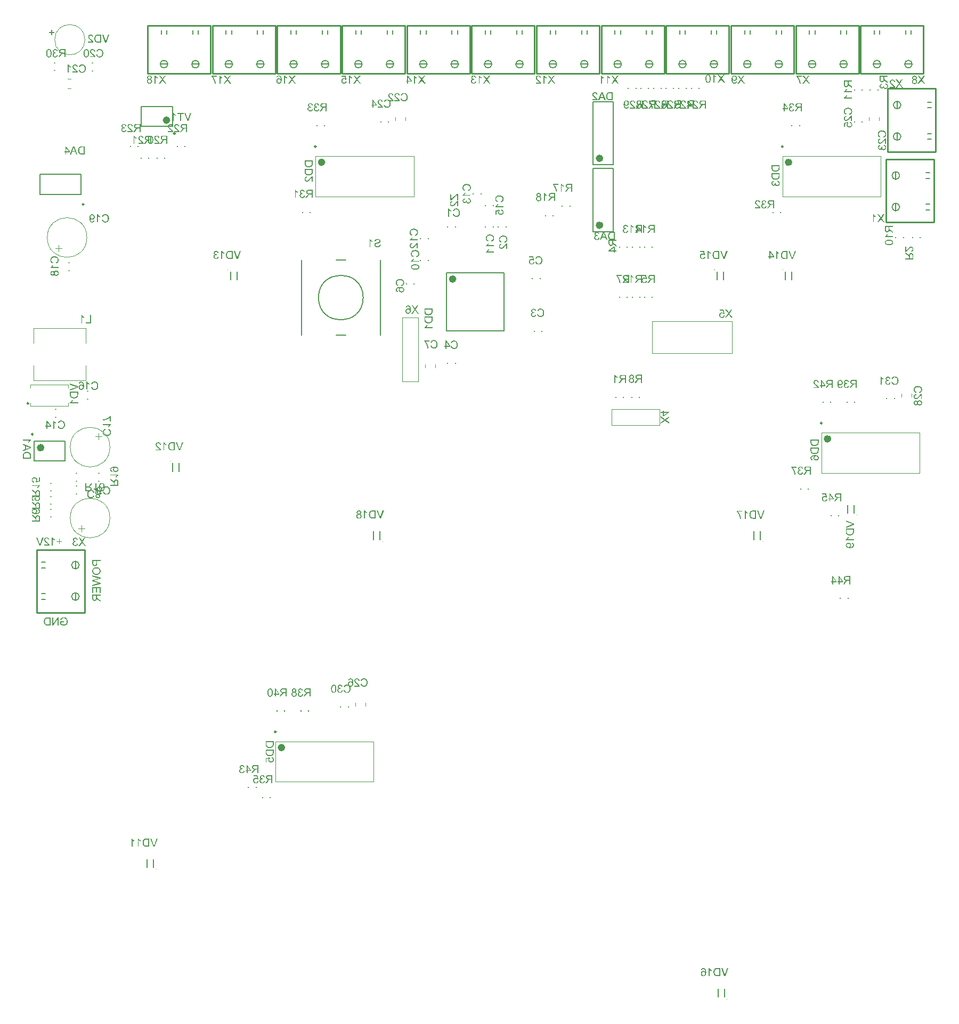
<source format=gbo>
G04*
G04 #@! TF.GenerationSoftware,Altium Limited,Altium Designer,20.0.10 (225)*
G04*
G04 Layer_Color=32896*
%FSLAX44Y44*%
%MOMM*%
G71*
G01*
G75*
%ADD10C,0.1000*%
%ADD11C,0.1500*%
%ADD12C,0.2000*%
%ADD14C,0.2540*%
%ADD33C,0.6000*%
%ADD85C,0.2500*%
%ADD86C,0.1600*%
G36*
X128000Y976296D02*
X122797D01*
Y973019D01*
X122778Y972538D01*
X122741Y972075D01*
X122686Y971667D01*
X122612Y971297D01*
X122538Y970945D01*
X122445Y970649D01*
X122334Y970371D01*
X122223Y970130D01*
X122130Y969927D01*
X122019Y969742D01*
X121927Y969594D01*
X121834Y969482D01*
X121778Y969390D01*
X121723Y969334D01*
X121686Y969297D01*
X121667Y969279D01*
X121445Y969093D01*
X121223Y968927D01*
X121001Y968797D01*
X120760Y968668D01*
X120519Y968557D01*
X120297Y968483D01*
X119871Y968353D01*
X119668Y968316D01*
X119482Y968279D01*
X119316Y968260D01*
X119186Y968242D01*
X119057Y968223D01*
X118982D01*
X118927D01*
X118908D01*
X118556Y968242D01*
X118223Y968279D01*
X117927Y968353D01*
X117668Y968408D01*
X117445Y968483D01*
X117279Y968557D01*
X117186Y968594D01*
X117149Y968612D01*
X116872Y968760D01*
X116631Y968945D01*
X116409Y969112D01*
X116242Y969279D01*
X116112Y969427D01*
X116001Y969538D01*
X115946Y969612D01*
X115927Y969649D01*
X115779Y969890D01*
X115649Y970167D01*
X115538Y970427D01*
X115446Y970667D01*
X115390Y970890D01*
X115353Y971056D01*
X115316Y971186D01*
Y971223D01*
X115279Y971501D01*
X115242Y971815D01*
X115224Y972149D01*
X115205Y972464D01*
X115187Y972741D01*
Y978000D01*
X128000D01*
Y976296D01*
D02*
G37*
G36*
X122408Y966538D02*
X122982Y966464D01*
X123538Y966353D01*
X123778Y966279D01*
X124019Y966205D01*
X124223Y966149D01*
X124408Y966075D01*
X124574Y966020D01*
X124723Y965964D01*
X124834Y965927D01*
X124908Y965890D01*
X124963Y965853D01*
X124982D01*
X125519Y965538D01*
X125982Y965205D01*
X126389Y964835D01*
X126722Y964483D01*
X127000Y964168D01*
X127111Y964038D01*
X127185Y963927D01*
X127259Y963816D01*
X127315Y963742D01*
X127333Y963705D01*
X127352Y963687D01*
X127500Y963409D01*
X127630Y963131D01*
X127852Y962576D01*
X128000Y962039D01*
X128111Y961539D01*
X128148Y961298D01*
X128167Y961094D01*
X128204Y960909D01*
Y960742D01*
X128222Y960631D01*
Y960446D01*
X128185Y959835D01*
X128093Y959261D01*
X127982Y958724D01*
X127907Y958484D01*
X127833Y958261D01*
X127759Y958058D01*
X127685Y957872D01*
X127630Y957724D01*
X127574Y957595D01*
X127519Y957484D01*
X127481Y957391D01*
X127444Y957354D01*
Y957336D01*
X127111Y956817D01*
X126741Y956373D01*
X126352Y956002D01*
X125982Y955687D01*
X125630Y955428D01*
X125500Y955336D01*
X125371Y955262D01*
X125260Y955188D01*
X125185Y955151D01*
X125130Y955114D01*
X125111D01*
X124815Y954965D01*
X124519Y954854D01*
X123926Y954651D01*
X123334Y954502D01*
X122797Y954410D01*
X122556Y954391D01*
X122334Y954354D01*
X122130Y954336D01*
X121964D01*
X121816Y954317D01*
X121723D01*
X121649D01*
X121630D01*
X120927Y954354D01*
X120279Y954428D01*
X119982Y954484D01*
X119686Y954558D01*
X119427Y954632D01*
X119186Y954688D01*
X118964Y954762D01*
X118760Y954836D01*
X118594Y954891D01*
X118445Y954965D01*
X118334Y955002D01*
X118260Y955039D01*
X118205Y955076D01*
X118186D01*
X117649Y955373D01*
X117168Y955724D01*
X116760Y956095D01*
X116427Y956428D01*
X116168Y956743D01*
X116057Y956891D01*
X115964Y957002D01*
X115909Y957113D01*
X115853Y957187D01*
X115835Y957224D01*
X115816Y957243D01*
X115668Y957521D01*
X115538Y957798D01*
X115316Y958335D01*
X115168Y958891D01*
X115075Y959372D01*
X115038Y959594D01*
X115001Y959817D01*
X114983Y959983D01*
Y960150D01*
X114964Y960280D01*
Y960446D01*
X114983Y960946D01*
X115038Y961409D01*
X115131Y961853D01*
X115242Y962279D01*
X115390Y962668D01*
X115538Y963039D01*
X115705Y963372D01*
X115872Y963668D01*
X116038Y963946D01*
X116205Y964187D01*
X116353Y964390D01*
X116501Y964557D01*
X116612Y964687D01*
X116705Y964798D01*
X116760Y964853D01*
X116779Y964872D01*
X117131Y965168D01*
X117501Y965427D01*
X117908Y965668D01*
X118316Y965853D01*
X118742Y966020D01*
X119149Y966168D01*
X119556Y966279D01*
X119945Y966353D01*
X120316Y966427D01*
X120667Y966483D01*
X120982Y966520D01*
X121241Y966557D01*
X121464D01*
X121630Y966575D01*
X121741D01*
X121760D01*
X121778D01*
X122408Y966538D01*
D02*
G37*
G36*
X128000Y949966D02*
Y948188D01*
X118242Y945485D01*
X118001Y945411D01*
X117742Y945355D01*
X117483Y945281D01*
X117260Y945226D01*
X117057Y945170D01*
X116890Y945133D01*
X116779Y945115D01*
X116760Y945096D01*
X116742D01*
X116798Y945078D01*
X116890Y945059D01*
X117094Y945003D01*
X117334Y944929D01*
X117594Y944855D01*
X117834Y944800D01*
X118038Y944744D01*
X118131Y944726D01*
X118186Y944707D01*
X118223Y944689D01*
X118242D01*
X128000Y942004D01*
Y940337D01*
X115187Y936819D01*
Y938541D01*
X123426Y940541D01*
X124000Y940689D01*
X124519Y940800D01*
X125000Y940911D01*
X125408Y941004D01*
X125593Y941059D01*
X125759Y941078D01*
X125889Y941115D01*
X126000Y941133D01*
X126093Y941171D01*
X126167D01*
X126204Y941189D01*
X126222D01*
X125408Y941319D01*
X124612Y941485D01*
X123852Y941652D01*
X123500Y941726D01*
X123149Y941819D01*
X122834Y941893D01*
X122556Y941967D01*
X122315Y942041D01*
X122093Y942096D01*
X121927Y942133D01*
X121797Y942170D01*
X121704Y942207D01*
X121686D01*
X115187Y944022D01*
Y946077D01*
X123852Y948503D01*
X123926Y948522D01*
X124037Y948559D01*
X124186Y948596D01*
X124352Y948633D01*
X124537Y948688D01*
X124741Y948725D01*
X125148Y948836D01*
X125556Y948929D01*
X125741Y948985D01*
X125889Y949022D01*
X126037Y949040D01*
X126130Y949077D01*
X126204Y949096D01*
X126222D01*
X125741Y949188D01*
X125260Y949281D01*
X124815Y949373D01*
X124426Y949466D01*
X124241Y949503D01*
X124074Y949540D01*
X123945Y949577D01*
X123815Y949595D01*
X123723Y949614D01*
X123649Y949633D01*
X123612Y949651D01*
X123593D01*
X115187Y951558D01*
Y953317D01*
X128000Y949966D01*
D02*
G37*
G36*
Y925635D02*
X126482D01*
Y933505D01*
X122130D01*
Y926413D01*
X120612D01*
Y933505D01*
X116705D01*
Y925931D01*
X115187D01*
Y935208D01*
X128000D01*
Y925635D01*
D02*
G37*
G36*
Y921561D02*
X122315D01*
Y919376D01*
X122334Y919173D01*
Y919025D01*
X122352Y918895D01*
X122371Y918802D01*
Y918728D01*
X122389Y918691D01*
Y918673D01*
X122482Y918376D01*
X122538Y918247D01*
X122593Y918136D01*
X122649Y918025D01*
X122686Y917951D01*
X122704Y917914D01*
X122723Y917895D01*
X122834Y917747D01*
X122963Y917599D01*
X123241Y917321D01*
X123371Y917191D01*
X123482Y917099D01*
X123556Y917043D01*
X123574Y917025D01*
X123834Y916840D01*
X124111Y916636D01*
X124408Y916432D01*
X124685Y916229D01*
X124945Y916062D01*
X125148Y915932D01*
X125223Y915877D01*
X125278Y915840D01*
X125315Y915803D01*
X125334D01*
X128000Y914118D01*
Y912007D01*
X124519Y914210D01*
X124149Y914470D01*
X123815Y914710D01*
X123538Y914951D01*
X123278Y915155D01*
X123093Y915340D01*
X122945Y915488D01*
X122852Y915581D01*
X122815Y915618D01*
X122704Y915766D01*
X122575Y915932D01*
X122371Y916266D01*
X122297Y916414D01*
X122223Y916525D01*
X122186Y916599D01*
X122167Y916636D01*
X122112Y916303D01*
X122056Y915988D01*
X121964Y915710D01*
X121889Y915432D01*
X121797Y915192D01*
X121686Y914969D01*
X121593Y914766D01*
X121501Y914581D01*
X121390Y914433D01*
X121297Y914284D01*
X121223Y914173D01*
X121149Y914081D01*
X121093Y914007D01*
X121038Y913951D01*
X121019Y913933D01*
X121001Y913914D01*
X120816Y913766D01*
X120630Y913618D01*
X120241Y913396D01*
X119853Y913247D01*
X119482Y913136D01*
X119168Y913062D01*
X119038Y913044D01*
X118908D01*
X118816Y913025D01*
X118742D01*
X118705D01*
X118686D01*
X118297Y913044D01*
X117945Y913099D01*
X117612Y913192D01*
X117334Y913285D01*
X117094Y913396D01*
X116909Y913470D01*
X116798Y913544D01*
X116779Y913562D01*
X116760D01*
X116464Y913784D01*
X116205Y914007D01*
X115983Y914247D01*
X115816Y914470D01*
X115687Y914673D01*
X115612Y914840D01*
X115557Y914951D01*
X115538Y914969D01*
Y914988D01*
X115483Y915155D01*
X115427Y915358D01*
X115335Y915766D01*
X115279Y916210D01*
X115224Y916618D01*
X115205Y917006D01*
Y917173D01*
X115187Y917321D01*
Y923265D01*
X128000D01*
Y921561D01*
D02*
G37*
G36*
X61650Y874000D02*
X60020D01*
Y884054D01*
X53317Y874000D01*
X51558D01*
Y886814D01*
X53187D01*
Y876740D01*
X59909Y886814D01*
X61650D01*
Y874000D01*
D02*
G37*
G36*
X70278Y886999D02*
X70926Y886906D01*
X71223Y886851D01*
X71501Y886777D01*
X71760Y886721D01*
X72000Y886647D01*
X72223Y886573D01*
X72408Y886499D01*
X72574Y886425D01*
X72723Y886369D01*
X72834Y886313D01*
X72908Y886276D01*
X72963Y886258D01*
X72982Y886239D01*
X73241Y886073D01*
X73500Y885906D01*
X73945Y885517D01*
X74334Y885128D01*
X74648Y884721D01*
X74907Y884369D01*
X75000Y884221D01*
X75074Y884073D01*
X75148Y883962D01*
X75185Y883888D01*
X75204Y883832D01*
X75222Y883814D01*
X75482Y883203D01*
X75667Y882592D01*
X75815Y881999D01*
X75852Y881721D01*
X75907Y881462D01*
X75926Y881221D01*
X75963Y881018D01*
X75981Y880814D01*
Y880648D01*
X76000Y880518D01*
Y880425D01*
Y880351D01*
Y880333D01*
X75963Y879648D01*
X75870Y878999D01*
X75815Y878703D01*
X75759Y878426D01*
X75685Y878148D01*
X75611Y877907D01*
X75537Y877685D01*
X75463Y877500D01*
X75408Y877315D01*
X75352Y877185D01*
X75296Y877055D01*
X75259Y876981D01*
X75222Y876926D01*
Y876907D01*
X74889Y876370D01*
X74519Y875907D01*
X74130Y875500D01*
X73759Y875167D01*
X73408Y874907D01*
X73278Y874815D01*
X73148Y874722D01*
X73037Y874667D01*
X72963Y874611D01*
X72908Y874593D01*
X72889Y874574D01*
X72593Y874426D01*
X72297Y874315D01*
X71704Y874111D01*
X71130Y873981D01*
X70593Y873870D01*
X70352Y873852D01*
X70130Y873815D01*
X69927Y873796D01*
X69760D01*
X69630Y873778D01*
X69445D01*
X68927Y873796D01*
X68427Y873852D01*
X67964Y873944D01*
X67556Y874037D01*
X67390Y874074D01*
X67223Y874111D01*
X67075Y874167D01*
X66945Y874204D01*
X66853Y874241D01*
X66779Y874259D01*
X66742Y874278D01*
X66723D01*
X66223Y874481D01*
X65760Y874722D01*
X65316Y874981D01*
X64927Y875222D01*
X64760Y875333D01*
X64594Y875444D01*
X64464Y875537D01*
X64353Y875611D01*
X64261Y875685D01*
X64186Y875741D01*
X64149Y875759D01*
X64131Y875778D01*
Y880536D01*
X69575D01*
Y879018D01*
X65797D01*
Y876611D01*
X66020Y876426D01*
X66279Y876259D01*
X66557Y876111D01*
X66816Y875981D01*
X67038Y875870D01*
X67242Y875778D01*
X67316Y875741D01*
X67353Y875722D01*
X67390Y875704D01*
X67408D01*
X67797Y875574D01*
X68186Y875463D01*
X68538Y875389D01*
X68871Y875352D01*
X69149Y875315D01*
X69260D01*
X69371Y875296D01*
X69556D01*
X70019Y875315D01*
X70464Y875389D01*
X70871Y875481D01*
X71241Y875574D01*
X71537Y875685D01*
X71667Y875722D01*
X71760Y875759D01*
X71852Y875796D01*
X71908Y875833D01*
X71945Y875852D01*
X71963D01*
X72352Y876092D01*
X72704Y876352D01*
X73000Y876629D01*
X73241Y876907D01*
X73445Y877166D01*
X73574Y877370D01*
X73630Y877444D01*
X73648Y877500D01*
X73685Y877537D01*
Y877555D01*
X73871Y878018D01*
X74019Y878500D01*
X74111Y878981D01*
X74185Y879444D01*
X74204Y879648D01*
X74222Y879833D01*
X74241Y880018D01*
Y880166D01*
X74259Y880277D01*
Y880370D01*
Y880425D01*
Y880444D01*
X74241Y880962D01*
X74185Y881425D01*
X74111Y881870D01*
X74019Y882258D01*
X73982Y882425D01*
X73926Y882573D01*
X73889Y882703D01*
X73852Y882814D01*
X73815Y882906D01*
X73797Y882962D01*
X73778Y882999D01*
Y883018D01*
X73648Y883277D01*
X73519Y883518D01*
X73389Y883740D01*
X73260Y883925D01*
X73148Y884073D01*
X73056Y884203D01*
X72982Y884277D01*
X72963Y884295D01*
X72760Y884499D01*
X72537Y884684D01*
X72297Y884832D01*
X72074Y884980D01*
X71889Y885073D01*
X71741Y885165D01*
X71630Y885202D01*
X71593Y885221D01*
X71260Y885351D01*
X70926Y885443D01*
X70575Y885499D01*
X70260Y885554D01*
X69982Y885573D01*
X69871D01*
X69778Y885591D01*
X69575D01*
X69223Y885573D01*
X68890Y885536D01*
X68593Y885480D01*
X68334Y885425D01*
X68112Y885351D01*
X67945Y885295D01*
X67853Y885258D01*
X67816Y885240D01*
X67538Y885110D01*
X67297Y884962D01*
X67075Y884814D01*
X66908Y884666D01*
X66779Y884536D01*
X66668Y884443D01*
X66612Y884369D01*
X66594Y884351D01*
X66427Y884129D01*
X66297Y883869D01*
X66168Y883629D01*
X66057Y883369D01*
X65982Y883147D01*
X65927Y882981D01*
X65908Y882906D01*
X65890Y882851D01*
X65871Y882832D01*
Y882814D01*
X64335Y883221D01*
X64464Y883684D01*
X64631Y884092D01*
X64798Y884462D01*
X64946Y884758D01*
X65094Y884999D01*
X65205Y885165D01*
X65279Y885277D01*
X65316Y885314D01*
X65575Y885610D01*
X65853Y885851D01*
X66149Y886073D01*
X66427Y886258D01*
X66686Y886388D01*
X66890Y886499D01*
X66964Y886536D01*
X67019Y886554D01*
X67056Y886573D01*
X67075D01*
X67501Y886721D01*
X67945Y886832D01*
X68353Y886925D01*
X68741Y886980D01*
X69093Y887017D01*
X69241D01*
X69352Y887036D01*
X69945D01*
X70278Y886999D01*
D02*
G37*
G36*
X48706Y874000D02*
X44096D01*
X43670Y874018D01*
X43281Y874037D01*
X42929Y874074D01*
X42633Y874111D01*
X42374Y874148D01*
X42189Y874167D01*
X42133Y874185D01*
X42078Y874204D01*
X42041D01*
X41707Y874296D01*
X41411Y874407D01*
X41152Y874500D01*
X40930Y874611D01*
X40744Y874704D01*
X40615Y874778D01*
X40541Y874833D01*
X40504Y874852D01*
X40263Y875018D01*
X40059Y875222D01*
X39856Y875407D01*
X39689Y875592D01*
X39541Y875759D01*
X39430Y875889D01*
X39356Y875981D01*
X39337Y876018D01*
X39152Y876315D01*
X38967Y876629D01*
X38819Y876926D01*
X38708Y877222D01*
X38596Y877481D01*
X38522Y877685D01*
X38504Y877759D01*
X38485Y877814D01*
X38467Y877851D01*
Y877870D01*
X38356Y878314D01*
X38263Y878759D01*
X38208Y879185D01*
X38152Y879592D01*
X38134Y879944D01*
Y880092D01*
X38115Y880222D01*
Y880314D01*
Y880407D01*
Y880444D01*
Y880462D01*
X38134Y881092D01*
X38189Y881666D01*
X38282Y882184D01*
X38319Y882425D01*
X38374Y882629D01*
X38430Y882832D01*
X38467Y882999D01*
X38504Y883147D01*
X38559Y883277D01*
X38578Y883388D01*
X38615Y883462D01*
X38633Y883499D01*
Y883518D01*
X38837Y883999D01*
X39078Y884425D01*
X39337Y884795D01*
X39578Y885110D01*
X39800Y885369D01*
X39985Y885554D01*
X40059Y885610D01*
X40115Y885666D01*
X40133Y885684D01*
X40152Y885703D01*
X40448Y885943D01*
X40763Y886128D01*
X41078Y886295D01*
X41374Y886425D01*
X41633Y886517D01*
X41837Y886573D01*
X41911Y886610D01*
X41967D01*
X42003Y886628D01*
X42022D01*
X42337Y886684D01*
X42707Y886739D01*
X43078Y886777D01*
X43448Y886795D01*
X43781Y886814D01*
X48706D01*
Y874000D01*
D02*
G37*
G36*
X42910Y1013850D02*
X43225Y1013832D01*
X43521Y1013776D01*
X43799Y1013721D01*
X44058Y1013647D01*
X44299Y1013573D01*
X44521Y1013480D01*
X44724Y1013388D01*
X44910Y1013295D01*
X45058Y1013202D01*
X45187Y1013128D01*
X45299Y1013054D01*
X45391Y1012999D01*
X45447Y1012943D01*
X45484Y1012925D01*
X45502Y1012906D01*
X45687Y1012721D01*
X45854Y1012517D01*
X46021Y1012295D01*
X46150Y1012073D01*
X46372Y1011628D01*
X46521Y1011184D01*
X46576Y1010981D01*
X46632Y1010777D01*
X46669Y1010610D01*
X46706Y1010462D01*
X46724Y1010332D01*
Y1010240D01*
X46743Y1010184D01*
Y1010166D01*
X45132Y1009999D01*
X45095Y1010425D01*
X45021Y1010795D01*
X44910Y1011129D01*
X44780Y1011388D01*
X44669Y1011610D01*
X44558Y1011758D01*
X44484Y1011851D01*
X44447Y1011888D01*
X44169Y1012110D01*
X43873Y1012277D01*
X43558Y1012406D01*
X43280Y1012480D01*
X43021Y1012536D01*
X42799Y1012554D01*
X42725Y1012573D01*
X42614D01*
X42225Y1012554D01*
X41873Y1012480D01*
X41577Y1012369D01*
X41318Y1012258D01*
X41114Y1012129D01*
X40984Y1012036D01*
X40892Y1011962D01*
X40855Y1011925D01*
X40632Y1011666D01*
X40466Y1011406D01*
X40336Y1011147D01*
X40262Y1010888D01*
X40206Y1010684D01*
X40188Y1010499D01*
X40169Y1010388D01*
Y1010369D01*
Y1010351D01*
X40206Y1010018D01*
X40280Y1009666D01*
X40410Y1009351D01*
X40540Y1009055D01*
X40688Y1008814D01*
X40817Y1008610D01*
X40855Y1008536D01*
X40892Y1008481D01*
X40929Y1008462D01*
Y1008444D01*
X41077Y1008240D01*
X41262Y1008036D01*
X41466Y1007814D01*
X41688Y1007592D01*
X42151Y1007148D01*
X42614Y1006703D01*
X42854Y1006499D01*
X43058Y1006314D01*
X43262Y1006148D01*
X43428Y1006000D01*
X43558Y1005888D01*
X43669Y1005796D01*
X43743Y1005740D01*
X43762Y1005722D01*
X44225Y1005333D01*
X44651Y1004963D01*
X45002Y1004629D01*
X45280Y1004352D01*
X45521Y1004111D01*
X45687Y1003944D01*
X45780Y1003833D01*
X45817Y1003814D01*
Y1003796D01*
X46076Y1003481D01*
X46280Y1003185D01*
X46465Y1002889D01*
X46613Y1002629D01*
X46724Y1002407D01*
X46798Y1002241D01*
X46835Y1002130D01*
X46854Y1002111D01*
Y1002093D01*
X46928Y1001889D01*
X46965Y1001704D01*
X47002Y1001518D01*
X47021Y1001352D01*
X47039Y1001204D01*
Y1001093D01*
Y1001019D01*
Y1001000D01*
X38540D01*
Y1002518D01*
X44854D01*
X44632Y1002833D01*
X44521Y1002963D01*
X44428Y1003092D01*
X44336Y1003204D01*
X44262Y1003278D01*
X44206Y1003333D01*
X44187Y1003352D01*
X44095Y1003444D01*
X43984Y1003537D01*
X43725Y1003777D01*
X43428Y1004055D01*
X43114Y1004333D01*
X42817Y1004574D01*
X42688Y1004685D01*
X42577Y1004796D01*
X42484Y1004870D01*
X42410Y1004926D01*
X42373Y1004963D01*
X42354Y1004981D01*
X42058Y1005240D01*
X41762Y1005481D01*
X41503Y1005722D01*
X41262Y1005925D01*
X41040Y1006129D01*
X40855Y1006314D01*
X40669Y1006481D01*
X40521Y1006629D01*
X40373Y1006777D01*
X40262Y1006888D01*
X40169Y1006981D01*
X40077Y1007073D01*
X39984Y1007185D01*
X39947Y1007222D01*
X39688Y1007536D01*
X39466Y1007814D01*
X39281Y1008092D01*
X39132Y1008314D01*
X39021Y1008518D01*
X38947Y1008666D01*
X38910Y1008758D01*
X38892Y1008795D01*
X38781Y1009073D01*
X38707Y1009351D01*
X38633Y1009610D01*
X38595Y1009832D01*
X38577Y1010036D01*
X38558Y1010184D01*
Y1010277D01*
Y1010314D01*
X38577Y1010592D01*
X38614Y1010851D01*
X38651Y1011110D01*
X38725Y1011332D01*
X38910Y1011777D01*
X39095Y1012129D01*
X39207Y1012295D01*
X39299Y1012425D01*
X39392Y1012554D01*
X39484Y1012647D01*
X39558Y1012721D01*
X39595Y1012795D01*
X39632Y1012814D01*
X39651Y1012832D01*
X39855Y1013017D01*
X40077Y1013184D01*
X40318Y1013314D01*
X40558Y1013425D01*
X41040Y1013610D01*
X41521Y1013739D01*
X41725Y1013776D01*
X41929Y1013813D01*
X42114Y1013832D01*
X42262Y1013850D01*
X42391Y1013869D01*
X42577D01*
X42910Y1013850D01*
D02*
G37*
G36*
X52057Y1013554D02*
X52261Y1013258D01*
X52502Y1012962D01*
X52724Y1012702D01*
X52946Y1012480D01*
X53113Y1012295D01*
X53187Y1012240D01*
X53242Y1012184D01*
X53261Y1012166D01*
X53279Y1012147D01*
X53668Y1011832D01*
X54057Y1011536D01*
X54427Y1011277D01*
X54798Y1011073D01*
X55112Y1010888D01*
X55242Y1010814D01*
X55353Y1010758D01*
X55446Y1010703D01*
X55520Y1010684D01*
X55557Y1010647D01*
X55575D01*
Y1009129D01*
X55297Y1009240D01*
X55020Y1009370D01*
X54742Y1009499D01*
X54483Y1009629D01*
X54261Y1009740D01*
X54075Y1009832D01*
X53964Y1009906D01*
X53946Y1009925D01*
X53927D01*
X53594Y1010129D01*
X53298Y1010332D01*
X53039Y1010518D01*
X52835Y1010684D01*
X52650Y1010814D01*
X52538Y1010925D01*
X52446Y1010999D01*
X52427Y1011018D01*
Y1001000D01*
X50854D01*
Y1013869D01*
X51872D01*
X52057Y1013554D01*
D02*
G37*
G36*
X63519Y1008055D02*
X67000D01*
Y1006592D01*
X63519D01*
Y1003074D01*
X62038D01*
Y1006592D01*
X58556D01*
Y1008055D01*
X62038D01*
Y1011536D01*
X63519D01*
Y1008055D01*
D02*
G37*
G36*
X32578Y1001000D02*
X30800D01*
X25801Y1013813D01*
X27523D01*
X31004Y1004500D01*
X31152Y1004111D01*
X31281Y1003740D01*
X31393Y1003389D01*
X31485Y1003074D01*
X31578Y1002796D01*
X31633Y1002592D01*
X31652Y1002518D01*
X31670Y1002463D01*
X31689Y1002426D01*
Y1002407D01*
X31911Y1003148D01*
X32022Y1003500D01*
X32133Y1003814D01*
X32226Y1004092D01*
X32263Y1004203D01*
X32281Y1004314D01*
X32318Y1004389D01*
X32337Y1004444D01*
X32355Y1004481D01*
Y1004500D01*
X35688Y1013813D01*
X37540D01*
X32578Y1001000D01*
D02*
G37*
G36*
X51019Y1816905D02*
X54500D01*
Y1815442D01*
X51019D01*
Y1811924D01*
X49538D01*
Y1815442D01*
X46056D01*
Y1816905D01*
X49538D01*
Y1820386D01*
X51019D01*
Y1816905D01*
D02*
G37*
G36*
X165955Y1670944D02*
X166455Y1670851D01*
X166881Y1670703D01*
X167251Y1670555D01*
X167418Y1670463D01*
X167547Y1670388D01*
X167677Y1670314D01*
X167770Y1670240D01*
X167844Y1670185D01*
X167899Y1670148D01*
X167936Y1670129D01*
X167955Y1670111D01*
X168307Y1669759D01*
X168584Y1669370D01*
X168806Y1668963D01*
X168992Y1668555D01*
X169103Y1668203D01*
X169158Y1668055D01*
X169195Y1667926D01*
X169214Y1667815D01*
X169232Y1667741D01*
X169251Y1667685D01*
Y1667667D01*
X167677Y1667389D01*
X167603Y1667796D01*
X167492Y1668148D01*
X167362Y1668444D01*
X167233Y1668685D01*
X167103Y1668870D01*
X166992Y1669000D01*
X166918Y1669092D01*
X166899Y1669111D01*
X166659Y1669296D01*
X166399Y1669444D01*
X166159Y1669537D01*
X165918Y1669611D01*
X165696Y1669648D01*
X165529Y1669685D01*
X165381D01*
X165048Y1669666D01*
X164751Y1669592D01*
X164492Y1669500D01*
X164270Y1669407D01*
X164103Y1669296D01*
X163974Y1669203D01*
X163881Y1669129D01*
X163863Y1669111D01*
X163659Y1668889D01*
X163511Y1668648D01*
X163418Y1668407D01*
X163344Y1668185D01*
X163307Y1667981D01*
X163270Y1667833D01*
Y1667722D01*
Y1667704D01*
Y1667685D01*
Y1667481D01*
X163307Y1667296D01*
X163400Y1666982D01*
X163529Y1666704D01*
X163677Y1666463D01*
X163826Y1666296D01*
X163955Y1666167D01*
X164048Y1666093D01*
X164066Y1666074D01*
X164085D01*
X164400Y1665907D01*
X164696Y1665778D01*
X165011Y1665685D01*
X165288Y1665630D01*
X165529Y1665593D01*
X165733Y1665556D01*
X165973D01*
X166047Y1665574D01*
X166140D01*
X166325Y1664185D01*
X166085Y1664241D01*
X165862Y1664278D01*
X165677Y1664315D01*
X165511Y1664334D01*
X165381Y1664352D01*
X165214D01*
X164825Y1664315D01*
X164474Y1664241D01*
X164159Y1664130D01*
X163900Y1664000D01*
X163696Y1663871D01*
X163548Y1663760D01*
X163455Y1663685D01*
X163418Y1663649D01*
X163178Y1663371D01*
X162992Y1663074D01*
X162863Y1662778D01*
X162789Y1662482D01*
X162733Y1662241D01*
X162715Y1662038D01*
X162696Y1661964D01*
Y1661908D01*
Y1661871D01*
Y1661852D01*
X162733Y1661445D01*
X162826Y1661075D01*
X162937Y1660760D01*
X163085Y1660482D01*
X163233Y1660260D01*
X163344Y1660093D01*
X163437Y1659982D01*
X163474Y1659945D01*
X163770Y1659686D01*
X164085Y1659501D01*
X164400Y1659371D01*
X164696Y1659279D01*
X164955Y1659223D01*
X165159Y1659205D01*
X165233Y1659186D01*
X165344D01*
X165677Y1659205D01*
X165992Y1659279D01*
X166270Y1659371D01*
X166492Y1659482D01*
X166677Y1659575D01*
X166825Y1659667D01*
X166899Y1659742D01*
X166936Y1659760D01*
X167159Y1660019D01*
X167344Y1660316D01*
X167510Y1660630D01*
X167640Y1660964D01*
X167733Y1661241D01*
X167770Y1661371D01*
X167788Y1661482D01*
X167807Y1661575D01*
X167825Y1661649D01*
X167844Y1661686D01*
Y1661704D01*
X169418Y1661501D01*
X169380Y1661204D01*
X169325Y1660927D01*
X169158Y1660408D01*
X168955Y1659964D01*
X168844Y1659778D01*
X168732Y1659593D01*
X168621Y1659427D01*
X168510Y1659297D01*
X168418Y1659167D01*
X168325Y1659075D01*
X168270Y1659001D01*
X168214Y1658945D01*
X168177Y1658908D01*
X168158Y1658890D01*
X167936Y1658723D01*
X167714Y1658556D01*
X167492Y1658427D01*
X167251Y1658316D01*
X166788Y1658130D01*
X166344Y1658019D01*
X166140Y1657982D01*
X165955Y1657945D01*
X165788Y1657927D01*
X165640Y1657908D01*
X165529Y1657890D01*
X165362D01*
X165011Y1657908D01*
X164696Y1657945D01*
X164381Y1658001D01*
X164085Y1658075D01*
X163807Y1658168D01*
X163566Y1658260D01*
X163326Y1658371D01*
X163122Y1658482D01*
X162918Y1658575D01*
X162752Y1658686D01*
X162603Y1658779D01*
X162492Y1658871D01*
X162400Y1658945D01*
X162326Y1659001D01*
X162289Y1659038D01*
X162270Y1659056D01*
X162048Y1659279D01*
X161863Y1659519D01*
X161696Y1659760D01*
X161548Y1660001D01*
X161437Y1660223D01*
X161326Y1660464D01*
X161178Y1660908D01*
X161141Y1661112D01*
X161104Y1661297D01*
X161067Y1661463D01*
X161048Y1661612D01*
X161029Y1661723D01*
Y1661815D01*
Y1661871D01*
Y1661889D01*
X161048Y1662334D01*
X161122Y1662741D01*
X161233Y1663093D01*
X161344Y1663389D01*
X161455Y1663630D01*
X161567Y1663815D01*
X161641Y1663926D01*
X161659Y1663963D01*
X161918Y1664241D01*
X162196Y1664482D01*
X162492Y1664667D01*
X162789Y1664815D01*
X163048Y1664926D01*
X163251Y1665000D01*
X163326Y1665019D01*
X163381Y1665037D01*
X163418Y1665056D01*
X163437D01*
X163122Y1665222D01*
X162863Y1665389D01*
X162640Y1665574D01*
X162455Y1665741D01*
X162307Y1665889D01*
X162196Y1666019D01*
X162141Y1666093D01*
X162122Y1666130D01*
X161974Y1666389D01*
X161863Y1666648D01*
X161770Y1666907D01*
X161715Y1667148D01*
X161678Y1667352D01*
X161659Y1667500D01*
Y1667611D01*
Y1667648D01*
X161678Y1667963D01*
X161733Y1668278D01*
X161807Y1668555D01*
X161900Y1668796D01*
X161992Y1669000D01*
X162066Y1669166D01*
X162122Y1669259D01*
X162141Y1669296D01*
X162326Y1669574D01*
X162548Y1669814D01*
X162770Y1670018D01*
X162992Y1670203D01*
X163178Y1670333D01*
X163344Y1670444D01*
X163455Y1670500D01*
X163474Y1670518D01*
X163492D01*
X163826Y1670666D01*
X164159Y1670777D01*
X164492Y1670870D01*
X164788Y1670925D01*
X165029Y1670963D01*
X165233Y1670981D01*
X165696D01*
X165955Y1670944D01*
D02*
G37*
G36*
X175491Y1670963D02*
X175806Y1670944D01*
X176102Y1670889D01*
X176380Y1670833D01*
X176639Y1670759D01*
X176880Y1670685D01*
X177102Y1670592D01*
X177306Y1670500D01*
X177491Y1670407D01*
X177639Y1670314D01*
X177769Y1670240D01*
X177880Y1670166D01*
X177972Y1670111D01*
X178028Y1670055D01*
X178065Y1670037D01*
X178083Y1670018D01*
X178269Y1669833D01*
X178435Y1669629D01*
X178602Y1669407D01*
X178731Y1669185D01*
X178954Y1668741D01*
X179102Y1668296D01*
X179157Y1668092D01*
X179213Y1667889D01*
X179250Y1667722D01*
X179287Y1667574D01*
X179305Y1667444D01*
Y1667352D01*
X179324Y1667296D01*
Y1667278D01*
X177713Y1667111D01*
X177676Y1667537D01*
X177602Y1667907D01*
X177491Y1668241D01*
X177361Y1668500D01*
X177250Y1668722D01*
X177139Y1668870D01*
X177065Y1668963D01*
X177028Y1669000D01*
X176750Y1669222D01*
X176454Y1669389D01*
X176139Y1669518D01*
X175861Y1669592D01*
X175602Y1669648D01*
X175380Y1669666D01*
X175306Y1669685D01*
X175195D01*
X174806Y1669666D01*
X174454Y1669592D01*
X174158Y1669481D01*
X173899Y1669370D01*
X173695Y1669241D01*
X173565Y1669148D01*
X173473Y1669074D01*
X173436Y1669037D01*
X173214Y1668778D01*
X173047Y1668518D01*
X172917Y1668259D01*
X172843Y1668000D01*
X172788Y1667796D01*
X172769Y1667611D01*
X172751Y1667500D01*
Y1667481D01*
Y1667463D01*
X172788Y1667130D01*
X172862Y1666778D01*
X172991Y1666463D01*
X173121Y1666167D01*
X173269Y1665926D01*
X173399Y1665722D01*
X173436Y1665648D01*
X173473Y1665593D01*
X173510Y1665574D01*
Y1665556D01*
X173658Y1665352D01*
X173843Y1665148D01*
X174047Y1664926D01*
X174269Y1664704D01*
X174732Y1664259D01*
X175195Y1663815D01*
X175436Y1663611D01*
X175639Y1663426D01*
X175843Y1663260D01*
X176010Y1663112D01*
X176139Y1663000D01*
X176250Y1662908D01*
X176324Y1662852D01*
X176343Y1662834D01*
X176806Y1662445D01*
X177232Y1662075D01*
X177583Y1661741D01*
X177861Y1661463D01*
X178102Y1661223D01*
X178269Y1661056D01*
X178361Y1660945D01*
X178398Y1660927D01*
Y1660908D01*
X178657Y1660593D01*
X178861Y1660297D01*
X179046Y1660001D01*
X179194Y1659742D01*
X179305Y1659519D01*
X179380Y1659353D01*
X179417Y1659241D01*
X179435Y1659223D01*
Y1659205D01*
X179509Y1659001D01*
X179546Y1658816D01*
X179583Y1658631D01*
X179602Y1658464D01*
X179620Y1658316D01*
Y1658205D01*
Y1658130D01*
Y1658112D01*
X171121D01*
Y1659630D01*
X177435D01*
X177213Y1659945D01*
X177102Y1660075D01*
X177009Y1660204D01*
X176917Y1660316D01*
X176843Y1660390D01*
X176787Y1660445D01*
X176769Y1660464D01*
X176676Y1660556D01*
X176565Y1660649D01*
X176306Y1660889D01*
X176010Y1661167D01*
X175695Y1661445D01*
X175398Y1661686D01*
X175269Y1661797D01*
X175158Y1661908D01*
X175065Y1661982D01*
X174991Y1662038D01*
X174954Y1662075D01*
X174935Y1662093D01*
X174639Y1662352D01*
X174343Y1662593D01*
X174084Y1662834D01*
X173843Y1663037D01*
X173621Y1663241D01*
X173436Y1663426D01*
X173251Y1663593D01*
X173102Y1663741D01*
X172954Y1663889D01*
X172843Y1664000D01*
X172751Y1664093D01*
X172658Y1664185D01*
X172565Y1664297D01*
X172528Y1664334D01*
X172269Y1664648D01*
X172047Y1664926D01*
X171862Y1665204D01*
X171714Y1665426D01*
X171602Y1665630D01*
X171528Y1665778D01*
X171491Y1665871D01*
X171473Y1665907D01*
X171362Y1666185D01*
X171288Y1666463D01*
X171214Y1666722D01*
X171177Y1666944D01*
X171158Y1667148D01*
X171140Y1667296D01*
Y1667389D01*
Y1667426D01*
X171158Y1667704D01*
X171195Y1667963D01*
X171232Y1668222D01*
X171306Y1668444D01*
X171491Y1668889D01*
X171677Y1669241D01*
X171788Y1669407D01*
X171880Y1669537D01*
X171973Y1669666D01*
X172065Y1669759D01*
X172139Y1669833D01*
X172176Y1669907D01*
X172214Y1669926D01*
X172232Y1669944D01*
X172436Y1670129D01*
X172658Y1670296D01*
X172899Y1670426D01*
X173139Y1670537D01*
X173621Y1670722D01*
X174102Y1670851D01*
X174306Y1670889D01*
X174510Y1670925D01*
X174695Y1670944D01*
X174843Y1670963D01*
X174972Y1670981D01*
X175158D01*
X175491Y1670963D01*
D02*
G37*
G36*
X191656Y1658112D02*
X189953D01*
Y1663797D01*
X187768D01*
X187564Y1663778D01*
X187416D01*
X187286Y1663760D01*
X187194Y1663741D01*
X187119D01*
X187082Y1663723D01*
X187064D01*
X186768Y1663630D01*
X186638Y1663574D01*
X186527Y1663519D01*
X186416Y1663463D01*
X186342Y1663426D01*
X186305Y1663408D01*
X186286Y1663389D01*
X186138Y1663278D01*
X185990Y1663148D01*
X185712Y1662871D01*
X185583Y1662741D01*
X185490Y1662630D01*
X185434Y1662556D01*
X185416Y1662538D01*
X185231Y1662278D01*
X185027Y1662000D01*
X184823Y1661704D01*
X184620Y1661427D01*
X184453Y1661167D01*
X184323Y1660964D01*
X184268Y1660889D01*
X184231Y1660834D01*
X184194Y1660797D01*
Y1660778D01*
X182509Y1658112D01*
X180398D01*
X182601Y1661593D01*
X182861Y1661964D01*
X183101Y1662297D01*
X183342Y1662574D01*
X183546Y1662834D01*
X183731Y1663019D01*
X183879Y1663167D01*
X183972Y1663260D01*
X184009Y1663297D01*
X184157Y1663408D01*
X184323Y1663537D01*
X184657Y1663741D01*
X184805Y1663815D01*
X184916Y1663889D01*
X184990Y1663926D01*
X185027Y1663945D01*
X184694Y1664000D01*
X184379Y1664056D01*
X184101Y1664148D01*
X183824Y1664223D01*
X183583Y1664315D01*
X183361Y1664426D01*
X183157Y1664519D01*
X182972Y1664611D01*
X182824Y1664722D01*
X182675Y1664815D01*
X182564Y1664889D01*
X182472Y1664963D01*
X182398Y1665019D01*
X182342Y1665074D01*
X182324Y1665093D01*
X182305Y1665111D01*
X182157Y1665296D01*
X182009Y1665482D01*
X181787Y1665871D01*
X181639Y1666259D01*
X181527Y1666630D01*
X181453Y1666944D01*
X181435Y1667074D01*
Y1667204D01*
X181416Y1667296D01*
Y1667370D01*
Y1667407D01*
Y1667426D01*
X181435Y1667815D01*
X181490Y1668167D01*
X181583Y1668500D01*
X181676Y1668778D01*
X181787Y1669018D01*
X181861Y1669203D01*
X181935Y1669315D01*
X181953Y1669333D01*
Y1669352D01*
X182176Y1669648D01*
X182398Y1669907D01*
X182638Y1670129D01*
X182861Y1670296D01*
X183064Y1670426D01*
X183231Y1670500D01*
X183342Y1670555D01*
X183361Y1670574D01*
X183379D01*
X183546Y1670629D01*
X183749Y1670685D01*
X184157Y1670777D01*
X184601Y1670833D01*
X185009Y1670889D01*
X185397Y1670907D01*
X185564D01*
X185712Y1670925D01*
X191656D01*
Y1658112D01*
D02*
G37*
G36*
X249659Y1670708D02*
X249974Y1670690D01*
X250270Y1670634D01*
X250548Y1670579D01*
X250807Y1670505D01*
X251048Y1670431D01*
X251270Y1670338D01*
X251474Y1670246D01*
X251659Y1670153D01*
X251807Y1670060D01*
X251937Y1669986D01*
X252048Y1669912D01*
X252140Y1669857D01*
X252196Y1669801D01*
X252233Y1669783D01*
X252251Y1669764D01*
X252437Y1669579D01*
X252603Y1669375D01*
X252770Y1669153D01*
X252899Y1668931D01*
X253122Y1668486D01*
X253270Y1668042D01*
X253325Y1667838D01*
X253381Y1667635D01*
X253418Y1667468D01*
X253455Y1667320D01*
X253473Y1667190D01*
Y1667098D01*
X253492Y1667042D01*
Y1667024D01*
X251881Y1666857D01*
X251844Y1667283D01*
X251770Y1667653D01*
X251659Y1667987D01*
X251529Y1668246D01*
X251418Y1668468D01*
X251307Y1668616D01*
X251233Y1668709D01*
X251196Y1668746D01*
X250918Y1668968D01*
X250622Y1669135D01*
X250307Y1669264D01*
X250029Y1669338D01*
X249770Y1669394D01*
X249548Y1669412D01*
X249474Y1669431D01*
X249363D01*
X248974Y1669412D01*
X248622Y1669338D01*
X248326Y1669227D01*
X248067Y1669116D01*
X247863Y1668987D01*
X247733Y1668894D01*
X247641Y1668820D01*
X247604Y1668783D01*
X247381Y1668524D01*
X247215Y1668264D01*
X247085Y1668005D01*
X247011Y1667746D01*
X246956Y1667542D01*
X246937Y1667357D01*
X246919Y1667246D01*
Y1667227D01*
Y1667209D01*
X246956Y1666876D01*
X247030Y1666524D01*
X247159Y1666209D01*
X247289Y1665913D01*
X247437Y1665672D01*
X247567Y1665468D01*
X247604Y1665394D01*
X247641Y1665339D01*
X247678Y1665320D01*
Y1665302D01*
X247826Y1665098D01*
X248011Y1664894D01*
X248215Y1664672D01*
X248437Y1664450D01*
X248900Y1664005D01*
X249363Y1663561D01*
X249604Y1663357D01*
X249807Y1663172D01*
X250011Y1663006D01*
X250177Y1662858D01*
X250307Y1662746D01*
X250418Y1662654D01*
X250492Y1662598D01*
X250511Y1662580D01*
X250974Y1662191D01*
X251400Y1661821D01*
X251751Y1661487D01*
X252029Y1661210D01*
X252270Y1660969D01*
X252437Y1660802D01*
X252529Y1660691D01*
X252566Y1660672D01*
Y1660654D01*
X252825Y1660339D01*
X253029Y1660043D01*
X253214Y1659747D01*
X253362Y1659487D01*
X253473Y1659265D01*
X253547Y1659099D01*
X253584Y1658987D01*
X253603Y1658969D01*
Y1658951D01*
X253677Y1658747D01*
X253714Y1658562D01*
X253751Y1658376D01*
X253770Y1658210D01*
X253788Y1658062D01*
Y1657951D01*
Y1657876D01*
Y1657858D01*
X245289D01*
Y1659376D01*
X251603D01*
X251381Y1659691D01*
X251270Y1659821D01*
X251177Y1659950D01*
X251085Y1660061D01*
X251011Y1660135D01*
X250955Y1660191D01*
X250937Y1660210D01*
X250844Y1660302D01*
X250733Y1660395D01*
X250474Y1660636D01*
X250177Y1660913D01*
X249863Y1661191D01*
X249566Y1661432D01*
X249437Y1661543D01*
X249326Y1661654D01*
X249233Y1661728D01*
X249159Y1661783D01*
X249122Y1661821D01*
X249104Y1661839D01*
X248807Y1662098D01*
X248511Y1662339D01*
X248252Y1662580D01*
X248011Y1662783D01*
X247789Y1662987D01*
X247604Y1663172D01*
X247418Y1663339D01*
X247270Y1663487D01*
X247122Y1663635D01*
X247011Y1663746D01*
X246919Y1663839D01*
X246826Y1663931D01*
X246733Y1664043D01*
X246696Y1664080D01*
X246437Y1664394D01*
X246215Y1664672D01*
X246030Y1664950D01*
X245882Y1665172D01*
X245770Y1665376D01*
X245697Y1665524D01*
X245659Y1665616D01*
X245641Y1665654D01*
X245530Y1665931D01*
X245456Y1666209D01*
X245382Y1666468D01*
X245345Y1666690D01*
X245326Y1666894D01*
X245308Y1667042D01*
Y1667135D01*
Y1667172D01*
X245326Y1667450D01*
X245363Y1667709D01*
X245400Y1667968D01*
X245474Y1668190D01*
X245659Y1668635D01*
X245845Y1668987D01*
X245956Y1669153D01*
X246048Y1669283D01*
X246141Y1669412D01*
X246233Y1669505D01*
X246308Y1669579D01*
X246345Y1669653D01*
X246382Y1669672D01*
X246400Y1669690D01*
X246604Y1669875D01*
X246826Y1670042D01*
X247067Y1670172D01*
X247307Y1670283D01*
X247789Y1670468D01*
X248270Y1670597D01*
X248474Y1670634D01*
X248678Y1670672D01*
X248863Y1670690D01*
X249011Y1670708D01*
X249140Y1670727D01*
X249326D01*
X249659Y1670708D01*
D02*
G37*
G36*
X239697D02*
X240012Y1670690D01*
X240308Y1670634D01*
X240586Y1670579D01*
X240845Y1670505D01*
X241086Y1670431D01*
X241308Y1670338D01*
X241512Y1670246D01*
X241697Y1670153D01*
X241845Y1670060D01*
X241975Y1669986D01*
X242086Y1669912D01*
X242178Y1669857D01*
X242234Y1669801D01*
X242271Y1669783D01*
X242289Y1669764D01*
X242475Y1669579D01*
X242641Y1669375D01*
X242808Y1669153D01*
X242938Y1668931D01*
X243160Y1668486D01*
X243308Y1668042D01*
X243363Y1667838D01*
X243419Y1667635D01*
X243456Y1667468D01*
X243493Y1667320D01*
X243512Y1667190D01*
Y1667098D01*
X243530Y1667042D01*
Y1667024D01*
X241919Y1666857D01*
X241882Y1667283D01*
X241808Y1667653D01*
X241697Y1667987D01*
X241567Y1668246D01*
X241456Y1668468D01*
X241345Y1668616D01*
X241271Y1668709D01*
X241234Y1668746D01*
X240956Y1668968D01*
X240660Y1669135D01*
X240345Y1669264D01*
X240067Y1669338D01*
X239808Y1669394D01*
X239586Y1669412D01*
X239512Y1669431D01*
X239401D01*
X239012Y1669412D01*
X238660Y1669338D01*
X238364Y1669227D01*
X238105Y1669116D01*
X237901Y1668987D01*
X237771Y1668894D01*
X237679Y1668820D01*
X237642Y1668783D01*
X237419Y1668524D01*
X237253Y1668264D01*
X237123Y1668005D01*
X237049Y1667746D01*
X236994Y1667542D01*
X236975Y1667357D01*
X236957Y1667246D01*
Y1667227D01*
Y1667209D01*
X236994Y1666876D01*
X237068Y1666524D01*
X237197Y1666209D01*
X237327Y1665913D01*
X237475Y1665672D01*
X237605Y1665468D01*
X237642Y1665394D01*
X237679Y1665339D01*
X237716Y1665320D01*
Y1665302D01*
X237864Y1665098D01*
X238049Y1664894D01*
X238253Y1664672D01*
X238475Y1664450D01*
X238938Y1664005D01*
X239401Y1663561D01*
X239641Y1663357D01*
X239845Y1663172D01*
X240049Y1663006D01*
X240215Y1662858D01*
X240345Y1662746D01*
X240456Y1662654D01*
X240530Y1662598D01*
X240549Y1662580D01*
X241012Y1662191D01*
X241438Y1661821D01*
X241789Y1661487D01*
X242067Y1661210D01*
X242308Y1660969D01*
X242475Y1660802D01*
X242567Y1660691D01*
X242604Y1660672D01*
Y1660654D01*
X242863Y1660339D01*
X243067Y1660043D01*
X243252Y1659747D01*
X243400Y1659487D01*
X243512Y1659265D01*
X243586Y1659099D01*
X243623Y1658987D01*
X243641Y1658969D01*
Y1658951D01*
X243715Y1658747D01*
X243752Y1658562D01*
X243789Y1658376D01*
X243808Y1658210D01*
X243826Y1658062D01*
Y1657951D01*
Y1657876D01*
Y1657858D01*
X235327D01*
Y1659376D01*
X241641D01*
X241419Y1659691D01*
X241308Y1659821D01*
X241215Y1659950D01*
X241123Y1660061D01*
X241049Y1660135D01*
X240993Y1660191D01*
X240975Y1660210D01*
X240882Y1660302D01*
X240771Y1660395D01*
X240512Y1660636D01*
X240215Y1660913D01*
X239901Y1661191D01*
X239604Y1661432D01*
X239475Y1661543D01*
X239364Y1661654D01*
X239271Y1661728D01*
X239197Y1661783D01*
X239160Y1661821D01*
X239142Y1661839D01*
X238845Y1662098D01*
X238549Y1662339D01*
X238290Y1662580D01*
X238049Y1662783D01*
X237827Y1662987D01*
X237642Y1663172D01*
X237457Y1663339D01*
X237308Y1663487D01*
X237160Y1663635D01*
X237049Y1663746D01*
X236957Y1663839D01*
X236864Y1663931D01*
X236772Y1664043D01*
X236734Y1664080D01*
X236475Y1664394D01*
X236253Y1664672D01*
X236068Y1664950D01*
X235920Y1665172D01*
X235809Y1665376D01*
X235735Y1665524D01*
X235697Y1665616D01*
X235679Y1665654D01*
X235568Y1665931D01*
X235494Y1666209D01*
X235420Y1666468D01*
X235383Y1666690D01*
X235364Y1666894D01*
X235346Y1667042D01*
Y1667135D01*
Y1667172D01*
X235364Y1667450D01*
X235401Y1667709D01*
X235438Y1667968D01*
X235512Y1668190D01*
X235697Y1668635D01*
X235883Y1668987D01*
X235994Y1669153D01*
X236086Y1669283D01*
X236179Y1669412D01*
X236271Y1669505D01*
X236346Y1669579D01*
X236383Y1669653D01*
X236420Y1669672D01*
X236438Y1669690D01*
X236642Y1669875D01*
X236864Y1670042D01*
X237105Y1670172D01*
X237346Y1670283D01*
X237827Y1670468D01*
X238308Y1670597D01*
X238512Y1670634D01*
X238716Y1670672D01*
X238901Y1670690D01*
X239049Y1670708D01*
X239179Y1670727D01*
X239364D01*
X239697Y1670708D01*
D02*
G37*
G36*
X265824Y1657858D02*
X264121D01*
Y1663543D01*
X261936D01*
X261732Y1663524D01*
X261584D01*
X261454Y1663506D01*
X261362Y1663487D01*
X261287D01*
X261250Y1663468D01*
X261232D01*
X260936Y1663376D01*
X260806Y1663320D01*
X260695Y1663265D01*
X260584Y1663209D01*
X260510Y1663172D01*
X260473Y1663154D01*
X260454Y1663135D01*
X260306Y1663024D01*
X260158Y1662894D01*
X259880Y1662617D01*
X259751Y1662487D01*
X259658Y1662376D01*
X259602Y1662302D01*
X259584Y1662283D01*
X259399Y1662024D01*
X259195Y1661747D01*
X258991Y1661450D01*
X258788Y1661172D01*
X258621Y1660913D01*
X258491Y1660710D01*
X258436Y1660636D01*
X258399Y1660580D01*
X258362Y1660543D01*
Y1660524D01*
X256677Y1657858D01*
X254566D01*
X256769Y1661339D01*
X257029Y1661709D01*
X257269Y1662043D01*
X257510Y1662321D01*
X257714Y1662580D01*
X257899Y1662765D01*
X258047Y1662913D01*
X258140Y1663006D01*
X258177Y1663043D01*
X258325Y1663154D01*
X258491Y1663283D01*
X258825Y1663487D01*
X258973Y1663561D01*
X259084Y1663635D01*
X259158Y1663672D01*
X259195Y1663691D01*
X258862Y1663746D01*
X258547Y1663802D01*
X258269Y1663894D01*
X257992Y1663969D01*
X257751Y1664061D01*
X257529Y1664172D01*
X257325Y1664265D01*
X257140Y1664357D01*
X256992Y1664468D01*
X256843Y1664561D01*
X256732Y1664635D01*
X256640Y1664709D01*
X256566Y1664765D01*
X256510Y1664820D01*
X256492Y1664839D01*
X256473Y1664857D01*
X256325Y1665042D01*
X256177Y1665228D01*
X255955Y1665616D01*
X255807Y1666005D01*
X255695Y1666376D01*
X255621Y1666690D01*
X255603Y1666820D01*
Y1666950D01*
X255584Y1667042D01*
Y1667116D01*
Y1667153D01*
Y1667172D01*
X255603Y1667561D01*
X255658Y1667912D01*
X255751Y1668246D01*
X255844Y1668524D01*
X255955Y1668764D01*
X256029Y1668949D01*
X256103Y1669061D01*
X256121Y1669079D01*
Y1669098D01*
X256343Y1669394D01*
X256566Y1669653D01*
X256806Y1669875D01*
X257029Y1670042D01*
X257232Y1670172D01*
X257399Y1670246D01*
X257510Y1670301D01*
X257529Y1670320D01*
X257547D01*
X257714Y1670375D01*
X257917Y1670431D01*
X258325Y1670523D01*
X258769Y1670579D01*
X259177Y1670634D01*
X259565Y1670653D01*
X259732D01*
X259880Y1670672D01*
X265824D01*
Y1657858D01*
D02*
G37*
G36*
X833806Y1560938D02*
X834010Y1560642D01*
X834251Y1560346D01*
X834473Y1560087D01*
X834695Y1559864D01*
X834862Y1559679D01*
X834936Y1559624D01*
X834991Y1559568D01*
X835010Y1559550D01*
X835028Y1559531D01*
X835417Y1559216D01*
X835806Y1558920D01*
X836176Y1558661D01*
X836547Y1558457D01*
X836861Y1558272D01*
X836991Y1558198D01*
X837102Y1558142D01*
X837195Y1558087D01*
X837269Y1558068D01*
X837306Y1558031D01*
X837324D01*
Y1556513D01*
X837047Y1556624D01*
X836769Y1556754D01*
X836491Y1556883D01*
X836232Y1557013D01*
X836010Y1557124D01*
X835825Y1557216D01*
X835714Y1557290D01*
X835695Y1557309D01*
X835676D01*
X835343Y1557513D01*
X835047Y1557716D01*
X834788Y1557901D01*
X834584Y1558068D01*
X834399Y1558198D01*
X834288Y1558309D01*
X834195Y1558383D01*
X834177Y1558401D01*
Y1548384D01*
X832603D01*
Y1561253D01*
X833621D01*
X833806Y1560938D01*
D02*
G37*
G36*
X850786Y1548384D02*
X849082D01*
Y1554069D01*
X846898D01*
X846694Y1554050D01*
X846546D01*
X846416Y1554032D01*
X846323Y1554013D01*
X846249D01*
X846212Y1553994D01*
X846194D01*
X845898Y1553902D01*
X845768Y1553846D01*
X845657Y1553791D01*
X845546Y1553735D01*
X845472Y1553698D01*
X845435Y1553680D01*
X845416Y1553661D01*
X845268Y1553550D01*
X845120Y1553421D01*
X844842Y1553143D01*
X844713Y1553013D01*
X844620Y1552902D01*
X844564Y1552828D01*
X844546Y1552809D01*
X844361Y1552550D01*
X844157Y1552272D01*
X843953Y1551976D01*
X843750Y1551698D01*
X843583Y1551439D01*
X843453Y1551236D01*
X843398Y1551161D01*
X843361Y1551106D01*
X843324Y1551069D01*
Y1551050D01*
X841639Y1548384D01*
X839528D01*
X841731Y1551865D01*
X841991Y1552236D01*
X842231Y1552569D01*
X842472Y1552847D01*
X842676Y1553106D01*
X842861Y1553291D01*
X843009Y1553439D01*
X843102Y1553532D01*
X843139Y1553569D01*
X843287Y1553680D01*
X843453Y1553809D01*
X843787Y1554013D01*
X843935Y1554087D01*
X844046Y1554161D01*
X844120Y1554198D01*
X844157Y1554217D01*
X843824Y1554272D01*
X843509Y1554328D01*
X843231Y1554420D01*
X842953Y1554494D01*
X842713Y1554587D01*
X842491Y1554698D01*
X842287Y1554791D01*
X842102Y1554883D01*
X841954Y1554994D01*
X841805Y1555087D01*
X841694Y1555161D01*
X841602Y1555235D01*
X841528Y1555291D01*
X841472Y1555346D01*
X841454Y1555365D01*
X841435Y1555383D01*
X841287Y1555568D01*
X841139Y1555754D01*
X840917Y1556142D01*
X840769Y1556531D01*
X840657Y1556902D01*
X840583Y1557216D01*
X840565Y1557346D01*
Y1557476D01*
X840546Y1557568D01*
Y1557642D01*
Y1557679D01*
Y1557698D01*
X840565Y1558087D01*
X840620Y1558439D01*
X840713Y1558772D01*
X840806Y1559050D01*
X840917Y1559290D01*
X840991Y1559475D01*
X841065Y1559586D01*
X841083Y1559605D01*
Y1559624D01*
X841305Y1559920D01*
X841528Y1560179D01*
X841768Y1560401D01*
X841991Y1560568D01*
X842194Y1560697D01*
X842361Y1560772D01*
X842472Y1560827D01*
X842491Y1560846D01*
X842509D01*
X842676Y1560901D01*
X842879Y1560957D01*
X843287Y1561049D01*
X843731Y1561105D01*
X844138Y1561160D01*
X844527Y1561179D01*
X844694D01*
X844842Y1561198D01*
X850786D01*
Y1548384D01*
D02*
G37*
G36*
X824696Y1561234D02*
X824992Y1561216D01*
X825511Y1561105D01*
X825752Y1561031D01*
X825974Y1560957D01*
X826177Y1560864D01*
X826363Y1560772D01*
X826511Y1560679D01*
X826659Y1560586D01*
X826788Y1560512D01*
X826881Y1560438D01*
X826955Y1560383D01*
X827011Y1560327D01*
X827048Y1560309D01*
X827066Y1560290D01*
X827233Y1560105D01*
X827400Y1559920D01*
X827529Y1559716D01*
X827640Y1559512D01*
X827825Y1559124D01*
X827936Y1558753D01*
X828011Y1558439D01*
X828029Y1558290D01*
X828048Y1558179D01*
X828066Y1558068D01*
Y1557994D01*
Y1557957D01*
Y1557939D01*
X828048Y1557605D01*
X827992Y1557290D01*
X827918Y1557013D01*
X827825Y1556772D01*
X827751Y1556587D01*
X827677Y1556439D01*
X827622Y1556365D01*
X827603Y1556328D01*
X827400Y1556105D01*
X827177Y1555902D01*
X826937Y1555717D01*
X826696Y1555568D01*
X826474Y1555457D01*
X826307Y1555383D01*
X826233Y1555346D01*
X826177Y1555328D01*
X826159Y1555309D01*
X826140D01*
X826566Y1555180D01*
X826918Y1555013D01*
X827233Y1554809D01*
X827492Y1554624D01*
X827696Y1554439D01*
X827844Y1554291D01*
X827918Y1554198D01*
X827955Y1554180D01*
Y1554161D01*
X828159Y1553828D01*
X828325Y1553476D01*
X828437Y1553143D01*
X828511Y1552809D01*
X828548Y1552513D01*
X828566Y1552384D01*
Y1552272D01*
X828585Y1552198D01*
Y1552124D01*
Y1552087D01*
Y1552069D01*
X828566Y1551772D01*
X828529Y1551476D01*
X828474Y1551198D01*
X828399Y1550921D01*
X828214Y1550458D01*
X828122Y1550236D01*
X828011Y1550051D01*
X827899Y1549865D01*
X827807Y1549717D01*
X827696Y1549588D01*
X827622Y1549476D01*
X827548Y1549384D01*
X827492Y1549328D01*
X827455Y1549291D01*
X827437Y1549273D01*
X827214Y1549069D01*
X826974Y1548902D01*
X826714Y1548754D01*
X826455Y1548625D01*
X826215Y1548532D01*
X825955Y1548439D01*
X825455Y1548310D01*
X825233Y1548254D01*
X825029Y1548217D01*
X824844Y1548199D01*
X824678Y1548180D01*
X824548Y1548162D01*
X824363D01*
X824011Y1548180D01*
X823696Y1548217D01*
X823381Y1548273D01*
X823085Y1548329D01*
X822826Y1548421D01*
X822567Y1548514D01*
X822326Y1548606D01*
X822122Y1548717D01*
X821937Y1548828D01*
X821770Y1548921D01*
X821641Y1549014D01*
X821511Y1549106D01*
X821419Y1549162D01*
X821363Y1549217D01*
X821326Y1549254D01*
X821308Y1549273D01*
X821104Y1549495D01*
X820919Y1549717D01*
X820771Y1549939D01*
X820641Y1550180D01*
X820511Y1550402D01*
X820419Y1550643D01*
X820289Y1551069D01*
X820234Y1551273D01*
X820197Y1551458D01*
X820178Y1551624D01*
X820160Y1551754D01*
X820141Y1551865D01*
Y1551958D01*
Y1552013D01*
Y1552032D01*
X820160Y1552458D01*
X820234Y1552847D01*
X820345Y1553198D01*
X820456Y1553495D01*
X820567Y1553735D01*
X820678Y1553920D01*
X820752Y1554032D01*
X820771Y1554050D01*
Y1554069D01*
X821030Y1554365D01*
X821308Y1554624D01*
X821604Y1554828D01*
X821882Y1555013D01*
X822141Y1555143D01*
X822363Y1555235D01*
X822437Y1555272D01*
X822493Y1555291D01*
X822530Y1555309D01*
X822548D01*
X822215Y1555457D01*
X821937Y1555624D01*
X821696Y1555791D01*
X821493Y1555957D01*
X821345Y1556105D01*
X821234Y1556216D01*
X821159Y1556291D01*
X821141Y1556328D01*
X820974Y1556587D01*
X820863Y1556846D01*
X820771Y1557105D01*
X820715Y1557365D01*
X820678Y1557568D01*
X820659Y1557735D01*
Y1557846D01*
Y1557865D01*
Y1557883D01*
X820678Y1558142D01*
X820696Y1558383D01*
X820826Y1558846D01*
X820993Y1559253D01*
X821178Y1559605D01*
X821363Y1559883D01*
X821456Y1559994D01*
X821530Y1560105D01*
X821604Y1560179D01*
X821659Y1560235D01*
X821678Y1560253D01*
X821696Y1560272D01*
X821900Y1560438D01*
X822104Y1560605D01*
X822326Y1560735D01*
X822548Y1560846D01*
X822993Y1561012D01*
X823437Y1561123D01*
X823622Y1561179D01*
X823807Y1561198D01*
X823974Y1561216D01*
X824122Y1561234D01*
X824233Y1561253D01*
X824400D01*
X824696Y1561234D01*
D02*
G37*
G36*
X860730Y1575670D02*
X860934Y1575374D01*
X861175Y1575078D01*
X861397Y1574819D01*
X861619Y1574596D01*
X861786Y1574411D01*
X861860Y1574356D01*
X861915Y1574300D01*
X861934Y1574281D01*
X861952Y1574263D01*
X862341Y1573948D01*
X862730Y1573652D01*
X863100Y1573393D01*
X863471Y1573189D01*
X863785Y1573004D01*
X863915Y1572930D01*
X864026Y1572874D01*
X864119Y1572819D01*
X864193Y1572800D01*
X864230Y1572763D01*
X864248D01*
Y1571245D01*
X863971Y1571356D01*
X863693Y1571485D01*
X863415Y1571615D01*
X863156Y1571745D01*
X862934Y1571856D01*
X862749Y1571948D01*
X862637Y1572023D01*
X862619Y1572041D01*
X862600D01*
X862267Y1572245D01*
X861971Y1572448D01*
X861712Y1572634D01*
X861508Y1572800D01*
X861323Y1572930D01*
X861212Y1573041D01*
X861119Y1573115D01*
X861101Y1573134D01*
Y1563116D01*
X859527D01*
Y1575985D01*
X860545D01*
X860730Y1575670D01*
D02*
G37*
G36*
X877710Y1563116D02*
X876006D01*
Y1568801D01*
X873821D01*
X873618Y1568782D01*
X873470D01*
X873340Y1568764D01*
X873248Y1568745D01*
X873173D01*
X873136Y1568727D01*
X873118D01*
X872822Y1568634D01*
X872692Y1568578D01*
X872581Y1568523D01*
X872470Y1568467D01*
X872396Y1568430D01*
X872359Y1568412D01*
X872340Y1568393D01*
X872192Y1568282D01*
X872044Y1568152D01*
X871766Y1567875D01*
X871637Y1567745D01*
X871544Y1567634D01*
X871488Y1567560D01*
X871470Y1567542D01*
X871285Y1567282D01*
X871081Y1567005D01*
X870877Y1566708D01*
X870674Y1566431D01*
X870507Y1566171D01*
X870377Y1565968D01*
X870322Y1565894D01*
X870285Y1565838D01*
X870248Y1565801D01*
Y1565782D01*
X868563Y1563116D01*
X866452D01*
X868655Y1566597D01*
X868915Y1566967D01*
X869155Y1567301D01*
X869396Y1567578D01*
X869600Y1567838D01*
X869785Y1568023D01*
X869933Y1568171D01*
X870026Y1568264D01*
X870063Y1568301D01*
X870211Y1568412D01*
X870377Y1568541D01*
X870711Y1568745D01*
X870859Y1568819D01*
X870970Y1568893D01*
X871044Y1568930D01*
X871081Y1568949D01*
X870748Y1569004D01*
X870433Y1569060D01*
X870155Y1569152D01*
X869877Y1569227D01*
X869637Y1569319D01*
X869415Y1569430D01*
X869211Y1569523D01*
X869026Y1569615D01*
X868878Y1569726D01*
X868729Y1569819D01*
X868618Y1569893D01*
X868526Y1569967D01*
X868452Y1570023D01*
X868396Y1570078D01*
X868378Y1570097D01*
X868359Y1570115D01*
X868211Y1570300D01*
X868063Y1570486D01*
X867841Y1570874D01*
X867692Y1571263D01*
X867581Y1571634D01*
X867507Y1571948D01*
X867489Y1572078D01*
Y1572208D01*
X867470Y1572300D01*
Y1572374D01*
Y1572411D01*
Y1572430D01*
X867489Y1572819D01*
X867544Y1573170D01*
X867637Y1573504D01*
X867730Y1573782D01*
X867841Y1574022D01*
X867915Y1574207D01*
X867989Y1574319D01*
X868007Y1574337D01*
Y1574356D01*
X868230Y1574652D01*
X868452Y1574911D01*
X868692Y1575133D01*
X868915Y1575300D01*
X869118Y1575430D01*
X869285Y1575504D01*
X869396Y1575559D01*
X869415Y1575578D01*
X869433D01*
X869600Y1575633D01*
X869803Y1575689D01*
X870211Y1575781D01*
X870655Y1575837D01*
X871062Y1575892D01*
X871451Y1575911D01*
X871618D01*
X871766Y1575930D01*
X877710D01*
Y1563116D01*
D02*
G37*
G36*
X855379Y1574245D02*
X849102D01*
X849546Y1573707D01*
X849972Y1573134D01*
X850342Y1572578D01*
X850694Y1572041D01*
X850842Y1571800D01*
X850972Y1571578D01*
X851102Y1571374D01*
X851194Y1571208D01*
X851268Y1571060D01*
X851324Y1570967D01*
X851361Y1570893D01*
X851379Y1570874D01*
X851750Y1570134D01*
X852083Y1569393D01*
X852361Y1568690D01*
X852472Y1568375D01*
X852583Y1568060D01*
X852694Y1567782D01*
X852768Y1567523D01*
X852842Y1567301D01*
X852898Y1567116D01*
X852953Y1566949D01*
X852990Y1566838D01*
X853009Y1566764D01*
Y1566745D01*
X853194Y1565986D01*
X853268Y1565616D01*
X853324Y1565282D01*
X853379Y1564968D01*
X853435Y1564653D01*
X853472Y1564394D01*
X853509Y1564134D01*
X853527Y1563912D01*
X853546Y1563708D01*
X853564Y1563523D01*
Y1563375D01*
X853583Y1563264D01*
Y1563190D01*
Y1563134D01*
Y1563116D01*
X851972D01*
X851916Y1563820D01*
X851824Y1564468D01*
X851731Y1565060D01*
X851676Y1565338D01*
X851620Y1565597D01*
X851583Y1565819D01*
X851527Y1566023D01*
X851490Y1566208D01*
X851453Y1566356D01*
X851416Y1566467D01*
X851398Y1566560D01*
X851379Y1566616D01*
Y1566634D01*
X851102Y1567486D01*
X850805Y1568282D01*
X850657Y1568671D01*
X850509Y1569041D01*
X850342Y1569375D01*
X850194Y1569708D01*
X850065Y1570004D01*
X849935Y1570263D01*
X849824Y1570486D01*
X849731Y1570689D01*
X849639Y1570856D01*
X849583Y1570967D01*
X849546Y1571041D01*
X849528Y1571060D01*
X849305Y1571449D01*
X849083Y1571837D01*
X848861Y1572189D01*
X848639Y1572522D01*
X848435Y1572819D01*
X848232Y1573115D01*
X848028Y1573374D01*
X847861Y1573596D01*
X847695Y1573819D01*
X847546Y1574004D01*
X847398Y1574152D01*
X847287Y1574281D01*
X847213Y1574393D01*
X847139Y1574467D01*
X847102Y1574504D01*
X847084Y1574522D01*
Y1575763D01*
X855379D01*
Y1574245D01*
D02*
G37*
G36*
X188578Y535032D02*
X188782Y534736D01*
X189022Y534440D01*
X189244Y534180D01*
X189467Y533958D01*
X189633Y533773D01*
X189707Y533718D01*
X189763Y533662D01*
X189781Y533643D01*
X189800Y533625D01*
X190189Y533310D01*
X190578Y533014D01*
X190948Y532755D01*
X191318Y532551D01*
X191633Y532366D01*
X191763Y532292D01*
X191874Y532236D01*
X191966Y532181D01*
X192041Y532162D01*
X192078Y532125D01*
X192096D01*
Y530607D01*
X191818Y530718D01*
X191541Y530848D01*
X191263Y530977D01*
X191004Y531107D01*
X190781Y531218D01*
X190596Y531310D01*
X190485Y531385D01*
X190467Y531403D01*
X190448D01*
X190115Y531607D01*
X189818Y531810D01*
X189559Y531996D01*
X189356Y532162D01*
X189170Y532292D01*
X189059Y532403D01*
X188967Y532477D01*
X188948Y532495D01*
Y522478D01*
X187374D01*
Y535347D01*
X188393D01*
X188578Y535032D01*
D02*
G37*
G36*
X178616D02*
X178820Y534736D01*
X179060Y534440D01*
X179282Y534180D01*
X179505Y533958D01*
X179671Y533773D01*
X179746Y533718D01*
X179801Y533662D01*
X179820Y533643D01*
X179838Y533625D01*
X180227Y533310D01*
X180616Y533014D01*
X180986Y532755D01*
X181356Y532551D01*
X181671Y532366D01*
X181801Y532292D01*
X181912Y532236D01*
X182005Y532181D01*
X182079Y532162D01*
X182116Y532125D01*
X182134D01*
Y530607D01*
X181856Y530718D01*
X181579Y530848D01*
X181301Y530977D01*
X181042Y531107D01*
X180819Y531218D01*
X180634Y531310D01*
X180523Y531385D01*
X180505Y531403D01*
X180486D01*
X180153Y531607D01*
X179857Y531810D01*
X179597Y531996D01*
X179394Y532162D01*
X179209Y532292D01*
X179097Y532403D01*
X179005Y532477D01*
X178986Y532495D01*
Y522478D01*
X177412D01*
Y535347D01*
X178431D01*
X178616Y535032D01*
D02*
G37*
G36*
X213890Y522478D02*
X212113D01*
X207113Y535291D01*
X208835D01*
X212316Y525978D01*
X212464Y525589D01*
X212594Y525219D01*
X212705Y524867D01*
X212798Y524552D01*
X212890Y524274D01*
X212946Y524070D01*
X212964Y523996D01*
X212983Y523941D01*
X213001Y523904D01*
Y523885D01*
X213223Y524626D01*
X213335Y524978D01*
X213446Y525293D01*
X213538Y525570D01*
X213575Y525681D01*
X213594Y525793D01*
X213631Y525867D01*
X213649Y525922D01*
X213668Y525959D01*
Y525978D01*
X217001Y535291D01*
X218853D01*
X213890Y522478D01*
D02*
G37*
G36*
X205576D02*
X200965D01*
X200540Y522496D01*
X200151Y522515D01*
X199799Y522552D01*
X199503Y522589D01*
X199243Y522626D01*
X199058Y522645D01*
X199003Y522663D01*
X198947Y522682D01*
X198910D01*
X198577Y522774D01*
X198281Y522885D01*
X198021Y522978D01*
X197799Y523089D01*
X197614Y523182D01*
X197484Y523256D01*
X197410Y523311D01*
X197373Y523330D01*
X197132Y523496D01*
X196929Y523700D01*
X196725Y523885D01*
X196558Y524070D01*
X196410Y524237D01*
X196299Y524367D01*
X196225Y524459D01*
X196207Y524496D01*
X196022Y524793D01*
X195836Y525107D01*
X195688Y525404D01*
X195577Y525700D01*
X195466Y525959D01*
X195392Y526163D01*
X195373Y526237D01*
X195355Y526292D01*
X195336Y526329D01*
Y526348D01*
X195225Y526792D01*
X195133Y527237D01*
X195077Y527663D01*
X195022Y528070D01*
X195003Y528422D01*
Y528570D01*
X194985Y528700D01*
Y528792D01*
Y528885D01*
Y528922D01*
Y528940D01*
X195003Y529570D01*
X195059Y530144D01*
X195151Y530662D01*
X195188Y530903D01*
X195244Y531107D01*
X195299Y531310D01*
X195336Y531477D01*
X195373Y531625D01*
X195429Y531755D01*
X195448Y531866D01*
X195485Y531940D01*
X195503Y531977D01*
Y531996D01*
X195707Y532477D01*
X195947Y532903D01*
X196207Y533273D01*
X196447Y533588D01*
X196670Y533847D01*
X196855Y534032D01*
X196929Y534088D01*
X196984Y534143D01*
X197003Y534162D01*
X197021Y534180D01*
X197318Y534421D01*
X197633Y534606D01*
X197947Y534773D01*
X198244Y534903D01*
X198503Y534995D01*
X198706Y535051D01*
X198780Y535088D01*
X198836D01*
X198873Y535106D01*
X198892D01*
X199206Y535162D01*
X199577Y535217D01*
X199947Y535255D01*
X200317Y535273D01*
X200651Y535291D01*
X205576D01*
Y522478D01*
D02*
G37*
G36*
X353407Y652150D02*
X353907Y652057D01*
X354333Y651909D01*
X354703Y651761D01*
X354870Y651669D01*
X354999Y651594D01*
X355129Y651520D01*
X355222Y651446D01*
X355296Y651391D01*
X355351Y651354D01*
X355388Y651335D01*
X355407Y651317D01*
X355759Y650965D01*
X356036Y650576D01*
X356259Y650169D01*
X356444Y649761D01*
X356555Y649409D01*
X356610Y649261D01*
X356647Y649132D01*
X356666Y649021D01*
X356684Y648947D01*
X356703Y648891D01*
Y648873D01*
X355129Y648595D01*
X355055Y649002D01*
X354944Y649354D01*
X354814Y649650D01*
X354685Y649891D01*
X354555Y650076D01*
X354444Y650206D01*
X354370Y650298D01*
X354351Y650317D01*
X354111Y650502D01*
X353851Y650650D01*
X353611Y650743D01*
X353370Y650817D01*
X353148Y650854D01*
X352981Y650891D01*
X352833D01*
X352500Y650872D01*
X352203Y650798D01*
X351944Y650706D01*
X351722Y650613D01*
X351555Y650502D01*
X351426Y650409D01*
X351333Y650335D01*
X351315Y650317D01*
X351111Y650095D01*
X350963Y649854D01*
X350870Y649613D01*
X350796Y649391D01*
X350759Y649187D01*
X350722Y649039D01*
Y648928D01*
Y648910D01*
Y648891D01*
Y648687D01*
X350759Y648502D01*
X350852Y648187D01*
X350981Y647910D01*
X351129Y647669D01*
X351278Y647502D01*
X351407Y647373D01*
X351500Y647299D01*
X351518Y647280D01*
X351537D01*
X351852Y647113D01*
X352148Y646984D01*
X352463Y646891D01*
X352740Y646836D01*
X352981Y646799D01*
X353185Y646762D01*
X353425D01*
X353499Y646780D01*
X353592D01*
X353777Y645391D01*
X353537Y645447D01*
X353314Y645484D01*
X353129Y645521D01*
X352963Y645540D01*
X352833Y645558D01*
X352666D01*
X352277Y645521D01*
X351926Y645447D01*
X351611Y645336D01*
X351352Y645206D01*
X351148Y645077D01*
X351000Y644966D01*
X350907Y644892D01*
X350870Y644855D01*
X350630Y644577D01*
X350444Y644280D01*
X350315Y643984D01*
X350241Y643688D01*
X350185Y643447D01*
X350167Y643243D01*
X350148Y643169D01*
Y643114D01*
Y643077D01*
Y643058D01*
X350185Y642651D01*
X350278Y642281D01*
X350389Y641966D01*
X350537Y641688D01*
X350685Y641466D01*
X350796Y641299D01*
X350889Y641188D01*
X350926Y641151D01*
X351222Y640892D01*
X351537Y640707D01*
X351852Y640577D01*
X352148Y640484D01*
X352407Y640429D01*
X352611Y640411D01*
X352685Y640392D01*
X352796D01*
X353129Y640411D01*
X353444Y640484D01*
X353722Y640577D01*
X353944Y640688D01*
X354129Y640781D01*
X354277Y640873D01*
X354351Y640947D01*
X354388Y640966D01*
X354610Y641225D01*
X354796Y641522D01*
X354962Y641836D01*
X355092Y642170D01*
X355185Y642447D01*
X355222Y642577D01*
X355240Y642688D01*
X355259Y642781D01*
X355277Y642855D01*
X355296Y642892D01*
Y642910D01*
X356870Y642707D01*
X356833Y642410D01*
X356777Y642132D01*
X356610Y641614D01*
X356407Y641170D01*
X356296Y640984D01*
X356185Y640799D01*
X356073Y640633D01*
X355962Y640503D01*
X355870Y640373D01*
X355777Y640281D01*
X355722Y640207D01*
X355666Y640151D01*
X355629Y640114D01*
X355610Y640096D01*
X355388Y639929D01*
X355166Y639762D01*
X354944Y639633D01*
X354703Y639522D01*
X354240Y639337D01*
X353796Y639225D01*
X353592Y639188D01*
X353407Y639151D01*
X353240Y639133D01*
X353092Y639114D01*
X352981Y639096D01*
X352814D01*
X352463Y639114D01*
X352148Y639151D01*
X351833Y639207D01*
X351537Y639281D01*
X351259Y639374D01*
X351018Y639466D01*
X350778Y639577D01*
X350574Y639688D01*
X350370Y639781D01*
X350204Y639892D01*
X350056Y639985D01*
X349944Y640077D01*
X349852Y640151D01*
X349778Y640207D01*
X349741Y640244D01*
X349722Y640262D01*
X349500Y640484D01*
X349315Y640725D01*
X349148Y640966D01*
X349000Y641207D01*
X348889Y641429D01*
X348778Y641670D01*
X348630Y642114D01*
X348593Y642318D01*
X348556Y642503D01*
X348519Y642670D01*
X348500Y642818D01*
X348481Y642929D01*
Y643021D01*
Y643077D01*
Y643095D01*
X348500Y643540D01*
X348574Y643947D01*
X348685Y644299D01*
X348796Y644595D01*
X348907Y644836D01*
X349019Y645021D01*
X349093Y645132D01*
X349111Y645169D01*
X349370Y645447D01*
X349648Y645688D01*
X349944Y645873D01*
X350241Y646021D01*
X350500Y646132D01*
X350704Y646206D01*
X350778Y646225D01*
X350833Y646243D01*
X350870Y646262D01*
X350889D01*
X350574Y646428D01*
X350315Y646595D01*
X350093Y646780D01*
X349907Y646947D01*
X349759Y647095D01*
X349648Y647225D01*
X349593Y647299D01*
X349574Y647336D01*
X349426Y647595D01*
X349315Y647854D01*
X349222Y648113D01*
X349167Y648354D01*
X349130Y648558D01*
X349111Y648706D01*
Y648817D01*
Y648854D01*
X349130Y649169D01*
X349185Y649484D01*
X349259Y649761D01*
X349352Y650002D01*
X349444Y650206D01*
X349519Y650372D01*
X349574Y650465D01*
X349593Y650502D01*
X349778Y650780D01*
X350000Y651021D01*
X350222Y651224D01*
X350444Y651409D01*
X350630Y651539D01*
X350796Y651650D01*
X350907Y651706D01*
X350926Y651724D01*
X350944D01*
X351278Y651872D01*
X351611Y651983D01*
X351944Y652076D01*
X352240Y652132D01*
X352481Y652169D01*
X352685Y652187D01*
X353148D01*
X353407Y652150D01*
D02*
G37*
G36*
X379108Y639318D02*
X377405D01*
Y645003D01*
X375219D01*
X375016Y644984D01*
X374868D01*
X374738Y644966D01*
X374646Y644947D01*
X374571D01*
X374534Y644929D01*
X374516D01*
X374220Y644836D01*
X374090Y644780D01*
X373979Y644725D01*
X373868Y644669D01*
X373794Y644632D01*
X373757Y644614D01*
X373738Y644595D01*
X373590Y644484D01*
X373442Y644354D01*
X373164Y644077D01*
X373035Y643947D01*
X372942Y643836D01*
X372886Y643762D01*
X372868Y643744D01*
X372683Y643484D01*
X372479Y643206D01*
X372275Y642910D01*
X372072Y642633D01*
X371905Y642373D01*
X371775Y642170D01*
X371720Y642095D01*
X371683Y642040D01*
X371646Y642003D01*
Y641984D01*
X369961Y639318D01*
X367850D01*
X370053Y642799D01*
X370313Y643169D01*
X370553Y643503D01*
X370794Y643781D01*
X370998Y644040D01*
X371183Y644225D01*
X371331Y644373D01*
X371424Y644466D01*
X371461Y644503D01*
X371609Y644614D01*
X371775Y644743D01*
X372109Y644947D01*
X372257Y645021D01*
X372368Y645095D01*
X372442Y645132D01*
X372479Y645151D01*
X372146Y645206D01*
X371831Y645262D01*
X371553Y645354D01*
X371275Y645428D01*
X371035Y645521D01*
X370813Y645632D01*
X370609Y645725D01*
X370424Y645817D01*
X370276Y645928D01*
X370127Y646021D01*
X370016Y646095D01*
X369924Y646169D01*
X369850Y646225D01*
X369794Y646280D01*
X369776Y646299D01*
X369757Y646317D01*
X369609Y646502D01*
X369461Y646688D01*
X369239Y647076D01*
X369090Y647465D01*
X368979Y647836D01*
X368905Y648150D01*
X368887Y648280D01*
Y648410D01*
X368868Y648502D01*
Y648576D01*
Y648613D01*
Y648632D01*
X368887Y649021D01*
X368942Y649372D01*
X369035Y649706D01*
X369128Y649984D01*
X369239Y650224D01*
X369313Y650409D01*
X369387Y650520D01*
X369405Y650539D01*
Y650558D01*
X369627Y650854D01*
X369850Y651113D01*
X370090Y651335D01*
X370313Y651502D01*
X370516Y651631D01*
X370683Y651706D01*
X370794Y651761D01*
X370813Y651780D01*
X370831D01*
X370998Y651835D01*
X371201Y651891D01*
X371609Y651983D01*
X372053Y652039D01*
X372461Y652094D01*
X372849Y652113D01*
X373016D01*
X373164Y652132D01*
X379108D01*
Y639318D01*
D02*
G37*
G36*
X367387Y643836D02*
Y642392D01*
X361814D01*
Y639318D01*
X360240D01*
Y642392D01*
X358499D01*
Y643836D01*
X360240D01*
Y652132D01*
X361517D01*
X367387Y643836D01*
D02*
G37*
G36*
X1319670Y939546D02*
X1317966D01*
Y945231D01*
X1315782D01*
X1315578Y945212D01*
X1315430D01*
X1315300Y945194D01*
X1315208Y945175D01*
X1315133D01*
X1315096Y945156D01*
X1315078D01*
X1314782Y945064D01*
X1314652Y945008D01*
X1314541Y944953D01*
X1314430Y944897D01*
X1314356Y944860D01*
X1314319Y944842D01*
X1314300Y944823D01*
X1314152Y944712D01*
X1314004Y944583D01*
X1313726Y944305D01*
X1313597Y944175D01*
X1313504Y944064D01*
X1313448Y943990D01*
X1313430Y943971D01*
X1313245Y943712D01*
X1313041Y943435D01*
X1312837Y943138D01*
X1312634Y942860D01*
X1312467Y942601D01*
X1312337Y942398D01*
X1312282Y942324D01*
X1312245Y942268D01*
X1312208Y942231D01*
Y942212D01*
X1310523Y939546D01*
X1308412D01*
X1310615Y943027D01*
X1310875Y943398D01*
X1311115Y943731D01*
X1311356Y944008D01*
X1311560Y944268D01*
X1311745Y944453D01*
X1311893Y944601D01*
X1311986Y944694D01*
X1312023Y944731D01*
X1312171Y944842D01*
X1312337Y944971D01*
X1312671Y945175D01*
X1312819Y945249D01*
X1312930Y945323D01*
X1313004Y945360D01*
X1313041Y945379D01*
X1312708Y945434D01*
X1312393Y945490D01*
X1312115Y945582D01*
X1311837Y945657D01*
X1311597Y945749D01*
X1311375Y945860D01*
X1311171Y945953D01*
X1310986Y946045D01*
X1310838Y946156D01*
X1310690Y946249D01*
X1310578Y946323D01*
X1310486Y946397D01*
X1310412Y946453D01*
X1310356Y946508D01*
X1310338Y946527D01*
X1310319Y946545D01*
X1310171Y946730D01*
X1310023Y946916D01*
X1309801Y947305D01*
X1309653Y947693D01*
X1309541Y948064D01*
X1309467Y948378D01*
X1309449Y948508D01*
Y948638D01*
X1309430Y948730D01*
Y948804D01*
Y948841D01*
Y948860D01*
X1309449Y949249D01*
X1309504Y949601D01*
X1309597Y949934D01*
X1309690Y950212D01*
X1309801Y950452D01*
X1309875Y950637D01*
X1309949Y950749D01*
X1309967Y950767D01*
Y950786D01*
X1310190Y951082D01*
X1310412Y951341D01*
X1310652Y951563D01*
X1310875Y951730D01*
X1311078Y951860D01*
X1311245Y951934D01*
X1311356Y951989D01*
X1311375Y952008D01*
X1311393D01*
X1311560Y952063D01*
X1311763Y952119D01*
X1312171Y952211D01*
X1312615Y952267D01*
X1313022Y952322D01*
X1313411Y952341D01*
X1313578D01*
X1313726Y952359D01*
X1319670D01*
Y939546D01*
D02*
G37*
G36*
X1307949Y944064D02*
Y942620D01*
X1302375D01*
Y939546D01*
X1300802D01*
Y942620D01*
X1299061D01*
Y944064D01*
X1300802D01*
Y952359D01*
X1302079D01*
X1307949Y944064D01*
D02*
G37*
G36*
X1297987D02*
Y942620D01*
X1292414D01*
Y939546D01*
X1290840D01*
Y942620D01*
X1289099D01*
Y944064D01*
X1290840D01*
Y952359D01*
X1292117D01*
X1297987Y944064D01*
D02*
G37*
G36*
X1282694Y1077173D02*
X1281213Y1076969D01*
X1281083Y1077173D01*
X1280917Y1077340D01*
X1280769Y1077506D01*
X1280621Y1077636D01*
X1280472Y1077728D01*
X1280361Y1077821D01*
X1280287Y1077858D01*
X1280269Y1077877D01*
X1280028Y1077988D01*
X1279787Y1078080D01*
X1279565Y1078136D01*
X1279343Y1078191D01*
X1279158Y1078210D01*
X1279009Y1078228D01*
X1278658D01*
X1278436Y1078191D01*
X1278047Y1078099D01*
X1277713Y1077969D01*
X1277417Y1077840D01*
X1277195Y1077691D01*
X1277028Y1077562D01*
X1276936Y1077469D01*
X1276899Y1077451D01*
Y1077432D01*
X1276639Y1077117D01*
X1276454Y1076784D01*
X1276325Y1076432D01*
X1276232Y1076080D01*
X1276177Y1075784D01*
X1276158Y1075655D01*
Y1075544D01*
X1276140Y1075451D01*
Y1075377D01*
Y1075340D01*
Y1075321D01*
Y1075062D01*
X1276177Y1074821D01*
X1276269Y1074358D01*
X1276399Y1073970D01*
X1276528Y1073655D01*
X1276676Y1073395D01*
X1276806Y1073192D01*
X1276862Y1073136D01*
X1276899Y1073081D01*
X1276917Y1073062D01*
X1276936Y1073044D01*
X1277084Y1072896D01*
X1277232Y1072766D01*
X1277565Y1072544D01*
X1277880Y1072396D01*
X1278195Y1072303D01*
X1278454Y1072229D01*
X1278676Y1072210D01*
X1278750Y1072192D01*
X1278861D01*
X1279213Y1072210D01*
X1279528Y1072284D01*
X1279806Y1072377D01*
X1280028Y1072488D01*
X1280232Y1072599D01*
X1280380Y1072692D01*
X1280454Y1072766D01*
X1280491Y1072785D01*
X1280713Y1073044D01*
X1280898Y1073322D01*
X1281046Y1073636D01*
X1281158Y1073914D01*
X1281232Y1074192D01*
X1281287Y1074395D01*
X1281306Y1074488D01*
X1281324Y1074544D01*
Y1074581D01*
Y1074599D01*
X1282972Y1074470D01*
X1282935Y1074173D01*
X1282879Y1073895D01*
X1282713Y1073377D01*
X1282509Y1072933D01*
X1282398Y1072729D01*
X1282287Y1072562D01*
X1282194Y1072396D01*
X1282083Y1072247D01*
X1281991Y1072136D01*
X1281898Y1072044D01*
X1281824Y1071970D01*
X1281787Y1071896D01*
X1281750Y1071877D01*
X1281732Y1071859D01*
X1281509Y1071692D01*
X1281287Y1071544D01*
X1281046Y1071414D01*
X1280806Y1071303D01*
X1280343Y1071136D01*
X1279880Y1071025D01*
X1279676Y1070970D01*
X1279472Y1070951D01*
X1279306Y1070933D01*
X1279158Y1070914D01*
X1279028Y1070896D01*
X1278861D01*
X1278473Y1070914D01*
X1278102Y1070970D01*
X1277750Y1071044D01*
X1277436Y1071136D01*
X1277139Y1071266D01*
X1276862Y1071396D01*
X1276602Y1071525D01*
X1276380Y1071674D01*
X1276177Y1071822D01*
X1275991Y1071951D01*
X1275843Y1072099D01*
X1275714Y1072210D01*
X1275621Y1072303D01*
X1275547Y1072377D01*
X1275510Y1072433D01*
X1275491Y1072451D01*
X1275306Y1072692D01*
X1275158Y1072951D01*
X1275010Y1073192D01*
X1274899Y1073451D01*
X1274714Y1073951D01*
X1274603Y1074433D01*
X1274566Y1074636D01*
X1274529Y1074840D01*
X1274510Y1075006D01*
X1274492Y1075155D01*
X1274473Y1075284D01*
Y1075377D01*
Y1075432D01*
Y1075451D01*
X1274492Y1075784D01*
X1274529Y1076099D01*
X1274584Y1076414D01*
X1274658Y1076692D01*
X1274751Y1076951D01*
X1274843Y1077210D01*
X1274954Y1077432D01*
X1275047Y1077636D01*
X1275158Y1077821D01*
X1275269Y1077988D01*
X1275362Y1078117D01*
X1275454Y1078247D01*
X1275528Y1078339D01*
X1275584Y1078395D01*
X1275621Y1078432D01*
X1275639Y1078451D01*
X1275862Y1078654D01*
X1276084Y1078839D01*
X1276325Y1078988D01*
X1276565Y1079117D01*
X1276806Y1079247D01*
X1277047Y1079339D01*
X1277491Y1079469D01*
X1277695Y1079525D01*
X1277880Y1079562D01*
X1278047Y1079580D01*
X1278195Y1079599D01*
X1278306Y1079617D01*
X1278713D01*
X1278935Y1079580D01*
X1279380Y1079488D01*
X1279787Y1079358D01*
X1280158Y1079210D01*
X1280454Y1079062D01*
X1280583Y1078988D01*
X1280694Y1078932D01*
X1280787Y1078876D01*
X1280843Y1078839D01*
X1280880Y1078821D01*
X1280898Y1078802D01*
X1280213Y1082265D01*
X1275084D01*
Y1083765D01*
X1281454D01*
X1282694Y1077173D01*
D02*
G37*
G36*
X1305192Y1071118D02*
X1303488D01*
Y1076803D01*
X1301304D01*
X1301100Y1076784D01*
X1300952D01*
X1300822Y1076766D01*
X1300730Y1076747D01*
X1300655D01*
X1300618Y1076729D01*
X1300600D01*
X1300304Y1076636D01*
X1300174Y1076580D01*
X1300063Y1076525D01*
X1299952Y1076469D01*
X1299878Y1076432D01*
X1299841Y1076414D01*
X1299822Y1076395D01*
X1299674Y1076284D01*
X1299526Y1076154D01*
X1299248Y1075877D01*
X1299119Y1075747D01*
X1299026Y1075636D01*
X1298970Y1075562D01*
X1298952Y1075544D01*
X1298767Y1075284D01*
X1298563Y1075006D01*
X1298359Y1074710D01*
X1298156Y1074433D01*
X1297989Y1074173D01*
X1297859Y1073970D01*
X1297804Y1073895D01*
X1297767Y1073840D01*
X1297730Y1073803D01*
Y1073784D01*
X1296045Y1071118D01*
X1293934D01*
X1296137Y1074599D01*
X1296397Y1074969D01*
X1296637Y1075303D01*
X1296878Y1075581D01*
X1297082Y1075840D01*
X1297267Y1076025D01*
X1297415Y1076173D01*
X1297508Y1076266D01*
X1297545Y1076303D01*
X1297693Y1076414D01*
X1297859Y1076543D01*
X1298193Y1076747D01*
X1298341Y1076821D01*
X1298452Y1076895D01*
X1298526Y1076932D01*
X1298563Y1076951D01*
X1298230Y1077006D01*
X1297915Y1077062D01*
X1297637Y1077154D01*
X1297359Y1077228D01*
X1297119Y1077321D01*
X1296897Y1077432D01*
X1296693Y1077525D01*
X1296508Y1077617D01*
X1296360Y1077728D01*
X1296212Y1077821D01*
X1296100Y1077895D01*
X1296008Y1077969D01*
X1295934Y1078025D01*
X1295878Y1078080D01*
X1295860Y1078099D01*
X1295841Y1078117D01*
X1295693Y1078302D01*
X1295545Y1078488D01*
X1295323Y1078876D01*
X1295175Y1079265D01*
X1295063Y1079636D01*
X1294989Y1079950D01*
X1294971Y1080080D01*
Y1080210D01*
X1294952Y1080302D01*
Y1080376D01*
Y1080413D01*
Y1080432D01*
X1294971Y1080821D01*
X1295026Y1081172D01*
X1295119Y1081506D01*
X1295212Y1081784D01*
X1295323Y1082024D01*
X1295397Y1082209D01*
X1295471Y1082320D01*
X1295489Y1082339D01*
Y1082358D01*
X1295712Y1082654D01*
X1295934Y1082913D01*
X1296174Y1083135D01*
X1296397Y1083302D01*
X1296600Y1083431D01*
X1296767Y1083506D01*
X1296878Y1083561D01*
X1296897Y1083580D01*
X1296915D01*
X1297082Y1083635D01*
X1297285Y1083691D01*
X1297693Y1083783D01*
X1298137Y1083839D01*
X1298544Y1083895D01*
X1298933Y1083913D01*
X1299100D01*
X1299248Y1083932D01*
X1305192D01*
Y1071118D01*
D02*
G37*
G36*
X1293471Y1075636D02*
Y1074192D01*
X1287897D01*
Y1071118D01*
X1286324D01*
Y1074192D01*
X1284583D01*
Y1075636D01*
X1286324D01*
Y1083932D01*
X1287601D01*
X1293471Y1075636D01*
D02*
G37*
G36*
X1386927Y1741416D02*
X1387241Y1741398D01*
X1387538Y1741342D01*
X1387815Y1741286D01*
X1388075Y1741212D01*
X1388315Y1741138D01*
X1388537Y1741046D01*
X1388741Y1740953D01*
X1388926Y1740860D01*
X1389075Y1740768D01*
X1389204Y1740694D01*
X1389315Y1740620D01*
X1389408Y1740564D01*
X1389463Y1740509D01*
X1389500Y1740490D01*
X1389519Y1740472D01*
X1389704Y1740287D01*
X1389871Y1740083D01*
X1390037Y1739861D01*
X1390167Y1739638D01*
X1390389Y1739194D01*
X1390537Y1738750D01*
X1390593Y1738546D01*
X1390648Y1738342D01*
X1390685Y1738176D01*
X1390723Y1738027D01*
X1390741Y1737898D01*
Y1737805D01*
X1390759Y1737750D01*
Y1737731D01*
X1389149Y1737565D01*
X1389111Y1737991D01*
X1389037Y1738361D01*
X1388926Y1738694D01*
X1388797Y1738953D01*
X1388686Y1739176D01*
X1388575Y1739324D01*
X1388501Y1739416D01*
X1388463Y1739453D01*
X1388186Y1739675D01*
X1387889Y1739842D01*
X1387575Y1739972D01*
X1387297Y1740046D01*
X1387038Y1740101D01*
X1386815Y1740120D01*
X1386741Y1740138D01*
X1386630D01*
X1386241Y1740120D01*
X1385890Y1740046D01*
X1385593Y1739935D01*
X1385334Y1739824D01*
X1385130Y1739694D01*
X1385001Y1739601D01*
X1384908Y1739527D01*
X1384871Y1739490D01*
X1384649Y1739231D01*
X1384482Y1738972D01*
X1384353Y1738713D01*
X1384279Y1738453D01*
X1384223Y1738250D01*
X1384205Y1738065D01*
X1384186Y1737953D01*
Y1737935D01*
Y1737916D01*
X1384223Y1737583D01*
X1384297Y1737231D01*
X1384427Y1736917D01*
X1384556Y1736620D01*
X1384705Y1736380D01*
X1384834Y1736176D01*
X1384871Y1736102D01*
X1384908Y1736046D01*
X1384945Y1736028D01*
Y1736009D01*
X1385093Y1735806D01*
X1385279Y1735602D01*
X1385482Y1735380D01*
X1385704Y1735157D01*
X1386167Y1734713D01*
X1386630Y1734269D01*
X1386871Y1734065D01*
X1387075Y1733880D01*
X1387278Y1733713D01*
X1387445Y1733565D01*
X1387575Y1733454D01*
X1387686Y1733361D01*
X1387760Y1733306D01*
X1387778Y1733287D01*
X1388241Y1732898D01*
X1388667Y1732528D01*
X1389019Y1732195D01*
X1389297Y1731917D01*
X1389537Y1731676D01*
X1389704Y1731510D01*
X1389797Y1731398D01*
X1389834Y1731380D01*
Y1731362D01*
X1390093Y1731047D01*
X1390297Y1730750D01*
X1390482Y1730454D01*
X1390630Y1730195D01*
X1390741Y1729973D01*
X1390815Y1729806D01*
X1390852Y1729695D01*
X1390871Y1729677D01*
Y1729658D01*
X1390945Y1729454D01*
X1390982Y1729269D01*
X1391019Y1729084D01*
X1391037Y1728917D01*
X1391056Y1728769D01*
Y1728658D01*
Y1728584D01*
Y1728566D01*
X1382557D01*
Y1730084D01*
X1388871D01*
X1388649Y1730399D01*
X1388537Y1730528D01*
X1388445Y1730658D01*
X1388352Y1730769D01*
X1388278Y1730843D01*
X1388223Y1730899D01*
X1388204Y1730917D01*
X1388112Y1731010D01*
X1388000Y1731102D01*
X1387741Y1731343D01*
X1387445Y1731621D01*
X1387130Y1731898D01*
X1386834Y1732139D01*
X1386704Y1732250D01*
X1386593Y1732361D01*
X1386501Y1732435D01*
X1386427Y1732491D01*
X1386390Y1732528D01*
X1386371Y1732547D01*
X1386075Y1732806D01*
X1385779Y1733047D01*
X1385519Y1733287D01*
X1385279Y1733491D01*
X1385056Y1733695D01*
X1384871Y1733880D01*
X1384686Y1734046D01*
X1384538Y1734195D01*
X1384390Y1734343D01*
X1384279Y1734454D01*
X1384186Y1734546D01*
X1384093Y1734639D01*
X1384001Y1734750D01*
X1383964Y1734787D01*
X1383705Y1735102D01*
X1383483Y1735380D01*
X1383297Y1735657D01*
X1383149Y1735880D01*
X1383038Y1736083D01*
X1382964Y1736231D01*
X1382927Y1736324D01*
X1382908Y1736361D01*
X1382797Y1736639D01*
X1382723Y1736917D01*
X1382649Y1737176D01*
X1382612Y1737398D01*
X1382594Y1737602D01*
X1382575Y1737750D01*
Y1737842D01*
Y1737879D01*
X1382594Y1738157D01*
X1382631Y1738416D01*
X1382668Y1738676D01*
X1382742Y1738898D01*
X1382927Y1739342D01*
X1383112Y1739694D01*
X1383223Y1739861D01*
X1383316Y1739990D01*
X1383408Y1740120D01*
X1383501Y1740212D01*
X1383575Y1740287D01*
X1383612Y1740361D01*
X1383649Y1740379D01*
X1383668Y1740398D01*
X1383871Y1740583D01*
X1384093Y1740749D01*
X1384334Y1740879D01*
X1384575Y1740990D01*
X1385056Y1741175D01*
X1385538Y1741305D01*
X1385741Y1741342D01*
X1385945Y1741379D01*
X1386130Y1741398D01*
X1386279Y1741416D01*
X1386408Y1741434D01*
X1386593D01*
X1386927Y1741416D01*
D02*
G37*
G36*
X1398499Y1735194D02*
X1403443Y1728566D01*
X1401407D01*
X1398166Y1733009D01*
X1398092Y1733121D01*
X1398000Y1733250D01*
X1397796Y1733546D01*
X1397703Y1733695D01*
X1397629Y1733806D01*
X1397574Y1733880D01*
X1397555Y1733898D01*
X1397370Y1733620D01*
X1397203Y1733361D01*
X1397129Y1733269D01*
X1397092Y1733195D01*
X1397055Y1733139D01*
X1397037Y1733121D01*
X1393796Y1728566D01*
X1391704D01*
X1396500Y1735287D01*
X1392056Y1741379D01*
X1393907D01*
X1396463Y1737972D01*
X1396685Y1737694D01*
X1396870Y1737435D01*
X1397055Y1737176D01*
X1397203Y1736972D01*
X1397333Y1736787D01*
X1397426Y1736639D01*
X1397481Y1736565D01*
X1397500Y1736528D01*
X1397629Y1736750D01*
X1397777Y1736991D01*
X1397944Y1737250D01*
X1398111Y1737509D01*
X1398277Y1737731D01*
X1398388Y1737916D01*
X1398444Y1737991D01*
X1398481Y1738046D01*
X1398518Y1738065D01*
Y1738083D01*
X1400851Y1741379D01*
X1402869D01*
X1398499Y1735194D01*
D02*
G37*
G36*
X217909Y1652421D02*
X218224Y1652402D01*
X218520Y1652346D01*
X218798Y1652291D01*
X219057Y1652217D01*
X219298Y1652143D01*
X219520Y1652050D01*
X219724Y1651958D01*
X219909Y1651865D01*
X220057Y1651772D01*
X220187Y1651698D01*
X220298Y1651624D01*
X220390Y1651569D01*
X220446Y1651513D01*
X220483Y1651495D01*
X220501Y1651476D01*
X220686Y1651291D01*
X220853Y1651087D01*
X221020Y1650865D01*
X221149Y1650643D01*
X221372Y1650199D01*
X221520Y1649754D01*
X221575Y1649550D01*
X221631Y1649347D01*
X221668Y1649180D01*
X221705Y1649032D01*
X221723Y1648902D01*
Y1648810D01*
X221742Y1648754D01*
Y1648736D01*
X220131Y1648569D01*
X220094Y1648995D01*
X220020Y1649365D01*
X219909Y1649699D01*
X219779Y1649958D01*
X219668Y1650180D01*
X219557Y1650328D01*
X219483Y1650421D01*
X219446Y1650458D01*
X219168Y1650680D01*
X218872Y1650847D01*
X218557Y1650976D01*
X218279Y1651050D01*
X218020Y1651106D01*
X217798Y1651124D01*
X217724Y1651143D01*
X217613D01*
X217224Y1651124D01*
X216872Y1651050D01*
X216576Y1650939D01*
X216317Y1650828D01*
X216113Y1650699D01*
X215983Y1650606D01*
X215891Y1650532D01*
X215854Y1650495D01*
X215632Y1650236D01*
X215465Y1649976D01*
X215335Y1649717D01*
X215261Y1649458D01*
X215206Y1649254D01*
X215187Y1649069D01*
X215169Y1648958D01*
Y1648939D01*
Y1648921D01*
X215206Y1648588D01*
X215280Y1648236D01*
X215409Y1647921D01*
X215539Y1647625D01*
X215687Y1647384D01*
X215817Y1647180D01*
X215854Y1647106D01*
X215891Y1647051D01*
X215928Y1647032D01*
Y1647014D01*
X216076Y1646810D01*
X216261Y1646606D01*
X216465Y1646384D01*
X216687Y1646162D01*
X217150Y1645717D01*
X217613Y1645273D01*
X217854Y1645069D01*
X218057Y1644884D01*
X218261Y1644718D01*
X218428Y1644570D01*
X218557Y1644458D01*
X218668Y1644366D01*
X218742Y1644310D01*
X218761Y1644292D01*
X219224Y1643903D01*
X219650Y1643533D01*
X220001Y1643199D01*
X220279Y1642921D01*
X220520Y1642681D01*
X220686Y1642514D01*
X220779Y1642403D01*
X220816Y1642384D01*
Y1642366D01*
X221075Y1642051D01*
X221279Y1641755D01*
X221464Y1641459D01*
X221612Y1641199D01*
X221723Y1640977D01*
X221798Y1640811D01*
X221835Y1640699D01*
X221853Y1640681D01*
Y1640663D01*
X221927Y1640459D01*
X221964Y1640274D01*
X222001Y1640089D01*
X222020Y1639922D01*
X222038Y1639774D01*
Y1639663D01*
Y1639588D01*
Y1639570D01*
X213539D01*
Y1641088D01*
X219853D01*
X219631Y1641403D01*
X219520Y1641533D01*
X219427Y1641662D01*
X219335Y1641774D01*
X219261Y1641848D01*
X219205Y1641903D01*
X219187Y1641922D01*
X219094Y1642014D01*
X218983Y1642107D01*
X218724Y1642348D01*
X218428Y1642625D01*
X218113Y1642903D01*
X217816Y1643144D01*
X217687Y1643255D01*
X217576Y1643366D01*
X217483Y1643440D01*
X217409Y1643495D01*
X217372Y1643533D01*
X217353Y1643551D01*
X217057Y1643810D01*
X216761Y1644051D01*
X216502Y1644292D01*
X216261Y1644495D01*
X216039Y1644699D01*
X215854Y1644884D01*
X215669Y1645051D01*
X215520Y1645199D01*
X215372Y1645347D01*
X215261Y1645458D01*
X215169Y1645551D01*
X215076Y1645643D01*
X214983Y1645755D01*
X214946Y1645792D01*
X214687Y1646106D01*
X214465Y1646384D01*
X214280Y1646662D01*
X214132Y1646884D01*
X214021Y1647088D01*
X213946Y1647236D01*
X213909Y1647328D01*
X213891Y1647366D01*
X213780Y1647643D01*
X213706Y1647921D01*
X213632Y1648180D01*
X213595Y1648402D01*
X213576Y1648606D01*
X213558Y1648754D01*
Y1648847D01*
Y1648884D01*
X213576Y1649162D01*
X213613Y1649421D01*
X213650Y1649680D01*
X213724Y1649902D01*
X213909Y1650347D01*
X214095Y1650699D01*
X214206Y1650865D01*
X214298Y1650995D01*
X214391Y1651124D01*
X214483Y1651217D01*
X214557Y1651291D01*
X214594Y1651365D01*
X214632Y1651384D01*
X214650Y1651402D01*
X214854Y1651587D01*
X215076Y1651754D01*
X215317Y1651884D01*
X215557Y1651995D01*
X216039Y1652180D01*
X216520Y1652309D01*
X216724Y1652346D01*
X216928Y1652384D01*
X217113Y1652402D01*
X217261Y1652421D01*
X217390Y1652439D01*
X217576D01*
X217909Y1652421D01*
D02*
G37*
G36*
X192509Y1652166D02*
X192824Y1652148D01*
X193120Y1652092D01*
X193398Y1652037D01*
X193657Y1651963D01*
X193898Y1651889D01*
X194120Y1651796D01*
X194324Y1651704D01*
X194509Y1651611D01*
X194657Y1651518D01*
X194787Y1651444D01*
X194898Y1651370D01*
X194990Y1651315D01*
X195046Y1651259D01*
X195083Y1651241D01*
X195101Y1651222D01*
X195287Y1651037D01*
X195453Y1650833D01*
X195620Y1650611D01*
X195749Y1650389D01*
X195972Y1649944D01*
X196120Y1649500D01*
X196175Y1649296D01*
X196231Y1649093D01*
X196268Y1648926D01*
X196305Y1648778D01*
X196323Y1648648D01*
Y1648556D01*
X196342Y1648500D01*
Y1648482D01*
X194731Y1648315D01*
X194694Y1648741D01*
X194620Y1649111D01*
X194509Y1649445D01*
X194379Y1649704D01*
X194268Y1649926D01*
X194157Y1650074D01*
X194083Y1650167D01*
X194046Y1650204D01*
X193768Y1650426D01*
X193472Y1650593D01*
X193157Y1650722D01*
X192879Y1650796D01*
X192620Y1650852D01*
X192398Y1650870D01*
X192324Y1650889D01*
X192213D01*
X191824Y1650870D01*
X191472Y1650796D01*
X191176Y1650685D01*
X190917Y1650574D01*
X190713Y1650444D01*
X190583Y1650352D01*
X190491Y1650278D01*
X190454Y1650241D01*
X190231Y1649982D01*
X190065Y1649722D01*
X189935Y1649463D01*
X189861Y1649204D01*
X189806Y1649000D01*
X189787Y1648815D01*
X189769Y1648704D01*
Y1648685D01*
Y1648667D01*
X189806Y1648334D01*
X189880Y1647982D01*
X190009Y1647667D01*
X190139Y1647371D01*
X190287Y1647130D01*
X190417Y1646926D01*
X190454Y1646852D01*
X190491Y1646797D01*
X190528Y1646778D01*
Y1646760D01*
X190676Y1646556D01*
X190861Y1646352D01*
X191065Y1646130D01*
X191287Y1645908D01*
X191750Y1645464D01*
X192213Y1645019D01*
X192453Y1644815D01*
X192657Y1644630D01*
X192861Y1644464D01*
X193027Y1644315D01*
X193157Y1644204D01*
X193268Y1644112D01*
X193342Y1644056D01*
X193361Y1644038D01*
X193824Y1643649D01*
X194250Y1643279D01*
X194601Y1642945D01*
X194879Y1642668D01*
X195120Y1642427D01*
X195287Y1642260D01*
X195379Y1642149D01*
X195416Y1642130D01*
Y1642112D01*
X195675Y1641797D01*
X195879Y1641501D01*
X196064Y1641205D01*
X196212Y1640945D01*
X196323Y1640723D01*
X196397Y1640557D01*
X196434Y1640446D01*
X196453Y1640427D01*
Y1640408D01*
X196527Y1640205D01*
X196564Y1640020D01*
X196601Y1639834D01*
X196620Y1639668D01*
X196638Y1639520D01*
Y1639409D01*
Y1639335D01*
Y1639316D01*
X188139D01*
Y1640834D01*
X194453D01*
X194231Y1641149D01*
X194120Y1641279D01*
X194027Y1641408D01*
X193935Y1641519D01*
X193861Y1641593D01*
X193805Y1641649D01*
X193787Y1641668D01*
X193694Y1641760D01*
X193583Y1641853D01*
X193324Y1642094D01*
X193027Y1642371D01*
X192713Y1642649D01*
X192416Y1642890D01*
X192287Y1643001D01*
X192176Y1643112D01*
X192083Y1643186D01*
X192009Y1643241D01*
X191972Y1643279D01*
X191954Y1643297D01*
X191657Y1643556D01*
X191361Y1643797D01*
X191102Y1644038D01*
X190861Y1644241D01*
X190639Y1644445D01*
X190454Y1644630D01*
X190268Y1644797D01*
X190120Y1644945D01*
X189972Y1645093D01*
X189861Y1645204D01*
X189769Y1645297D01*
X189676Y1645389D01*
X189583Y1645500D01*
X189546Y1645538D01*
X189287Y1645852D01*
X189065Y1646130D01*
X188880Y1646408D01*
X188732Y1646630D01*
X188620Y1646834D01*
X188547Y1646982D01*
X188509Y1647074D01*
X188491Y1647112D01*
X188380Y1647389D01*
X188306Y1647667D01*
X188232Y1647926D01*
X188195Y1648148D01*
X188176Y1648352D01*
X188158Y1648500D01*
Y1648593D01*
Y1648630D01*
X188176Y1648908D01*
X188213Y1649167D01*
X188250Y1649426D01*
X188324Y1649648D01*
X188509Y1650093D01*
X188695Y1650444D01*
X188806Y1650611D01*
X188898Y1650741D01*
X188991Y1650870D01*
X189083Y1650963D01*
X189158Y1651037D01*
X189195Y1651111D01*
X189232Y1651130D01*
X189250Y1651148D01*
X189454Y1651333D01*
X189676Y1651500D01*
X189917Y1651629D01*
X190157Y1651741D01*
X190639Y1651926D01*
X191120Y1652055D01*
X191324Y1652092D01*
X191528Y1652130D01*
X191713Y1652148D01*
X191861Y1652166D01*
X191991Y1652185D01*
X192176D01*
X192509Y1652166D01*
D02*
G37*
G36*
X181732Y1651870D02*
X181936Y1651574D01*
X182177Y1651278D01*
X182399Y1651019D01*
X182621Y1650796D01*
X182788Y1650611D01*
X182862Y1650556D01*
X182917Y1650500D01*
X182936Y1650482D01*
X182954Y1650463D01*
X183343Y1650148D01*
X183732Y1649852D01*
X184102Y1649593D01*
X184473Y1649389D01*
X184788Y1649204D01*
X184917Y1649130D01*
X185028Y1649074D01*
X185121Y1649019D01*
X185195Y1649000D01*
X185232Y1648963D01*
X185250D01*
Y1647445D01*
X184973Y1647556D01*
X184695Y1647686D01*
X184417Y1647815D01*
X184158Y1647945D01*
X183936Y1648056D01*
X183751Y1648148D01*
X183640Y1648223D01*
X183621Y1648241D01*
X183603D01*
X183269Y1648445D01*
X182973Y1648648D01*
X182714Y1648833D01*
X182510Y1649000D01*
X182325Y1649130D01*
X182214Y1649241D01*
X182121Y1649315D01*
X182103Y1649333D01*
Y1639316D01*
X180529D01*
Y1652185D01*
X181547D01*
X181732Y1651870D01*
D02*
G37*
G36*
X234074Y1639570D02*
X232370D01*
Y1645255D01*
X230186D01*
X229982Y1645236D01*
X229834D01*
X229704Y1645218D01*
X229611Y1645199D01*
X229537D01*
X229500Y1645181D01*
X229482D01*
X229186Y1645088D01*
X229056Y1645032D01*
X228945Y1644977D01*
X228834Y1644921D01*
X228760Y1644884D01*
X228723Y1644866D01*
X228704Y1644847D01*
X228556Y1644736D01*
X228408Y1644606D01*
X228130Y1644329D01*
X228001Y1644199D01*
X227908Y1644088D01*
X227852Y1644014D01*
X227834Y1643996D01*
X227649Y1643736D01*
X227445Y1643459D01*
X227241Y1643162D01*
X227038Y1642885D01*
X226871Y1642625D01*
X226741Y1642422D01*
X226686Y1642348D01*
X226649Y1642292D01*
X226612Y1642255D01*
Y1642236D01*
X224927Y1639570D01*
X222816D01*
X225019Y1643051D01*
X225279Y1643421D01*
X225519Y1643755D01*
X225760Y1644032D01*
X225964Y1644292D01*
X226149Y1644477D01*
X226297Y1644625D01*
X226390Y1644718D01*
X226427Y1644755D01*
X226575Y1644866D01*
X226741Y1644995D01*
X227075Y1645199D01*
X227223Y1645273D01*
X227334Y1645347D01*
X227408Y1645384D01*
X227445Y1645403D01*
X227112Y1645458D01*
X226797Y1645514D01*
X226519Y1645606D01*
X226241Y1645681D01*
X226001Y1645773D01*
X225779Y1645884D01*
X225575Y1645977D01*
X225390Y1646069D01*
X225242Y1646180D01*
X225093Y1646273D01*
X224982Y1646347D01*
X224890Y1646421D01*
X224816Y1646477D01*
X224760Y1646532D01*
X224742Y1646551D01*
X224723Y1646569D01*
X224575Y1646754D01*
X224427Y1646940D01*
X224205Y1647328D01*
X224056Y1647717D01*
X223945Y1648088D01*
X223871Y1648402D01*
X223853Y1648532D01*
Y1648662D01*
X223834Y1648754D01*
Y1648828D01*
Y1648865D01*
Y1648884D01*
X223853Y1649273D01*
X223908Y1649624D01*
X224001Y1649958D01*
X224094Y1650236D01*
X224205Y1650476D01*
X224279Y1650661D01*
X224353Y1650773D01*
X224371Y1650791D01*
Y1650810D01*
X224594Y1651106D01*
X224816Y1651365D01*
X225056Y1651587D01*
X225279Y1651754D01*
X225482Y1651884D01*
X225649Y1651958D01*
X225760Y1652013D01*
X225779Y1652032D01*
X225797D01*
X225964Y1652087D01*
X226167Y1652143D01*
X226575Y1652235D01*
X227019Y1652291D01*
X227426Y1652346D01*
X227815Y1652365D01*
X227982D01*
X228130Y1652384D01*
X234074D01*
Y1639570D01*
D02*
G37*
G36*
X208169Y1652402D02*
X208632Y1652328D01*
X209021Y1652198D01*
X209354Y1652069D01*
X209632Y1651921D01*
X209743Y1651865D01*
X209836Y1651791D01*
X209910Y1651754D01*
X209965Y1651717D01*
X209984Y1651680D01*
X210002D01*
X210336Y1651384D01*
X210613Y1651032D01*
X210854Y1650680D01*
X211039Y1650347D01*
X211187Y1650032D01*
X211262Y1649902D01*
X211299Y1649773D01*
X211336Y1649680D01*
X211373Y1649606D01*
X211391Y1649569D01*
Y1649550D01*
X211465Y1649273D01*
X211539Y1648995D01*
X211650Y1648384D01*
X211743Y1647773D01*
X211798Y1647199D01*
X211817Y1646921D01*
X211836Y1646680D01*
Y1646458D01*
X211854Y1646254D01*
Y1646106D01*
Y1645977D01*
Y1645903D01*
Y1645884D01*
X211836Y1645236D01*
X211798Y1644625D01*
X211743Y1644070D01*
X211650Y1643551D01*
X211558Y1643070D01*
X211447Y1642644D01*
X211336Y1642255D01*
X211224Y1641922D01*
X211113Y1641625D01*
X210984Y1641366D01*
X210891Y1641144D01*
X210799Y1640977D01*
X210706Y1640829D01*
X210651Y1640737D01*
X210613Y1640681D01*
X210595Y1640663D01*
X210391Y1640440D01*
X210169Y1640237D01*
X209928Y1640051D01*
X209688Y1639903D01*
X209447Y1639774D01*
X209206Y1639663D01*
X208965Y1639588D01*
X208743Y1639514D01*
X208674Y1639497D01*
Y1639316D01*
X206971D01*
Y1639417D01*
X206707Y1639459D01*
X206318Y1639588D01*
X205984Y1639718D01*
X205707Y1639848D01*
X205614Y1639922D01*
X205521Y1639977D01*
X205447Y1640014D01*
X205392Y1640051D01*
X205373Y1640089D01*
X205355D01*
X205021Y1640403D01*
X204744Y1640737D01*
X204503Y1641107D01*
X204318Y1641440D01*
X204170Y1641755D01*
X204096Y1641885D01*
X204059Y1642014D01*
X204022Y1642107D01*
X203985Y1642181D01*
X203966Y1642218D01*
Y1642236D01*
X203873Y1642514D01*
X203799Y1642792D01*
X203688Y1643384D01*
X203596Y1643996D01*
X203540Y1644588D01*
X203531Y1644716D01*
X203434Y1644667D01*
X203360Y1644630D01*
X203323Y1644612D01*
X203304Y1644593D01*
X203156Y1644482D01*
X203008Y1644353D01*
X202730Y1644075D01*
X202601Y1643945D01*
X202508Y1643834D01*
X202452Y1643760D01*
X202434Y1643741D01*
X202249Y1643482D01*
X202045Y1643204D01*
X201841Y1642908D01*
X201638Y1642630D01*
X201471Y1642371D01*
X201341Y1642168D01*
X201286Y1642094D01*
X201249Y1642038D01*
X201212Y1642001D01*
Y1641982D01*
X199527Y1639316D01*
X197416D01*
X199619Y1642797D01*
X199879Y1643168D01*
X200119Y1643501D01*
X200360Y1643779D01*
X200564Y1644038D01*
X200749Y1644223D01*
X200897Y1644371D01*
X200990Y1644464D01*
X201027Y1644501D01*
X201175Y1644612D01*
X201341Y1644741D01*
X201675Y1644945D01*
X201823Y1645019D01*
X201934Y1645093D01*
X202008Y1645130D01*
X202045Y1645149D01*
X201712Y1645204D01*
X201397Y1645260D01*
X201119Y1645352D01*
X200842Y1645426D01*
X200601Y1645519D01*
X200379Y1645630D01*
X200175Y1645723D01*
X199990Y1645815D01*
X199842Y1645926D01*
X199694Y1646019D01*
X199582Y1646093D01*
X199490Y1646167D01*
X199416Y1646223D01*
X199360Y1646278D01*
X199342Y1646297D01*
X199323Y1646315D01*
X199175Y1646500D01*
X199027Y1646686D01*
X198805Y1647074D01*
X198657Y1647463D01*
X198545Y1647834D01*
X198471Y1648148D01*
X198453Y1648278D01*
Y1648408D01*
X198434Y1648500D01*
Y1648574D01*
Y1648611D01*
Y1648630D01*
X198453Y1649019D01*
X198508Y1649371D01*
X198601Y1649704D01*
X198694Y1649982D01*
X198805Y1650222D01*
X198879Y1650407D01*
X198953Y1650518D01*
X198971Y1650537D01*
Y1650556D01*
X199193Y1650852D01*
X199416Y1651111D01*
X199656Y1651333D01*
X199879Y1651500D01*
X200082Y1651629D01*
X200249Y1651704D01*
X200360Y1651759D01*
X200379Y1651778D01*
X200397D01*
X200564Y1651833D01*
X200767Y1651889D01*
X201175Y1651981D01*
X201619Y1652037D01*
X202027Y1652092D01*
X202415Y1652111D01*
X202582D01*
X202730Y1652130D01*
X206106D01*
X206169Y1652161D01*
X206484Y1652254D01*
X206780Y1652328D01*
X207058Y1652384D01*
X207299Y1652421D01*
X207503Y1652439D01*
X207669D01*
X208169Y1652402D01*
D02*
G37*
G36*
X244455Y1688120D02*
X244659Y1687823D01*
X244900Y1687527D01*
X245122Y1687268D01*
X245344Y1687046D01*
X245511Y1686861D01*
X245585Y1686805D01*
X245640Y1686750D01*
X245659Y1686731D01*
X245677Y1686712D01*
X246066Y1686398D01*
X246455Y1686101D01*
X246825Y1685842D01*
X247195Y1685638D01*
X247510Y1685453D01*
X247640Y1685379D01*
X247751Y1685324D01*
X247844Y1685268D01*
X247918Y1685250D01*
X247955Y1685213D01*
X247973D01*
Y1683694D01*
X247696Y1683805D01*
X247418Y1683935D01*
X247140Y1684065D01*
X246881Y1684194D01*
X246659Y1684305D01*
X246473Y1684398D01*
X246362Y1684472D01*
X246344Y1684491D01*
X246325D01*
X245992Y1684694D01*
X245696Y1684898D01*
X245436Y1685083D01*
X245233Y1685250D01*
X245048Y1685379D01*
X244937Y1685490D01*
X244844Y1685564D01*
X244825Y1685583D01*
Y1675565D01*
X243251D01*
Y1688434D01*
X244270D01*
X244455Y1688120D01*
D02*
G37*
G36*
X267786Y1675565D02*
X266008D01*
X261009Y1688379D01*
X262731D01*
X266212Y1679065D01*
X266360Y1678676D01*
X266490Y1678306D01*
X266601Y1677954D01*
X266693Y1677639D01*
X266786Y1677362D01*
X266842Y1677158D01*
X266860Y1677084D01*
X266879Y1677028D01*
X266897Y1676991D01*
Y1676973D01*
X267119Y1677713D01*
X267230Y1678065D01*
X267342Y1678380D01*
X267434Y1678658D01*
X267471Y1678769D01*
X267490Y1678880D01*
X267527Y1678954D01*
X267545Y1679010D01*
X267564Y1679047D01*
Y1679065D01*
X270897Y1688379D01*
X272749D01*
X267786Y1675565D01*
D02*
G37*
G36*
X260435Y1686861D02*
X256213D01*
Y1675565D01*
X254510D01*
Y1686861D01*
X250288D01*
Y1688379D01*
X260435D01*
Y1686861D01*
D02*
G37*
G36*
X963007Y1510670D02*
X963507Y1510577D01*
X963933Y1510429D01*
X964303Y1510281D01*
X964470Y1510189D01*
X964599Y1510114D01*
X964729Y1510040D01*
X964822Y1509966D01*
X964896Y1509911D01*
X964951Y1509874D01*
X964988Y1509855D01*
X965007Y1509837D01*
X965359Y1509485D01*
X965636Y1509096D01*
X965859Y1508689D01*
X966044Y1508281D01*
X966155Y1507930D01*
X966210Y1507781D01*
X966247Y1507652D01*
X966266Y1507541D01*
X966284Y1507467D01*
X966303Y1507411D01*
Y1507393D01*
X964729Y1507115D01*
X964655Y1507522D01*
X964544Y1507874D01*
X964414Y1508170D01*
X964285Y1508411D01*
X964155Y1508596D01*
X964044Y1508726D01*
X963970Y1508818D01*
X963951Y1508837D01*
X963711Y1509022D01*
X963451Y1509170D01*
X963211Y1509263D01*
X962970Y1509337D01*
X962748Y1509374D01*
X962581Y1509411D01*
X962433D01*
X962100Y1509392D01*
X961803Y1509318D01*
X961544Y1509226D01*
X961322Y1509133D01*
X961155Y1509022D01*
X961026Y1508929D01*
X960933Y1508855D01*
X960915Y1508837D01*
X960711Y1508615D01*
X960563Y1508374D01*
X960470Y1508133D01*
X960396Y1507911D01*
X960359Y1507707D01*
X960322Y1507559D01*
Y1507448D01*
Y1507430D01*
Y1507411D01*
Y1507207D01*
X960359Y1507022D01*
X960452Y1506707D01*
X960581Y1506430D01*
X960729Y1506189D01*
X960878Y1506022D01*
X961007Y1505893D01*
X961100Y1505819D01*
X961118Y1505800D01*
X961137D01*
X961452Y1505634D01*
X961748Y1505504D01*
X962063Y1505411D01*
X962340Y1505356D01*
X962581Y1505319D01*
X962785Y1505282D01*
X963026D01*
X963100Y1505300D01*
X963192D01*
X963377Y1503911D01*
X963137Y1503967D01*
X962914Y1504004D01*
X962729Y1504041D01*
X962563Y1504060D01*
X962433Y1504078D01*
X962266D01*
X961878Y1504041D01*
X961526Y1503967D01*
X961211Y1503856D01*
X960952Y1503726D01*
X960748Y1503597D01*
X960600Y1503486D01*
X960507Y1503412D01*
X960470Y1503374D01*
X960229Y1503097D01*
X960044Y1502800D01*
X959915Y1502504D01*
X959841Y1502208D01*
X959785Y1501967D01*
X959767Y1501763D01*
X959748Y1501689D01*
Y1501634D01*
Y1501597D01*
Y1501578D01*
X959785Y1501171D01*
X959878Y1500801D01*
X959989Y1500486D01*
X960137Y1500208D01*
X960285Y1499986D01*
X960396Y1499819D01*
X960489Y1499708D01*
X960526Y1499671D01*
X960822Y1499412D01*
X961137Y1499227D01*
X961452Y1499097D01*
X961748Y1499005D01*
X962007Y1498949D01*
X962211Y1498931D01*
X962285Y1498912D01*
X962396D01*
X962729Y1498931D01*
X963044Y1499005D01*
X963322Y1499097D01*
X963544Y1499208D01*
X963729Y1499301D01*
X963877Y1499393D01*
X963951Y1499467D01*
X963988Y1499486D01*
X964211Y1499745D01*
X964396Y1500042D01*
X964562Y1500356D01*
X964692Y1500690D01*
X964785Y1500967D01*
X964822Y1501097D01*
X964840Y1501208D01*
X964859Y1501301D01*
X964877Y1501375D01*
X964896Y1501412D01*
Y1501430D01*
X966470Y1501227D01*
X966432Y1500930D01*
X966377Y1500652D01*
X966210Y1500134D01*
X966007Y1499690D01*
X965896Y1499505D01*
X965785Y1499319D01*
X965673Y1499153D01*
X965562Y1499023D01*
X965470Y1498893D01*
X965377Y1498801D01*
X965322Y1498727D01*
X965266Y1498671D01*
X965229Y1498634D01*
X965210Y1498616D01*
X964988Y1498449D01*
X964766Y1498282D01*
X964544Y1498153D01*
X964303Y1498042D01*
X963840Y1497856D01*
X963396Y1497745D01*
X963192Y1497708D01*
X963007Y1497671D01*
X962840Y1497653D01*
X962692Y1497634D01*
X962581Y1497616D01*
X962414D01*
X962063Y1497634D01*
X961748Y1497671D01*
X961433Y1497727D01*
X961137Y1497801D01*
X960859Y1497894D01*
X960618Y1497986D01*
X960378Y1498097D01*
X960174Y1498208D01*
X959970Y1498301D01*
X959804Y1498412D01*
X959656Y1498505D01*
X959544Y1498597D01*
X959452Y1498671D01*
X959378Y1498727D01*
X959341Y1498764D01*
X959322Y1498782D01*
X959100Y1499005D01*
X958915Y1499245D01*
X958748Y1499486D01*
X958600Y1499727D01*
X958489Y1499949D01*
X958378Y1500190D01*
X958230Y1500634D01*
X958193Y1500838D01*
X958156Y1501023D01*
X958119Y1501190D01*
X958100Y1501338D01*
X958082Y1501449D01*
Y1501541D01*
Y1501597D01*
Y1501615D01*
X958100Y1502060D01*
X958174Y1502467D01*
X958285Y1502819D01*
X958396Y1503115D01*
X958507Y1503356D01*
X958618Y1503541D01*
X958693Y1503652D01*
X958711Y1503689D01*
X958970Y1503967D01*
X959248Y1504208D01*
X959544Y1504393D01*
X959841Y1504541D01*
X960100Y1504652D01*
X960303Y1504726D01*
X960378Y1504745D01*
X960433Y1504763D01*
X960470Y1504782D01*
X960489D01*
X960174Y1504948D01*
X959915Y1505115D01*
X959693Y1505300D01*
X959507Y1505467D01*
X959359Y1505615D01*
X959248Y1505745D01*
X959193Y1505819D01*
X959174Y1505856D01*
X959026Y1506115D01*
X958915Y1506374D01*
X958822Y1506633D01*
X958767Y1506874D01*
X958730Y1507078D01*
X958711Y1507226D01*
Y1507337D01*
Y1507374D01*
X958730Y1507689D01*
X958785Y1508004D01*
X958859Y1508281D01*
X958952Y1508522D01*
X959044Y1508726D01*
X959118Y1508892D01*
X959174Y1508985D01*
X959193Y1509022D01*
X959378Y1509300D01*
X959600Y1509541D01*
X959822Y1509744D01*
X960044Y1509929D01*
X960229Y1510059D01*
X960396Y1510170D01*
X960507Y1510226D01*
X960526Y1510244D01*
X960544D01*
X960878Y1510392D01*
X961211Y1510503D01*
X961544Y1510596D01*
X961840Y1510652D01*
X962081Y1510688D01*
X962285Y1510707D01*
X962748D01*
X963007Y1510670D01*
D02*
G37*
G36*
X971728Y1510392D02*
X971932Y1510096D01*
X972173Y1509800D01*
X972395Y1509541D01*
X972617Y1509318D01*
X972784Y1509133D01*
X972858Y1509078D01*
X972913Y1509022D01*
X972932Y1509003D01*
X972950Y1508985D01*
X973339Y1508670D01*
X973728Y1508374D01*
X974098Y1508115D01*
X974469Y1507911D01*
X974783Y1507726D01*
X974913Y1507652D01*
X975024Y1507596D01*
X975117Y1507541D01*
X975191Y1507522D01*
X975228Y1507485D01*
X975246D01*
Y1505967D01*
X974969Y1506078D01*
X974691Y1506207D01*
X974413Y1506337D01*
X974154Y1506467D01*
X973932Y1506578D01*
X973747Y1506670D01*
X973635Y1506745D01*
X973617Y1506763D01*
X973598D01*
X973265Y1506967D01*
X972969Y1507170D01*
X972710Y1507355D01*
X972506Y1507522D01*
X972321Y1507652D01*
X972210Y1507763D01*
X972117Y1507837D01*
X972099Y1507856D01*
Y1497838D01*
X970525D01*
Y1510707D01*
X971543D01*
X971728Y1510392D01*
D02*
G37*
G36*
X991794Y1510138D02*
X991998Y1509842D01*
X992239Y1509546D01*
X992461Y1509286D01*
X992683Y1509064D01*
X992850Y1508879D01*
X992924Y1508824D01*
X992979Y1508768D01*
X992998Y1508750D01*
X993016Y1508731D01*
X993405Y1508416D01*
X993794Y1508120D01*
X994164Y1507861D01*
X994535Y1507657D01*
X994849Y1507472D01*
X994979Y1507398D01*
X995090Y1507342D01*
X995183Y1507287D01*
X995257Y1507268D01*
X995294Y1507231D01*
X995312D01*
Y1505713D01*
X995035Y1505824D01*
X994757Y1505954D01*
X994479Y1506083D01*
X994220Y1506213D01*
X993998Y1506324D01*
X993813Y1506416D01*
X993701Y1506490D01*
X993683Y1506509D01*
X993664D01*
X993331Y1506713D01*
X993035Y1506916D01*
X992776Y1507101D01*
X992572Y1507268D01*
X992387Y1507398D01*
X992276Y1507509D01*
X992183Y1507583D01*
X992165Y1507601D01*
Y1497584D01*
X990591D01*
Y1510453D01*
X991609D01*
X991794Y1510138D01*
D02*
G37*
G36*
X988708Y1497838D02*
X987004D01*
Y1500658D01*
X981518D01*
Y1497584D01*
X979944D01*
Y1498444D01*
X979561Y1497838D01*
X977450D01*
X979235Y1500658D01*
X978203D01*
Y1502102D01*
X979944D01*
Y1504397D01*
X979876Y1504448D01*
X979727Y1504541D01*
X979616Y1504615D01*
X979524Y1504689D01*
X979450Y1504745D01*
X979394Y1504800D01*
X979376Y1504819D01*
X979357Y1504837D01*
X979209Y1505022D01*
X979061Y1505208D01*
X978839Y1505596D01*
X978690Y1505985D01*
X978579Y1506356D01*
X978505Y1506670D01*
X978487Y1506800D01*
Y1506930D01*
X978468Y1507022D01*
Y1507096D01*
Y1507133D01*
Y1507152D01*
X978487Y1507541D01*
X978542Y1507892D01*
X978635Y1508226D01*
X978728Y1508504D01*
X978839Y1508744D01*
X978913Y1508929D01*
X978987Y1509041D01*
X979005Y1509059D01*
Y1509078D01*
X979228Y1509374D01*
X979450Y1509633D01*
X979690Y1509855D01*
X979913Y1510022D01*
X979944Y1510042D01*
Y1510397D01*
X980753D01*
X980801Y1510411D01*
X981209Y1510503D01*
X981653Y1510559D01*
X982060Y1510614D01*
X982449Y1510633D01*
X982616D01*
X982764Y1510652D01*
X988708D01*
Y1497838D01*
D02*
G37*
G36*
X1008774Y1497584D02*
X1007070D01*
Y1503269D01*
X1004885D01*
X1004682Y1503250D01*
X1004534D01*
X1004404Y1503232D01*
X1004312Y1503213D01*
X1004237D01*
X1004200Y1503194D01*
X1004182D01*
X1003886Y1503102D01*
X1003756Y1503046D01*
X1003645Y1502991D01*
X1003534Y1502935D01*
X1003460Y1502898D01*
X1003423Y1502880D01*
X1003404Y1502861D01*
X1003256Y1502750D01*
X1003108Y1502621D01*
X1002830Y1502343D01*
X1002701Y1502213D01*
X1002608Y1502102D01*
X1002552Y1502028D01*
X1002534Y1502009D01*
X1002349Y1501750D01*
X1002145Y1501472D01*
X1001941Y1501176D01*
X1001738Y1500898D01*
X1001571Y1500639D01*
X1001441Y1500436D01*
X1001386Y1500361D01*
X1001349Y1500306D01*
X1001312Y1500269D01*
Y1500250D01*
X999627Y1497584D01*
X997516D01*
X999719Y1501065D01*
X999979Y1501436D01*
X1000219Y1501769D01*
X1000460Y1502047D01*
X1000664Y1502306D01*
X1000849Y1502491D01*
X1000997Y1502639D01*
X1001090Y1502732D01*
X1001127Y1502769D01*
X1001275Y1502880D01*
X1001441Y1503009D01*
X1001775Y1503213D01*
X1001923Y1503287D01*
X1002034Y1503361D01*
X1002108Y1503398D01*
X1002145Y1503417D01*
X1001812Y1503472D01*
X1001497Y1503528D01*
X1001219Y1503620D01*
X1000941Y1503694D01*
X1000701Y1503787D01*
X1000479Y1503898D01*
X1000275Y1503991D01*
X1000090Y1504083D01*
X999942Y1504194D01*
X999793Y1504287D01*
X999682Y1504361D01*
X999590Y1504435D01*
X999516Y1504491D01*
X999460Y1504546D01*
X999442Y1504565D01*
X999423Y1504583D01*
X999275Y1504768D01*
X999127Y1504954D01*
X998905Y1505343D01*
X998756Y1505731D01*
X998645Y1506102D01*
X998571Y1506416D01*
X998553Y1506546D01*
Y1506676D01*
X998534Y1506768D01*
Y1506842D01*
Y1506879D01*
Y1506898D01*
X998553Y1507287D01*
X998608Y1507639D01*
X998701Y1507972D01*
X998794Y1508250D01*
X998905Y1508490D01*
X998979Y1508675D01*
X999053Y1508786D01*
X999071Y1508805D01*
Y1508824D01*
X999294Y1509120D01*
X999516Y1509379D01*
X999756Y1509601D01*
X999979Y1509768D01*
X1000182Y1509897D01*
X1000349Y1509972D01*
X1000460Y1510027D01*
X1000479Y1510046D01*
X1000497D01*
X1000664Y1510101D01*
X1000867Y1510157D01*
X1001275Y1510249D01*
X1001719Y1510305D01*
X1002126Y1510361D01*
X1002515Y1510379D01*
X1002682D01*
X1002830Y1510397D01*
X1008774D01*
Y1497584D01*
D02*
G37*
G36*
X1070737Y1707236D02*
X1070899Y1707383D01*
X1071121Y1707549D01*
X1071361Y1707679D01*
X1071602Y1707790D01*
X1072084Y1707975D01*
X1072565Y1708105D01*
X1072769Y1708142D01*
X1072972Y1708179D01*
X1073158Y1708197D01*
X1073306Y1708216D01*
X1073435Y1708235D01*
X1073621D01*
X1073954Y1708216D01*
X1074269Y1708197D01*
X1074565Y1708142D01*
X1074843Y1708086D01*
X1075102Y1708012D01*
X1075343Y1707938D01*
X1075565Y1707846D01*
X1075768Y1707753D01*
X1075954Y1707661D01*
X1076102Y1707568D01*
X1076231Y1707494D01*
X1076342Y1707420D01*
X1076435Y1707364D01*
X1076491Y1707309D01*
X1076528Y1707290D01*
X1076546Y1707272D01*
X1076731Y1707086D01*
X1076898Y1706883D01*
X1077065Y1706661D01*
X1077194Y1706438D01*
X1077416Y1705994D01*
X1077564Y1705550D01*
X1077620Y1705346D01*
X1077676Y1705142D01*
X1077713Y1704976D01*
X1077750Y1704828D01*
X1077768Y1704698D01*
Y1704605D01*
X1077787Y1704550D01*
Y1704531D01*
X1076176Y1704365D01*
X1076139Y1704790D01*
X1076065Y1705161D01*
X1075954Y1705494D01*
X1075824Y1705753D01*
X1075713Y1705975D01*
X1075602Y1706124D01*
X1075528Y1706216D01*
X1075491Y1706253D01*
X1075213Y1706476D01*
X1074917Y1706642D01*
X1074602Y1706772D01*
X1074324Y1706846D01*
X1074065Y1706901D01*
X1073843Y1706920D01*
X1073769Y1706938D01*
X1073658D01*
X1073269Y1706920D01*
X1072917Y1706846D01*
X1072621Y1706735D01*
X1072361Y1706624D01*
X1072158Y1706494D01*
X1072028Y1706401D01*
X1071936Y1706327D01*
X1071898Y1706290D01*
X1071676Y1706031D01*
X1071510Y1705772D01*
X1071380Y1705513D01*
X1071306Y1705253D01*
X1071250Y1705050D01*
X1071232Y1704865D01*
X1071213Y1704753D01*
Y1704735D01*
Y1704716D01*
X1071250Y1704383D01*
X1071324Y1704031D01*
X1071454Y1703716D01*
X1071584Y1703420D01*
X1071732Y1703179D01*
X1071861Y1702976D01*
X1071898Y1702902D01*
X1071936Y1702846D01*
X1071973Y1702828D01*
Y1702809D01*
X1072121Y1702605D01*
X1072306Y1702402D01*
X1072510Y1702180D01*
X1072732Y1701957D01*
X1073195Y1701513D01*
X1073658Y1701069D01*
X1073898Y1700865D01*
X1074102Y1700680D01*
X1074306Y1700513D01*
X1074472Y1700365D01*
X1074602Y1700254D01*
X1074713Y1700161D01*
X1074787Y1700106D01*
X1074806Y1700087D01*
X1075268Y1699698D01*
X1075694Y1699328D01*
X1076046Y1698995D01*
X1076324Y1698717D01*
X1076565Y1698476D01*
X1076731Y1698310D01*
X1076824Y1698199D01*
X1076861Y1698180D01*
Y1698161D01*
X1077120Y1697847D01*
X1077324Y1697551D01*
X1077509Y1697254D01*
X1077657Y1696995D01*
X1077768Y1696773D01*
X1077842Y1696606D01*
X1077879Y1696495D01*
X1077898Y1696476D01*
Y1696458D01*
X1077972Y1696254D01*
X1078009Y1696069D01*
X1078046Y1695884D01*
X1078064Y1695717D01*
X1078083Y1695569D01*
Y1695458D01*
Y1695384D01*
Y1695365D01*
X1069584D01*
Y1695532D01*
X1069034D01*
Y1701217D01*
X1067493D01*
X1068436Y1699884D01*
Y1698439D01*
X1063440D01*
X1063404Y1698384D01*
X1063349Y1698310D01*
X1063312Y1698254D01*
X1063275Y1698217D01*
Y1698199D01*
X1062862Y1697546D01*
Y1695365D01*
X1061289D01*
Y1695532D01*
X1059479D01*
X1061289Y1698391D01*
Y1698439D01*
X1059548D01*
Y1699884D01*
X1061289D01*
Y1702654D01*
X1061238Y1702717D01*
X1061090Y1702902D01*
X1060868Y1703291D01*
X1060720Y1703679D01*
X1060609Y1704050D01*
X1060534Y1704364D01*
X1060516Y1704494D01*
Y1704624D01*
X1060497Y1704716D01*
Y1704790D01*
Y1704827D01*
Y1704846D01*
X1060516Y1705235D01*
X1060572Y1705587D01*
X1060664Y1705920D01*
X1060757Y1706198D01*
X1060868Y1706438D01*
X1060942Y1706624D01*
X1061016Y1706735D01*
X1061034Y1706753D01*
Y1706772D01*
X1061257Y1707068D01*
X1061289Y1707105D01*
Y1708179D01*
X1062566D01*
X1062653Y1708056D01*
X1062831Y1708105D01*
X1063238Y1708197D01*
X1063682Y1708253D01*
X1064090Y1708309D01*
X1064479Y1708327D01*
X1064645D01*
X1064793Y1708346D01*
X1070737D01*
Y1707236D01*
D02*
G37*
G36*
X1033873Y1708383D02*
X1034187Y1708364D01*
X1034484Y1708309D01*
X1034762Y1708253D01*
X1035021Y1708179D01*
X1035262Y1708105D01*
X1035484Y1708012D01*
X1035687Y1707920D01*
X1035872Y1707827D01*
X1036021Y1707735D01*
X1036150Y1707660D01*
X1036261Y1707586D01*
X1036354Y1707531D01*
X1036410Y1707475D01*
X1036447Y1707457D01*
X1036465Y1707438D01*
X1036650Y1707253D01*
X1036817Y1707049D01*
X1036983Y1706827D01*
X1037113Y1706605D01*
X1037335Y1706161D01*
X1037483Y1705716D01*
X1037539Y1705513D01*
X1037595Y1705309D01*
X1037632Y1705142D01*
X1037669Y1704994D01*
X1037687Y1704864D01*
Y1704772D01*
X1037706Y1704716D01*
Y1704698D01*
X1036095Y1704531D01*
X1036058Y1704957D01*
X1035984Y1705327D01*
X1035872Y1705661D01*
X1035743Y1705920D01*
X1035632Y1706142D01*
X1035521Y1706290D01*
X1035447Y1706383D01*
X1035410Y1706420D01*
X1035132Y1706642D01*
X1034836Y1706809D01*
X1034521Y1706938D01*
X1034243Y1707012D01*
X1033984Y1707068D01*
X1033762Y1707086D01*
X1033688Y1707105D01*
X1033576D01*
X1033188Y1707086D01*
X1032836Y1707012D01*
X1032540Y1706901D01*
X1032280Y1706790D01*
X1032077Y1706660D01*
X1031947Y1706568D01*
X1031854Y1706494D01*
X1031817Y1706457D01*
X1031595Y1706198D01*
X1031429Y1705938D01*
X1031299Y1705679D01*
X1031225Y1705420D01*
X1031169Y1705216D01*
X1031151Y1705031D01*
X1031132Y1704920D01*
Y1704901D01*
Y1704883D01*
X1031169Y1704550D01*
X1031243Y1704198D01*
X1031373Y1703883D01*
X1031503Y1703587D01*
X1031651Y1703346D01*
X1031780Y1703142D01*
X1031817Y1703068D01*
X1031854Y1703013D01*
X1031891Y1702994D01*
Y1702976D01*
X1032040Y1702772D01*
X1032225Y1702568D01*
X1032428Y1702346D01*
X1032651Y1702124D01*
X1033113Y1701680D01*
X1033576Y1701235D01*
X1033817Y1701031D01*
X1034021Y1700846D01*
X1034224Y1700680D01*
X1034391Y1700531D01*
X1034521Y1700420D01*
X1034632Y1700328D01*
X1034706Y1700272D01*
X1034725Y1700254D01*
X1035187Y1699865D01*
X1035613Y1699495D01*
X1035965Y1699161D01*
X1036243Y1698884D01*
X1036484Y1698643D01*
X1036650Y1698476D01*
X1036743Y1698365D01*
X1036780Y1698347D01*
Y1698328D01*
X1037039Y1698013D01*
X1037243Y1697717D01*
X1037428Y1697421D01*
X1037576Y1697162D01*
X1037687Y1696939D01*
X1037761Y1696773D01*
X1037798Y1696662D01*
X1037817Y1696643D01*
Y1696624D01*
X1037891Y1696421D01*
X1037928Y1696236D01*
X1037965Y1696051D01*
X1037983Y1695884D01*
X1038002Y1695736D01*
Y1695625D01*
Y1695551D01*
Y1695532D01*
X1029939D01*
Y1695365D01*
X1028236D01*
Y1701050D01*
X1027877D01*
X1027873Y1700920D01*
X1027836Y1700365D01*
X1027781Y1699846D01*
X1027688Y1699365D01*
X1027596Y1698939D01*
X1027503Y1698550D01*
X1027392Y1698199D01*
X1027262Y1697884D01*
X1027151Y1697624D01*
X1027040Y1697384D01*
X1026947Y1697199D01*
X1026836Y1697032D01*
X1026762Y1696902D01*
X1026707Y1696828D01*
X1026670Y1696773D01*
X1026651Y1696754D01*
X1026411Y1696495D01*
X1026151Y1696273D01*
X1025892Y1696088D01*
X1025633Y1695921D01*
X1025355Y1695773D01*
X1025096Y1695662D01*
X1024837Y1695569D01*
X1024577Y1695495D01*
X1024355Y1695439D01*
X1024133Y1695384D01*
X1023948Y1695347D01*
X1023781Y1695328D01*
X1023633D01*
X1023540Y1695310D01*
X1023448D01*
X1023022Y1695328D01*
X1022633Y1695403D01*
X1022281Y1695477D01*
X1021966Y1695588D01*
X1021726Y1695680D01*
X1021541Y1695773D01*
X1021467Y1695791D01*
X1021411Y1695828D01*
X1021393Y1695847D01*
X1021374D01*
X1021182Y1695982D01*
X1020792Y1695365D01*
X1018681D01*
X1019969Y1697399D01*
X1019967Y1697402D01*
X1019948Y1697421D01*
Y1697439D01*
X1019763Y1697828D01*
X1019633Y1698235D01*
X1019541Y1698606D01*
X1019485Y1698958D01*
X1019430Y1699254D01*
Y1699365D01*
X1019411Y1699476D01*
Y1699569D01*
Y1699624D01*
Y1699661D01*
Y1699680D01*
X1019430Y1700013D01*
X1019467Y1700328D01*
X1019522Y1700643D01*
X1019578Y1700920D01*
X1019670Y1701180D01*
X1019763Y1701439D01*
X1019856Y1701661D01*
X1019967Y1701865D01*
X1020078Y1702050D01*
X1020170Y1702217D01*
X1020263Y1702346D01*
X1020356Y1702476D01*
X1020411Y1702568D01*
X1020419Y1702576D01*
X1020292Y1702735D01*
X1020070Y1703124D01*
X1019922Y1703513D01*
X1019811Y1703883D01*
X1019737Y1704198D01*
X1019718Y1704328D01*
Y1704457D01*
X1019700Y1704550D01*
Y1704624D01*
Y1704661D01*
Y1704679D01*
X1019718Y1705068D01*
X1019740Y1705206D01*
X1019615Y1705216D01*
X1019726Y1705735D01*
X1019893Y1706198D01*
X1020078Y1706605D01*
X1020282Y1706938D01*
X1020485Y1707198D01*
X1020559Y1707309D01*
X1020652Y1707401D01*
X1020707Y1707457D01*
X1020763Y1707512D01*
X1020781Y1707531D01*
X1020800Y1707549D01*
X1020985Y1707697D01*
X1021189Y1707827D01*
X1021596Y1708049D01*
X1022004Y1708197D01*
X1022392Y1708290D01*
X1022744Y1708364D01*
X1022892Y1708383D01*
X1023022D01*
X1023133Y1708401D01*
X1023281D01*
X1023652Y1708383D01*
X1024003Y1708346D01*
X1024337Y1708271D01*
X1024651Y1708179D01*
X1029939D01*
Y1706434D01*
X1030058Y1706660D01*
X1030169Y1706827D01*
X1030262Y1706957D01*
X1030355Y1707086D01*
X1030447Y1707179D01*
X1030521Y1707253D01*
X1030558Y1707327D01*
X1030595Y1707346D01*
X1030614Y1707364D01*
X1030817Y1707549D01*
X1031040Y1707716D01*
X1031280Y1707846D01*
X1031521Y1707957D01*
X1032002Y1708142D01*
X1032484Y1708271D01*
X1032688Y1708309D01*
X1032891Y1708346D01*
X1033076Y1708364D01*
X1033225Y1708383D01*
X1033354Y1708401D01*
X1033539D01*
X1033873Y1708383D01*
D02*
G37*
G36*
X993986D02*
X994300Y1708364D01*
X994596Y1708309D01*
X994874Y1708253D01*
X995134Y1708179D01*
X995374Y1708105D01*
X995596Y1708012D01*
X995800Y1707920D01*
X995985Y1707827D01*
X996133Y1707735D01*
X996263Y1707660D01*
X996374Y1707586D01*
X996467Y1707531D01*
X996522Y1707475D01*
X996559Y1707457D01*
X996578Y1707438D01*
X996763Y1707253D01*
X996930Y1707049D01*
X997096Y1706827D01*
X997226Y1706605D01*
X997448Y1706161D01*
X997596Y1705716D01*
X997652Y1705513D01*
X997707Y1705309D01*
X997744Y1705142D01*
X997781Y1704994D01*
X997800Y1704864D01*
Y1704772D01*
X997818Y1704716D01*
Y1704698D01*
X996208Y1704531D01*
X996170Y1704957D01*
X996096Y1705327D01*
X995985Y1705661D01*
X995856Y1705920D01*
X995744Y1706142D01*
X995633Y1706290D01*
X995559Y1706383D01*
X995522Y1706420D01*
X995245Y1706642D01*
X994948Y1706809D01*
X994633Y1706938D01*
X994356Y1707012D01*
X994097Y1707068D01*
X993874Y1707086D01*
X993800Y1707105D01*
X993689D01*
X993300Y1707086D01*
X992949Y1707012D01*
X992652Y1706901D01*
X992393Y1706790D01*
X992189Y1706660D01*
X992060Y1706568D01*
X991967Y1706494D01*
X991930Y1706457D01*
X991708Y1706198D01*
X991541Y1705938D01*
X991412Y1705679D01*
X991338Y1705420D01*
X991282Y1705216D01*
X991264Y1705031D01*
X991245Y1704920D01*
Y1704901D01*
Y1704883D01*
X991282Y1704550D01*
X991356Y1704198D01*
X991486Y1703883D01*
X991615Y1703587D01*
X991764Y1703346D01*
X991893Y1703142D01*
X991930Y1703068D01*
X991967Y1703013D01*
X992004Y1702994D01*
Y1702976D01*
X992152Y1702772D01*
X992337Y1702568D01*
X992541Y1702346D01*
X992763Y1702124D01*
X993226Y1701680D01*
X993689Y1701235D01*
X993930Y1701031D01*
X994134Y1700846D01*
X994337Y1700680D01*
X994504Y1700531D01*
X994633Y1700420D01*
X994745Y1700328D01*
X994819Y1700272D01*
X994837Y1700254D01*
X995300Y1699865D01*
X995726Y1699495D01*
X996078Y1699161D01*
X996356Y1698884D01*
X996596Y1698643D01*
X996763Y1698476D01*
X996855Y1698365D01*
X996893Y1698347D01*
Y1698328D01*
X997152Y1698013D01*
X997355Y1697717D01*
X997541Y1697421D01*
X997689Y1697162D01*
X997800Y1696939D01*
X997874Y1696773D01*
X997911Y1696662D01*
X997930Y1696643D01*
Y1696624D01*
X998004Y1696421D01*
X998041Y1696236D01*
X998078Y1696051D01*
X998096Y1695884D01*
X998115Y1695736D01*
Y1695625D01*
Y1695551D01*
Y1695532D01*
X990048D01*
Y1695477D01*
X988344D01*
Y1701161D01*
X987410D01*
X987523Y1700976D01*
X987690Y1700624D01*
X987801Y1700291D01*
X987875Y1699957D01*
X987912Y1699661D01*
X987931Y1699532D01*
Y1699421D01*
X987949Y1699346D01*
Y1699272D01*
Y1699235D01*
Y1699217D01*
X987931Y1698921D01*
X987894Y1698624D01*
X987838Y1698347D01*
X987764Y1698069D01*
X987579Y1697606D01*
X987486Y1697384D01*
X987375Y1697199D01*
X987264Y1697013D01*
X987171Y1696865D01*
X987060Y1696736D01*
X986986Y1696624D01*
X986912Y1696532D01*
X986857Y1696476D01*
X986820Y1696439D01*
X986801Y1696421D01*
X986579Y1696217D01*
X986338Y1696051D01*
X986079Y1695902D01*
X985820Y1695773D01*
X985579Y1695680D01*
X985320Y1695588D01*
X984820Y1695458D01*
X984597Y1695403D01*
X984394Y1695365D01*
X984209Y1695347D01*
X984042Y1695328D01*
X983912Y1695310D01*
X983727D01*
X983375Y1695328D01*
X983061Y1695365D01*
X982746Y1695421D01*
X982450Y1695477D01*
X982190Y1695569D01*
X981931Y1695662D01*
X981690Y1695754D01*
X981487Y1695865D01*
X981302Y1695977D01*
X981238Y1696012D01*
X980900Y1695477D01*
X978789D01*
X979984Y1697364D01*
X979876Y1697550D01*
X979783Y1697791D01*
X979654Y1698217D01*
X979598Y1698421D01*
X979561Y1698606D01*
X979542Y1698772D01*
X979524Y1698902D01*
X979505Y1699013D01*
Y1699106D01*
Y1699161D01*
Y1699180D01*
X979524Y1699606D01*
X979598Y1699995D01*
X979709Y1700346D01*
X979820Y1700643D01*
X979931Y1700883D01*
X980042Y1701069D01*
X980117Y1701180D01*
X980135Y1701198D01*
Y1701217D01*
X980394Y1701513D01*
X980672Y1701772D01*
X980968Y1701976D01*
X981174Y1702113D01*
X981067Y1702180D01*
X980956Y1702254D01*
X980863Y1702328D01*
X980789Y1702383D01*
X980734Y1702439D01*
X980715Y1702457D01*
X980697Y1702476D01*
X980548Y1702661D01*
X980400Y1702846D01*
X980178Y1703235D01*
X980030Y1703624D01*
X979919Y1703994D01*
X979845Y1704309D01*
X979826Y1704439D01*
Y1704568D01*
X979808Y1704661D01*
Y1704735D01*
Y1704772D01*
Y1704790D01*
X979826Y1705179D01*
X979882Y1705531D01*
X979974Y1705864D01*
X980067Y1706142D01*
X980178Y1706383D01*
X980252Y1706568D01*
X980326Y1706679D01*
X980345Y1706698D01*
Y1706716D01*
X980567Y1707012D01*
X980789Y1707272D01*
X981030Y1707494D01*
X981252Y1707661D01*
X981456Y1707790D01*
X981622Y1707864D01*
X981733Y1707920D01*
X981752Y1707938D01*
X981771D01*
X981864Y1707969D01*
X981913Y1707994D01*
X982357Y1708160D01*
X982801Y1708271D01*
X982987Y1708327D01*
X983172Y1708346D01*
X983338Y1708364D01*
X983487Y1708383D01*
X983598Y1708401D01*
X983764D01*
X984061Y1708383D01*
X984357Y1708364D01*
X984702Y1708290D01*
X990048D01*
Y1706426D01*
X990171Y1706660D01*
X990282Y1706827D01*
X990375Y1706957D01*
X990467Y1707086D01*
X990560Y1707179D01*
X990634Y1707253D01*
X990671Y1707327D01*
X990708Y1707346D01*
X990726Y1707364D01*
X990930Y1707549D01*
X991152Y1707716D01*
X991393Y1707846D01*
X991634Y1707957D01*
X992115Y1708142D01*
X992597Y1708271D01*
X992800Y1708309D01*
X993004Y1708346D01*
X993189Y1708364D01*
X993337Y1708383D01*
X993467Y1708401D01*
X993652D01*
X993986Y1708383D01*
D02*
G37*
G36*
X1054572D02*
X1054887Y1708364D01*
X1055183Y1708309D01*
X1055461Y1708253D01*
X1055720Y1708179D01*
X1055961Y1708105D01*
X1056183Y1708012D01*
X1056387Y1707920D01*
X1056572Y1707827D01*
X1056720Y1707735D01*
X1056850Y1707660D01*
X1056961Y1707586D01*
X1057053Y1707531D01*
X1057109Y1707475D01*
X1057146Y1707457D01*
X1057164Y1707438D01*
X1057350Y1707253D01*
X1057516Y1707049D01*
X1057683Y1706827D01*
X1057812Y1706605D01*
X1058035Y1706161D01*
X1058183Y1705716D01*
X1058238Y1705513D01*
X1058294Y1705309D01*
X1058331Y1705142D01*
X1058368Y1704994D01*
X1058387Y1704864D01*
Y1704772D01*
X1058405Y1704716D01*
Y1704698D01*
X1056794Y1704531D01*
X1056757Y1704957D01*
X1056683Y1705327D01*
X1056572Y1705661D01*
X1056442Y1705920D01*
X1056331Y1706142D01*
X1056220Y1706290D01*
X1056146Y1706383D01*
X1056109Y1706420D01*
X1055831Y1706642D01*
X1055535Y1706809D01*
X1055220Y1706938D01*
X1054942Y1707012D01*
X1054683Y1707068D01*
X1054461Y1707086D01*
X1054387Y1707105D01*
X1054276D01*
X1053887Y1707086D01*
X1053535Y1707012D01*
X1053239Y1706901D01*
X1052980Y1706790D01*
X1052776Y1706660D01*
X1052646Y1706568D01*
X1052554Y1706494D01*
X1052517Y1706457D01*
X1052294Y1706198D01*
X1052128Y1705938D01*
X1051998Y1705679D01*
X1051924Y1705420D01*
X1051869Y1705216D01*
X1051850Y1705031D01*
X1051832Y1704920D01*
Y1704901D01*
Y1704883D01*
X1051869Y1704550D01*
X1051943Y1704198D01*
X1052072Y1703883D01*
X1052202Y1703587D01*
X1052350Y1703346D01*
X1052480Y1703142D01*
X1052517Y1703068D01*
X1052554Y1703013D01*
X1052591Y1702994D01*
Y1702976D01*
X1052739Y1702772D01*
X1052924Y1702568D01*
X1053128Y1702346D01*
X1053350Y1702124D01*
X1053813Y1701680D01*
X1054276Y1701235D01*
X1054517Y1701031D01*
X1054720Y1700846D01*
X1054924Y1700680D01*
X1055090Y1700531D01*
X1055220Y1700420D01*
X1055331Y1700328D01*
X1055405Y1700272D01*
X1055424Y1700254D01*
X1055887Y1699865D01*
X1056313Y1699495D01*
X1056665Y1699161D01*
X1056942Y1698884D01*
X1057183Y1698643D01*
X1057350Y1698476D01*
X1057442Y1698365D01*
X1057479Y1698347D01*
Y1698328D01*
X1057738Y1698013D01*
X1057942Y1697717D01*
X1058127Y1697421D01*
X1058275Y1697162D01*
X1058387Y1696939D01*
X1058461Y1696773D01*
X1058498Y1696662D01*
X1058516Y1696643D01*
Y1696624D01*
X1058590Y1696421D01*
X1058627Y1696236D01*
X1058664Y1696051D01*
X1058683Y1695884D01*
X1058701Y1695736D01*
Y1695625D01*
Y1695551D01*
Y1695532D01*
X1050202D01*
Y1697050D01*
X1056516D01*
X1056294Y1697365D01*
X1056183Y1697495D01*
X1056090Y1697624D01*
X1055998Y1697735D01*
X1055924Y1697810D01*
X1055868Y1697865D01*
X1055850Y1697884D01*
X1055757Y1697976D01*
X1055646Y1698069D01*
X1055387Y1698310D01*
X1055090Y1698587D01*
X1054776Y1698865D01*
X1054480Y1699106D01*
X1054350Y1699217D01*
X1054239Y1699328D01*
X1054146Y1699402D01*
X1054072Y1699458D01*
X1054035Y1699495D01*
X1054017Y1699513D01*
X1053720Y1699772D01*
X1053424Y1700013D01*
X1053165Y1700254D01*
X1052924Y1700457D01*
X1052702Y1700661D01*
X1052517Y1700846D01*
X1052332Y1701013D01*
X1052183Y1701161D01*
X1052035Y1701309D01*
X1051924Y1701420D01*
X1051832Y1701513D01*
X1051739Y1701606D01*
X1051646Y1701717D01*
X1051609Y1701754D01*
X1051350Y1702068D01*
X1051128Y1702346D01*
X1050943Y1702624D01*
X1050795Y1702846D01*
X1050684Y1703050D01*
X1050610Y1703198D01*
X1050573Y1703291D01*
X1050554Y1703328D01*
X1050443Y1703605D01*
X1050369Y1703883D01*
X1050295Y1704142D01*
X1050258Y1704364D01*
X1050239Y1704568D01*
X1050221Y1704716D01*
Y1704809D01*
Y1704846D01*
X1050239Y1705124D01*
X1050276Y1705383D01*
X1050313Y1705642D01*
X1050387Y1705864D01*
X1050573Y1706309D01*
X1050758Y1706660D01*
X1050869Y1706827D01*
X1050961Y1706957D01*
X1051054Y1707086D01*
X1051146Y1707179D01*
X1051221Y1707253D01*
X1051258Y1707327D01*
X1051295Y1707346D01*
X1051313Y1707364D01*
X1051517Y1707549D01*
X1051739Y1707716D01*
X1051980Y1707846D01*
X1052221Y1707957D01*
X1052702Y1708142D01*
X1053183Y1708271D01*
X1053387Y1708309D01*
X1053591Y1708346D01*
X1053776Y1708364D01*
X1053924Y1708383D01*
X1054054Y1708401D01*
X1054239D01*
X1054572Y1708383D01*
D02*
G37*
G36*
X973883Y1708327D02*
X974197Y1708309D01*
X974493Y1708253D01*
X974771Y1708197D01*
X975031Y1708123D01*
X975271Y1708049D01*
X975493Y1707957D01*
X975697Y1707864D01*
X975882Y1707772D01*
X976030Y1707679D01*
X976160Y1707605D01*
X976271Y1707531D01*
X976364Y1707475D01*
X976419Y1707420D01*
X976456Y1707401D01*
X976475Y1707383D01*
X976660Y1707198D01*
X976827Y1706994D01*
X976993Y1706772D01*
X977123Y1706550D01*
X977345Y1706105D01*
X977493Y1705661D01*
X977549Y1705457D01*
X977604Y1705253D01*
X977641Y1705087D01*
X977678Y1704939D01*
X977697Y1704809D01*
Y1704716D01*
X977715Y1704661D01*
Y1704642D01*
X976105Y1704476D01*
X976067Y1704901D01*
X975993Y1705272D01*
X975882Y1705605D01*
X975753Y1705864D01*
X975642Y1706087D01*
X975530Y1706235D01*
X975456Y1706327D01*
X975419Y1706364D01*
X975142Y1706587D01*
X974845Y1706753D01*
X974531Y1706883D01*
X974253Y1706957D01*
X973994Y1707012D01*
X973771Y1707031D01*
X973697Y1707050D01*
X973586D01*
X973197Y1707031D01*
X972846Y1706957D01*
X972549Y1706846D01*
X972290Y1706735D01*
X972086Y1706605D01*
X971957Y1706512D01*
X971864Y1706438D01*
X971827Y1706401D01*
X971605Y1706142D01*
X971438Y1705883D01*
X971309Y1705624D01*
X971235Y1705365D01*
X971179Y1705161D01*
X971161Y1704976D01*
X971142Y1704865D01*
Y1704846D01*
Y1704828D01*
X971179Y1704494D01*
X971253Y1704142D01*
X971383Y1703828D01*
X971512Y1703531D01*
X971661Y1703291D01*
X971790Y1703087D01*
X971827Y1703013D01*
X971864Y1702957D01*
X971901Y1702939D01*
Y1702920D01*
X972049Y1702717D01*
X972234Y1702513D01*
X972438Y1702291D01*
X972660Y1702068D01*
X973123Y1701624D01*
X973586Y1701180D01*
X973827Y1700976D01*
X974031Y1700791D01*
X974234Y1700624D01*
X974401Y1700476D01*
X974531Y1700365D01*
X974642Y1700272D01*
X974716Y1700217D01*
X974734Y1700198D01*
X975197Y1699810D01*
X975623Y1699439D01*
X975975Y1699106D01*
X976253Y1698828D01*
X976493Y1698587D01*
X976660Y1698421D01*
X976753Y1698310D01*
X976790Y1698291D01*
Y1698273D01*
X977049Y1697958D01*
X977253Y1697662D01*
X977438Y1697365D01*
X977586Y1697106D01*
X977697Y1696884D01*
X977771Y1696717D01*
X977808Y1696606D01*
X977827Y1696588D01*
Y1696569D01*
X977901Y1696365D01*
X977938Y1696180D01*
X977975Y1695995D01*
X977993Y1695828D01*
X978012Y1695680D01*
Y1695569D01*
Y1695495D01*
Y1695477D01*
X969513D01*
Y1696995D01*
X975827D01*
X975604Y1697310D01*
X975493Y1697439D01*
X975401Y1697569D01*
X975308Y1697680D01*
X975234Y1697754D01*
X975179Y1697810D01*
X975160Y1697828D01*
X975068Y1697921D01*
X974956Y1698013D01*
X974697Y1698254D01*
X974401Y1698532D01*
X974086Y1698810D01*
X973790Y1699050D01*
X973660Y1699161D01*
X973549Y1699272D01*
X973457Y1699347D01*
X973382Y1699402D01*
X973345Y1699439D01*
X973327Y1699458D01*
X973031Y1699717D01*
X972735Y1699958D01*
X972475Y1700198D01*
X972234Y1700402D01*
X972012Y1700606D01*
X971827Y1700791D01*
X971642Y1700957D01*
X971494Y1701106D01*
X971346Y1701254D01*
X971235Y1701365D01*
X971142Y1701458D01*
X971049Y1701550D01*
X970957Y1701661D01*
X970920Y1701698D01*
X970661Y1702013D01*
X970438Y1702291D01*
X970253Y1702569D01*
X970105Y1702791D01*
X969994Y1702994D01*
X969920Y1703143D01*
X969883Y1703235D01*
X969864Y1703272D01*
X969753Y1703550D01*
X969679Y1703828D01*
X969605Y1704087D01*
X969568Y1704309D01*
X969550Y1704513D01*
X969531Y1704661D01*
Y1704753D01*
Y1704790D01*
X969550Y1705068D01*
X969587Y1705327D01*
X969624Y1705587D01*
X969698Y1705809D01*
X969883Y1706253D01*
X970068Y1706605D01*
X970179Y1706772D01*
X970272Y1706901D01*
X970364Y1707031D01*
X970457Y1707124D01*
X970531Y1707198D01*
X970568Y1707272D01*
X970605Y1707290D01*
X970624Y1707309D01*
X970827Y1707494D01*
X971049Y1707661D01*
X971290Y1707790D01*
X971531Y1707901D01*
X972012Y1708086D01*
X972494Y1708216D01*
X972697Y1708253D01*
X972901Y1708290D01*
X973086Y1708309D01*
X973234Y1708327D01*
X973364Y1708346D01*
X973549D01*
X973883Y1708327D01*
D02*
G37*
G36*
X1010151Y1706772D02*
X1010164Y1706790D01*
X1010256Y1706920D01*
X1010349Y1707012D01*
X1010423Y1707086D01*
X1010460Y1707161D01*
X1010497Y1707179D01*
X1010515Y1707198D01*
X1010719Y1707383D01*
X1010941Y1707549D01*
X1011182Y1707679D01*
X1011423Y1707790D01*
X1011904Y1707975D01*
X1012386Y1708105D01*
X1012589Y1708142D01*
X1012793Y1708179D01*
X1012978Y1708197D01*
X1013126Y1708216D01*
X1013256Y1708235D01*
X1013441D01*
X1013774Y1708216D01*
X1014089Y1708197D01*
X1014385Y1708142D01*
X1014663Y1708086D01*
X1014922Y1708012D01*
X1015163Y1707938D01*
X1015385Y1707846D01*
X1015589Y1707753D01*
X1015774Y1707661D01*
X1015922Y1707568D01*
X1016052Y1707494D01*
X1016163Y1707420D01*
X1016256Y1707364D01*
X1016311Y1707309D01*
X1016348Y1707290D01*
X1016367Y1707272D01*
X1016552Y1707086D01*
X1016719Y1706883D01*
X1016885Y1706661D01*
X1017015Y1706438D01*
X1017237Y1705994D01*
X1017385Y1705550D01*
X1017441Y1705346D01*
X1017496Y1705142D01*
X1017533Y1704976D01*
X1017570Y1704828D01*
X1017589Y1704698D01*
Y1704605D01*
X1017607Y1704550D01*
Y1704531D01*
X1015996Y1704365D01*
X1015959Y1704790D01*
X1015885Y1705161D01*
X1015774Y1705494D01*
X1015645Y1705753D01*
X1015533Y1705975D01*
X1015422Y1706124D01*
X1015348Y1706216D01*
X1015311Y1706253D01*
X1015033Y1706476D01*
X1014737Y1706642D01*
X1014422Y1706772D01*
X1014145Y1706846D01*
X1013885Y1706901D01*
X1013663Y1706920D01*
X1013589Y1706938D01*
X1013478D01*
X1013089Y1706920D01*
X1012737Y1706846D01*
X1012441Y1706735D01*
X1012182Y1706624D01*
X1011978Y1706494D01*
X1011849Y1706401D01*
X1011756Y1706327D01*
X1011719Y1706290D01*
X1011497Y1706031D01*
X1011330Y1705772D01*
X1011200Y1705513D01*
X1011126Y1705253D01*
X1011071Y1705050D01*
X1011052Y1704865D01*
X1011034Y1704753D01*
Y1704735D01*
Y1704716D01*
X1011071Y1704383D01*
X1011145Y1704031D01*
X1011275Y1703716D01*
X1011404Y1703420D01*
X1011552Y1703179D01*
X1011682Y1702976D01*
X1011719Y1702902D01*
X1011756Y1702846D01*
X1011793Y1702828D01*
Y1702809D01*
X1011941Y1702605D01*
X1012126Y1702402D01*
X1012330Y1702180D01*
X1012552Y1701957D01*
X1013015Y1701513D01*
X1013478Y1701069D01*
X1013719Y1700865D01*
X1013923Y1700680D01*
X1014126Y1700513D01*
X1014293Y1700365D01*
X1014422Y1700254D01*
X1014533Y1700161D01*
X1014608Y1700106D01*
X1014626Y1700087D01*
X1015089Y1699698D01*
X1015515Y1699328D01*
X1015867Y1698995D01*
X1016144Y1698717D01*
X1016385Y1698476D01*
X1016552Y1698310D01*
X1016644Y1698199D01*
X1016682Y1698180D01*
Y1698161D01*
X1016941Y1697847D01*
X1017144Y1697551D01*
X1017329Y1697254D01*
X1017478Y1696995D01*
X1017589Y1696773D01*
X1017663Y1696606D01*
X1017700Y1696495D01*
X1017718Y1696476D01*
Y1696458D01*
X1017793Y1696254D01*
X1017830Y1696069D01*
X1017867Y1695884D01*
X1017885Y1695717D01*
X1017904Y1695569D01*
Y1695458D01*
Y1695384D01*
Y1695365D01*
X1009404D01*
Y1695532D01*
X1008447D01*
Y1701217D01*
X1006262D01*
X1006058Y1701198D01*
X1005910D01*
X1005780Y1701180D01*
X1005688Y1701161D01*
X1005614D01*
X1005577Y1701143D01*
X1005558D01*
X1005262Y1701050D01*
X1005133Y1700995D01*
X1005021Y1700939D01*
X1004910Y1700883D01*
X1004836Y1700846D01*
X1004799Y1700828D01*
X1004781Y1700809D01*
X1004666Y1700723D01*
X1004701Y1700624D01*
X1004812Y1700309D01*
X1004923Y1700032D01*
X1004997Y1699772D01*
X1005071Y1699550D01*
X1005127Y1699365D01*
X1005183Y1699198D01*
X1005220Y1699087D01*
X1005238Y1699013D01*
Y1698995D01*
X1005423Y1698236D01*
X1005497Y1697865D01*
X1005553Y1697532D01*
X1005609Y1697217D01*
X1005664Y1696902D01*
X1005701Y1696643D01*
X1005738Y1696384D01*
X1005757Y1696162D01*
X1005775Y1695958D01*
X1005794Y1695773D01*
Y1695625D01*
X1005812Y1695514D01*
Y1695440D01*
Y1695384D01*
Y1695365D01*
X1004201D01*
X1004146Y1696069D01*
X1004053Y1696717D01*
X1003961Y1697310D01*
X1003905Y1697587D01*
X1003849Y1697847D01*
X1003812Y1698069D01*
X1003757Y1698273D01*
X1003720Y1698458D01*
X1003683Y1698606D01*
X1003646Y1698717D01*
X1003627Y1698810D01*
X1003609Y1698865D01*
Y1698884D01*
X1003462Y1699334D01*
X1003318Y1699124D01*
X1003114Y1698846D01*
X1002947Y1698587D01*
X1002818Y1698384D01*
X1002762Y1698310D01*
X1002725Y1698254D01*
X1002688Y1698217D01*
Y1698199D01*
X1001003Y1695532D01*
X998892D01*
X1001096Y1699013D01*
X1001355Y1699384D01*
X1001596Y1699717D01*
X1001836Y1699995D01*
X1002040Y1700254D01*
X1002225Y1700439D01*
X1002374Y1700587D01*
X1002466Y1700680D01*
X1002503Y1700717D01*
X1002651Y1700828D01*
X1002818Y1700957D01*
X1002861Y1700984D01*
X1002738Y1701291D01*
X1002600Y1701567D01*
X1002596Y1701568D01*
X1002318Y1701642D01*
X1002077Y1701735D01*
X1001855Y1701846D01*
X1001651Y1701939D01*
X1001466Y1702031D01*
X1001318Y1702142D01*
X1001170Y1702235D01*
X1001059Y1702309D01*
X1000966Y1702383D01*
X1000892Y1702439D01*
X1000837Y1702494D01*
X1000818Y1702513D01*
X1000800Y1702531D01*
X1000651Y1702717D01*
X1000503Y1702902D01*
X1000281Y1703291D01*
X1000133Y1703679D01*
X1000022Y1704050D01*
X999948Y1704364D01*
X999929Y1704494D01*
Y1704624D01*
X999911Y1704716D01*
Y1704790D01*
Y1704827D01*
Y1704846D01*
X999929Y1705235D01*
X999985Y1705587D01*
X1000066Y1705879D01*
X999924Y1706068D01*
X999776Y1706253D01*
X999628Y1706401D01*
X999517Y1706531D01*
X999443Y1706642D01*
X999368Y1706716D01*
X999331Y1706753D01*
X999313Y1706772D01*
Y1708012D01*
X1001929D01*
X1002040Y1708049D01*
X1002244Y1708105D01*
X1002651Y1708197D01*
X1003096Y1708253D01*
X1003503Y1708309D01*
X1003892Y1708327D01*
X1004059D01*
X1004207Y1708346D01*
X1010151D01*
Y1706772D01*
D02*
G37*
G36*
X964124Y1708327D02*
X964420Y1708290D01*
X964717Y1708235D01*
X964976Y1708161D01*
X965476Y1707957D01*
X965698Y1707864D01*
X965883Y1707753D01*
X966068Y1707623D01*
X966217Y1707531D01*
X966365Y1707420D01*
X966476Y1707327D01*
X966568Y1707253D01*
X966624Y1707198D01*
X966661Y1707161D01*
X966680Y1707142D01*
X966883Y1706920D01*
X967050Y1706661D01*
X967216Y1706420D01*
X967346Y1706161D01*
X967457Y1705883D01*
X967550Y1705624D01*
X967679Y1705142D01*
X967735Y1704901D01*
X967772Y1704698D01*
X967791Y1704494D01*
X967809Y1704328D01*
X967828Y1704198D01*
Y1704105D01*
Y1704031D01*
Y1704013D01*
X967809Y1703661D01*
X967772Y1703346D01*
X967735Y1703031D01*
X967661Y1702735D01*
X967568Y1702476D01*
X967476Y1702217D01*
X967383Y1701994D01*
X967272Y1701791D01*
X967179Y1701606D01*
X967087Y1701439D01*
X966994Y1701309D01*
X966902Y1701180D01*
X966828Y1701087D01*
X966791Y1701032D01*
X966754Y1700995D01*
X966735Y1700976D01*
X966531Y1700772D01*
X966309Y1700606D01*
X966087Y1700439D01*
X965846Y1700309D01*
X965624Y1700198D01*
X965402Y1700106D01*
X964976Y1699976D01*
X964791Y1699921D01*
X964606Y1699884D01*
X964457Y1699865D01*
X964309Y1699846D01*
X964198Y1699828D01*
X964050D01*
X963698Y1699846D01*
X963365Y1699902D01*
X963069Y1699976D01*
X962791Y1700069D01*
X962587Y1700143D01*
X962421Y1700217D01*
X962310Y1700272D01*
X962273Y1700291D01*
X961976Y1700476D01*
X961717Y1700680D01*
X961495Y1700883D01*
X961310Y1701069D01*
X961180Y1701254D01*
X961069Y1701383D01*
X960995Y1701476D01*
X960976Y1701513D01*
Y1701365D01*
Y1701272D01*
Y1701217D01*
Y1701198D01*
X960995Y1700828D01*
X961013Y1700476D01*
X961050Y1700161D01*
X961087Y1699865D01*
X961143Y1699624D01*
X961180Y1699439D01*
X961199Y1699365D01*
Y1699310D01*
X961217Y1699291D01*
Y1699272D01*
X961310Y1698939D01*
X961402Y1698643D01*
X961495Y1698384D01*
X961588Y1698161D01*
X961662Y1697995D01*
X961736Y1697865D01*
X961773Y1697773D01*
X961791Y1697754D01*
X961939Y1697551D01*
X962087Y1697384D01*
X962235Y1697236D01*
X962384Y1697106D01*
X962495Y1696995D01*
X962606Y1696921D01*
X962680Y1696884D01*
X962699Y1696865D01*
X962902Y1696754D01*
X963124Y1696680D01*
X963328Y1696625D01*
X963532Y1696588D01*
X963698Y1696569D01*
X963828Y1696551D01*
X963958D01*
X964254Y1696569D01*
X964532Y1696625D01*
X964772Y1696699D01*
X964976Y1696791D01*
X965124Y1696865D01*
X965254Y1696939D01*
X965328Y1696995D01*
X965346Y1697014D01*
X965531Y1697217D01*
X965680Y1697458D01*
X965809Y1697717D01*
X965902Y1697976D01*
X965976Y1698199D01*
X966031Y1698402D01*
X966050Y1698476D01*
Y1698513D01*
X966068Y1698550D01*
Y1698569D01*
X967587Y1698439D01*
X967476Y1697902D01*
X967328Y1697439D01*
X967142Y1697032D01*
X966957Y1696699D01*
X966772Y1696440D01*
X966680Y1696328D01*
X966606Y1696236D01*
X966550Y1696180D01*
X966494Y1696125D01*
X966476Y1696106D01*
X966457Y1696088D01*
X966272Y1695939D01*
X966068Y1695810D01*
X965661Y1695606D01*
X965254Y1695458D01*
X964865Y1695365D01*
X964513Y1695291D01*
X964365Y1695273D01*
X964235D01*
X964143Y1695254D01*
X963995D01*
X963476Y1695291D01*
X963013Y1695365D01*
X962587Y1695495D01*
X962235Y1695643D01*
X962087Y1695699D01*
X961939Y1695773D01*
X961828Y1695847D01*
X961717Y1695903D01*
X961643Y1695939D01*
X961588Y1695977D01*
X961550Y1696014D01*
X961532D01*
X961162Y1696328D01*
X960828Y1696680D01*
X960569Y1697050D01*
X960347Y1697402D01*
X960162Y1697717D01*
X960088Y1697865D01*
X960032Y1697976D01*
X959995Y1698087D01*
X959958Y1698161D01*
X959939Y1698199D01*
Y1698217D01*
X959847Y1698495D01*
X959754Y1698810D01*
X959625Y1699439D01*
X959532Y1700106D01*
X959477Y1700735D01*
X959439Y1701013D01*
X959421Y1701291D01*
Y1701532D01*
X959402Y1701735D01*
Y1701902D01*
Y1702032D01*
Y1702124D01*
Y1702143D01*
Y1702569D01*
X959421Y1702976D01*
X959458Y1703346D01*
X959495Y1703698D01*
X959532Y1704013D01*
X959569Y1704309D01*
X959625Y1704587D01*
X959680Y1704828D01*
X959736Y1705031D01*
X959773Y1705216D01*
X959828Y1705383D01*
X959865Y1705513D01*
X959902Y1705605D01*
X959939Y1705679D01*
X959958Y1705716D01*
Y1705735D01*
X960180Y1706179D01*
X960421Y1706568D01*
X960699Y1706901D01*
X960939Y1707179D01*
X961180Y1707383D01*
X961365Y1707531D01*
X961439Y1707587D01*
X961495Y1707623D01*
X961513Y1707661D01*
X961532D01*
X961921Y1707883D01*
X962310Y1708049D01*
X962699Y1708179D01*
X963050Y1708253D01*
X963365Y1708309D01*
X963495Y1708327D01*
X963587D01*
X963680Y1708346D01*
X963810D01*
X964124Y1708327D01*
D02*
G37*
G36*
X1050038Y1695532D02*
X1048334D01*
Y1698028D01*
X1048258Y1697791D01*
X1048054Y1697347D01*
X1047943Y1697143D01*
X1047832Y1696976D01*
X1047739Y1696810D01*
X1047628Y1696662D01*
X1047536Y1696550D01*
X1047443Y1696458D01*
X1047369Y1696384D01*
X1047332Y1696310D01*
X1047295Y1696291D01*
X1047277Y1696273D01*
X1047054Y1696106D01*
X1046832Y1695958D01*
X1046591Y1695828D01*
X1046351Y1695717D01*
X1045888Y1695551D01*
X1045425Y1695439D01*
X1045221Y1695384D01*
X1045017Y1695365D01*
X1044851Y1695347D01*
X1044703Y1695328D01*
X1044573Y1695310D01*
X1044407D01*
X1044018Y1695328D01*
X1043647Y1695384D01*
X1043296Y1695458D01*
X1042981Y1695551D01*
X1042684Y1695680D01*
X1042407Y1695810D01*
X1042147Y1695939D01*
X1041925Y1696088D01*
X1041722Y1696236D01*
X1041536Y1696365D01*
X1041463Y1696438D01*
X1040891Y1695532D01*
X1038780D01*
X1040375Y1698052D01*
X1040259Y1698365D01*
X1040148Y1698846D01*
X1040111Y1699050D01*
X1040074Y1699254D01*
X1040055Y1699421D01*
X1040037Y1699569D01*
X1040018Y1699698D01*
Y1699791D01*
Y1699846D01*
Y1699865D01*
X1040037Y1700198D01*
X1040074Y1700513D01*
X1040129Y1700828D01*
X1040203Y1701106D01*
X1040296Y1701365D01*
X1040388Y1701624D01*
X1040499Y1701846D01*
X1040592Y1702050D01*
X1040703Y1702235D01*
X1040814Y1702402D01*
X1040819Y1702409D01*
X1040779Y1702439D01*
X1040724Y1702494D01*
X1040705Y1702513D01*
X1040687Y1702531D01*
X1040539Y1702717D01*
X1040391Y1702902D01*
X1040168Y1703291D01*
X1040020Y1703679D01*
X1039909Y1704050D01*
X1039835Y1704364D01*
X1039817Y1704494D01*
Y1704624D01*
X1039798Y1704716D01*
Y1704790D01*
Y1704827D01*
Y1704846D01*
X1039817Y1705235D01*
X1039872Y1705587D01*
X1039965Y1705920D01*
X1040057Y1706198D01*
X1040168Y1706438D01*
X1040242Y1706624D01*
X1040316Y1706735D01*
X1040335Y1706753D01*
Y1706772D01*
X1040557Y1707068D01*
X1040629Y1707152D01*
Y1708179D01*
X1042457D01*
X1042539Y1708197D01*
X1042983Y1708253D01*
X1043390Y1708309D01*
X1043779Y1708327D01*
X1043946D01*
X1044094Y1708346D01*
X1050038D01*
Y1695532D01*
D02*
G37*
G36*
X1090119Y1695365D02*
X1088415D01*
Y1701050D01*
X1086230D01*
X1086027Y1701032D01*
X1085879D01*
X1085749Y1701013D01*
X1085656Y1700995D01*
X1085582D01*
X1085545Y1700976D01*
X1085527D01*
X1085230Y1700883D01*
X1085101Y1700828D01*
X1084990Y1700772D01*
X1084879Y1700717D01*
X1084805Y1700680D01*
X1084768Y1700661D01*
X1084749Y1700643D01*
X1084601Y1700532D01*
X1084453Y1700402D01*
X1084175Y1700124D01*
X1084045Y1699995D01*
X1083953Y1699884D01*
X1083897Y1699810D01*
X1083879Y1699791D01*
X1083693Y1699532D01*
X1083490Y1699254D01*
X1083286Y1698958D01*
X1083083Y1698680D01*
X1082916Y1698421D01*
X1082786Y1698217D01*
X1082731Y1698143D01*
X1082694Y1698087D01*
X1082657Y1698050D01*
Y1698032D01*
X1080972Y1695365D01*
X1078861D01*
X1081064Y1698847D01*
X1081323Y1699217D01*
X1081564Y1699550D01*
X1081805Y1699828D01*
X1082009Y1700087D01*
X1082194Y1700272D01*
X1082342Y1700421D01*
X1082434Y1700513D01*
X1082471Y1700550D01*
X1082620Y1700661D01*
X1082786Y1700791D01*
X1083120Y1700995D01*
X1083268Y1701069D01*
X1083379Y1701143D01*
X1083453Y1701180D01*
X1083490Y1701198D01*
X1083157Y1701254D01*
X1082842Y1701309D01*
X1082564Y1701402D01*
X1082286Y1701476D01*
X1082046Y1701569D01*
X1081823Y1701680D01*
X1081620Y1701772D01*
X1081434Y1701865D01*
X1081286Y1701976D01*
X1081138Y1702068D01*
X1081027Y1702143D01*
X1080935Y1702217D01*
X1080861Y1702272D01*
X1080805Y1702328D01*
X1080786Y1702346D01*
X1080768Y1702365D01*
X1080620Y1702550D01*
X1080472Y1702735D01*
X1080249Y1703124D01*
X1080101Y1703513D01*
X1079990Y1703883D01*
X1079916Y1704198D01*
X1079898Y1704328D01*
Y1704457D01*
X1079879Y1704550D01*
Y1704624D01*
Y1704661D01*
Y1704679D01*
X1079898Y1705068D01*
X1079953Y1705420D01*
X1080046Y1705753D01*
X1080138Y1706031D01*
X1080249Y1706272D01*
X1080323Y1706457D01*
X1080398Y1706568D01*
X1080416Y1706587D01*
Y1706605D01*
X1080638Y1706901D01*
X1080861Y1707161D01*
X1081101Y1707383D01*
X1081323Y1707549D01*
X1081527Y1707679D01*
X1081694Y1707753D01*
X1081805Y1707809D01*
X1081823Y1707827D01*
X1081842D01*
X1082009Y1707883D01*
X1082212Y1707938D01*
X1082620Y1708031D01*
X1083064Y1708086D01*
X1083471Y1708142D01*
X1083860Y1708161D01*
X1084027D01*
X1084175Y1708179D01*
X1090119D01*
Y1695365D01*
D02*
G37*
G36*
X971728Y1430636D02*
X971932Y1430340D01*
X972173Y1430044D01*
X972395Y1429785D01*
X972617Y1429562D01*
X972784Y1429377D01*
X972858Y1429322D01*
X972913Y1429266D01*
X972932Y1429247D01*
X972950Y1429229D01*
X973339Y1428914D01*
X973728Y1428618D01*
X974098Y1428359D01*
X974469Y1428155D01*
X974783Y1427970D01*
X974913Y1427896D01*
X975024Y1427840D01*
X975117Y1427785D01*
X975191Y1427766D01*
X975228Y1427729D01*
X975246D01*
Y1426211D01*
X974969Y1426322D01*
X974691Y1426452D01*
X974413Y1426581D01*
X974154Y1426711D01*
X973932Y1426822D01*
X973747Y1426914D01*
X973635Y1426989D01*
X973617Y1427007D01*
X973598D01*
X973265Y1427211D01*
X972969Y1427414D01*
X972710Y1427599D01*
X972506Y1427766D01*
X972321Y1427896D01*
X972210Y1428007D01*
X972117Y1428081D01*
X972099Y1428100D01*
Y1418082D01*
X970525D01*
Y1430951D01*
X971543D01*
X971728Y1430636D01*
D02*
G37*
G36*
X996238Y1424391D02*
X994757Y1424187D01*
X994627Y1424391D01*
X994461Y1424558D01*
X994313Y1424724D01*
X994164Y1424854D01*
X994016Y1424946D01*
X993905Y1425039D01*
X993831Y1425076D01*
X993813Y1425095D01*
X993572Y1425206D01*
X993331Y1425298D01*
X993109Y1425354D01*
X992887Y1425409D01*
X992702Y1425428D01*
X992553Y1425446D01*
X992202D01*
X991979Y1425409D01*
X991591Y1425317D01*
X991257Y1425187D01*
X990961Y1425058D01*
X990739Y1424909D01*
X990572Y1424780D01*
X990480Y1424687D01*
X990443Y1424669D01*
Y1424650D01*
X990183Y1424335D01*
X989998Y1424002D01*
X989869Y1423650D01*
X989776Y1423298D01*
X989720Y1423002D01*
X989702Y1422873D01*
Y1422762D01*
X989683Y1422669D01*
Y1422595D01*
Y1422558D01*
Y1422539D01*
Y1422280D01*
X989720Y1422039D01*
X989813Y1421576D01*
X989943Y1421188D01*
X990072Y1420873D01*
X990220Y1420614D01*
X990350Y1420410D01*
X990406Y1420354D01*
X990443Y1420299D01*
X990461Y1420280D01*
X990480Y1420262D01*
X990628Y1420114D01*
X990776Y1419984D01*
X991109Y1419762D01*
X991424Y1419614D01*
X991739Y1419521D01*
X991998Y1419447D01*
X992220Y1419429D01*
X992294Y1419410D01*
X992405D01*
X992757Y1419429D01*
X993072Y1419503D01*
X993350Y1419595D01*
X993572Y1419706D01*
X993776Y1419817D01*
X993924Y1419910D01*
X993998Y1419984D01*
X994035Y1420002D01*
X994257Y1420262D01*
X994442Y1420540D01*
X994590Y1420854D01*
X994701Y1421132D01*
X994775Y1421410D01*
X994831Y1421613D01*
X994849Y1421706D01*
X994868Y1421762D01*
Y1421799D01*
Y1421817D01*
X996516Y1421687D01*
X996479Y1421391D01*
X996423Y1421113D01*
X996257Y1420595D01*
X996053Y1420151D01*
X995942Y1419947D01*
X995831Y1419780D01*
X995738Y1419614D01*
X995627Y1419465D01*
X995535Y1419354D01*
X995442Y1419262D01*
X995368Y1419188D01*
X995331Y1419114D01*
X995294Y1419095D01*
X995275Y1419077D01*
X995053Y1418910D01*
X994831Y1418762D01*
X994590Y1418632D01*
X994350Y1418521D01*
X993887Y1418354D01*
X993424Y1418243D01*
X993220Y1418188D01*
X993016Y1418169D01*
X992850Y1418151D01*
X992702Y1418132D01*
X992572Y1418114D01*
X992405D01*
X992017Y1418132D01*
X991646Y1418188D01*
X991294Y1418262D01*
X990980Y1418354D01*
X990683Y1418484D01*
X990406Y1418614D01*
X990146Y1418743D01*
X989924Y1418891D01*
X989720Y1419040D01*
X989535Y1419169D01*
X989387Y1419317D01*
X989258Y1419429D01*
X989165Y1419521D01*
X989091Y1419595D01*
X989054Y1419651D01*
X989035Y1419669D01*
X988850Y1419910D01*
X988708Y1420159D01*
Y1418082D01*
X987004D01*
Y1423767D01*
X984819D01*
X984616Y1423748D01*
X984468D01*
X984338Y1423730D01*
X984246Y1423711D01*
X984171D01*
X984134Y1423692D01*
X984116D01*
X983820Y1423600D01*
X983690Y1423544D01*
X983579Y1423489D01*
X983468Y1423433D01*
X983394Y1423396D01*
X983357Y1423378D01*
X983338Y1423359D01*
X983190Y1423248D01*
X983042Y1423118D01*
X982764Y1422841D01*
X982635Y1422711D01*
X982542Y1422600D01*
X982486Y1422526D01*
X982468Y1422507D01*
X982283Y1422248D01*
X982079Y1421971D01*
X981875Y1421674D01*
X981672Y1421396D01*
X981505Y1421137D01*
X981375Y1420934D01*
X981320Y1420860D01*
X981283Y1420804D01*
X981246Y1420767D01*
Y1420748D01*
X979561Y1418082D01*
X977450D01*
X979653Y1421563D01*
X979913Y1421933D01*
X980153Y1422267D01*
X980394Y1422545D01*
X980598Y1422804D01*
X980783Y1422989D01*
X980931Y1423137D01*
X981024Y1423230D01*
X981061Y1423267D01*
X981209Y1423378D01*
X981375Y1423507D01*
X981709Y1423711D01*
X981857Y1423785D01*
X981968Y1423859D01*
X982042Y1423896D01*
X982079Y1423915D01*
X981746Y1423970D01*
X981431Y1424026D01*
X981153Y1424118D01*
X980875Y1424193D01*
X980635Y1424285D01*
X980413Y1424396D01*
X980209Y1424489D01*
X980024Y1424581D01*
X979876Y1424692D01*
X979727Y1424785D01*
X979616Y1424859D01*
X979524Y1424933D01*
X979450Y1424989D01*
X979394Y1425044D01*
X979376Y1425063D01*
X979357Y1425081D01*
X979209Y1425266D01*
X979061Y1425452D01*
X978839Y1425840D01*
X978690Y1426229D01*
X978579Y1426600D01*
X978505Y1426914D01*
X978487Y1427044D01*
Y1427174D01*
X978468Y1427266D01*
Y1427340D01*
Y1427377D01*
Y1427396D01*
X978487Y1427785D01*
X978542Y1428136D01*
X978635Y1428470D01*
X978728Y1428748D01*
X978839Y1428988D01*
X978913Y1429173D01*
X978987Y1429285D01*
X979005Y1429303D01*
Y1429322D01*
X979228Y1429618D01*
X979450Y1429877D01*
X979690Y1430099D01*
X979913Y1430266D01*
X980116Y1430396D01*
X980283Y1430470D01*
X980394Y1430525D01*
X980413Y1430544D01*
X980431D01*
X980598Y1430599D01*
X980801Y1430655D01*
X981209Y1430747D01*
X981653Y1430803D01*
X982060Y1430858D01*
X982449Y1430877D01*
X982616D01*
X982764Y1430896D01*
X988628D01*
Y1430983D01*
X994998D01*
X996238Y1424391D01*
D02*
G37*
G36*
X1008774Y1418336D02*
X1007070D01*
Y1424021D01*
X1004885D01*
X1004682Y1424002D01*
X1004534D01*
X1004404Y1423984D01*
X1004312Y1423965D01*
X1004237D01*
X1004200Y1423947D01*
X1004182D01*
X1003886Y1423854D01*
X1003756Y1423798D01*
X1003645Y1423743D01*
X1003534Y1423687D01*
X1003460Y1423650D01*
X1003423Y1423632D01*
X1003404Y1423613D01*
X1003256Y1423502D01*
X1003108Y1423372D01*
X1002830Y1423095D01*
X1002701Y1422965D01*
X1002608Y1422854D01*
X1002552Y1422780D01*
X1002534Y1422762D01*
X1002349Y1422502D01*
X1002145Y1422224D01*
X1001941Y1421928D01*
X1001738Y1421651D01*
X1001571Y1421391D01*
X1001441Y1421188D01*
X1001386Y1421113D01*
X1001349Y1421058D01*
X1001312Y1421021D01*
Y1421002D01*
X999627Y1418336D01*
X997516D01*
X999719Y1421817D01*
X999979Y1422188D01*
X1000219Y1422521D01*
X1000460Y1422798D01*
X1000664Y1423058D01*
X1000849Y1423243D01*
X1000997Y1423391D01*
X1001090Y1423484D01*
X1001127Y1423521D01*
X1001275Y1423632D01*
X1001441Y1423761D01*
X1001775Y1423965D01*
X1001923Y1424039D01*
X1002034Y1424113D01*
X1002108Y1424150D01*
X1002145Y1424169D01*
X1001812Y1424224D01*
X1001497Y1424280D01*
X1001219Y1424372D01*
X1000941Y1424447D01*
X1000701Y1424539D01*
X1000479Y1424650D01*
X1000275Y1424743D01*
X1000090Y1424835D01*
X999942Y1424946D01*
X999793Y1425039D01*
X999682Y1425113D01*
X999590Y1425187D01*
X999516Y1425243D01*
X999460Y1425298D01*
X999442Y1425317D01*
X999423Y1425335D01*
X999275Y1425520D01*
X999127Y1425706D01*
X998905Y1426095D01*
X998756Y1426483D01*
X998645Y1426854D01*
X998571Y1427168D01*
X998553Y1427298D01*
Y1427428D01*
X998534Y1427520D01*
Y1427594D01*
Y1427631D01*
Y1427650D01*
X998553Y1428039D01*
X998608Y1428391D01*
X998701Y1428724D01*
X998794Y1429002D01*
X998905Y1429242D01*
X998979Y1429427D01*
X999053Y1429539D01*
X999071Y1429557D01*
Y1429576D01*
X999294Y1429872D01*
X999516Y1430131D01*
X999756Y1430353D01*
X999979Y1430520D01*
X1000182Y1430650D01*
X1000349Y1430724D01*
X1000460Y1430779D01*
X1000479Y1430798D01*
X1000497D01*
X1000664Y1430853D01*
X1000867Y1430909D01*
X1001275Y1431001D01*
X1001719Y1431057D01*
X1002126Y1431113D01*
X1002515Y1431131D01*
X1002682D01*
X1002830Y1431149D01*
X1008774D01*
Y1418336D01*
D02*
G37*
G36*
X962581Y1430932D02*
X962896Y1430914D01*
X962995Y1430896D01*
X968642D01*
Y1418082D01*
X966938D01*
Y1423767D01*
X964753D01*
X964550Y1423748D01*
X964402D01*
X964272Y1423730D01*
X964180Y1423711D01*
X964105D01*
X964068Y1423692D01*
X964050D01*
X963754Y1423600D01*
X963624Y1423544D01*
X963513Y1423489D01*
X963402Y1423433D01*
X963328Y1423396D01*
X963291Y1423378D01*
X963272Y1423359D01*
X963124Y1423248D01*
X963017Y1423155D01*
X963100Y1423082D01*
X963229Y1422970D01*
X963340Y1422878D01*
X963414Y1422822D01*
X963433Y1422804D01*
X963896Y1422415D01*
X964322Y1422045D01*
X964673Y1421711D01*
X964951Y1421434D01*
X965192Y1421193D01*
X965359Y1421026D01*
X965451Y1420915D01*
X965488Y1420896D01*
Y1420878D01*
X965747Y1420563D01*
X965951Y1420267D01*
X966136Y1419971D01*
X966284Y1419711D01*
X966395Y1419489D01*
X966470Y1419323D01*
X966507Y1419211D01*
X966525Y1419193D01*
Y1419174D01*
X966599Y1418971D01*
X966636Y1418786D01*
X966673Y1418600D01*
X966692Y1418434D01*
X966710Y1418286D01*
Y1418175D01*
Y1418100D01*
Y1418082D01*
X957384D01*
X958211Y1419389D01*
Y1419600D01*
X958345D01*
X959587Y1421563D01*
X959847Y1421933D01*
X960087Y1422267D01*
X960328Y1422545D01*
X960532Y1422804D01*
X960717Y1422989D01*
X960830Y1423102D01*
X960711Y1423211D01*
X960526Y1423396D01*
X960341Y1423563D01*
X960192Y1423711D01*
X960044Y1423859D01*
X959933Y1423970D01*
X959841Y1424063D01*
X959748Y1424155D01*
X959656Y1424267D01*
X959618Y1424304D01*
X959359Y1424618D01*
X959137Y1424896D01*
X958952Y1425174D01*
X958804Y1425396D01*
X958693Y1425600D01*
X958618Y1425748D01*
X958581Y1425840D01*
X958563Y1425878D01*
X958452Y1426155D01*
X958378Y1426433D01*
X958304Y1426692D01*
X958267Y1426914D01*
X958248Y1427118D01*
X958230Y1427266D01*
Y1427359D01*
Y1427396D01*
X958248Y1427674D01*
X958285Y1427933D01*
X958322Y1428192D01*
X958396Y1428414D01*
X958581Y1428859D01*
X958767Y1429211D01*
X958878Y1429377D01*
X958970Y1429507D01*
X959063Y1429636D01*
X959156Y1429729D01*
X959230Y1429803D01*
X959267Y1429877D01*
X959304Y1429896D01*
X959322Y1429914D01*
X959526Y1430099D01*
X959748Y1430266D01*
X959989Y1430396D01*
X960229Y1430507D01*
X960711Y1430692D01*
X961192Y1430821D01*
X961396Y1430858D01*
X961600Y1430896D01*
X961785Y1430914D01*
X961933Y1430932D01*
X962063Y1430951D01*
X962248D01*
X962581Y1430932D01*
D02*
G37*
G36*
X956273Y1429211D02*
X949996D01*
X950440Y1428674D01*
X950866Y1428100D01*
X951236Y1427544D01*
X951588Y1427007D01*
X951736Y1426766D01*
X951866Y1426544D01*
X951996Y1426340D01*
X952088Y1426174D01*
X952162Y1426026D01*
X952218Y1425933D01*
X952255Y1425859D01*
X952273Y1425840D01*
X952644Y1425100D01*
X952977Y1424359D01*
X953255Y1423656D01*
X953366Y1423341D01*
X953477Y1423026D01*
X953588Y1422748D01*
X953662Y1422489D01*
X953736Y1422267D01*
X953792Y1422082D01*
X953847Y1421915D01*
X953884Y1421804D01*
X953903Y1421730D01*
Y1421711D01*
X954088Y1420952D01*
X954162Y1420582D01*
X954218Y1420248D01*
X954273Y1419934D01*
X954329Y1419619D01*
X954366Y1419360D01*
X954403Y1419100D01*
X954421Y1418878D01*
X954440Y1418674D01*
X954458Y1418489D01*
Y1418341D01*
X954477Y1418230D01*
Y1418156D01*
Y1418100D01*
Y1418082D01*
X952866D01*
X952810Y1418786D01*
X952718Y1419434D01*
X952625Y1420026D01*
X952570Y1420304D01*
X952514Y1420563D01*
X952477Y1420785D01*
X952421Y1420989D01*
X952384Y1421174D01*
X952347Y1421322D01*
X952310Y1421434D01*
X952292Y1421526D01*
X952273Y1421582D01*
Y1421600D01*
X951996Y1422452D01*
X951699Y1423248D01*
X951551Y1423637D01*
X951403Y1424007D01*
X951236Y1424341D01*
X951088Y1424674D01*
X950959Y1424970D01*
X950829Y1425229D01*
X950718Y1425452D01*
X950625Y1425655D01*
X950533Y1425822D01*
X950477Y1425933D01*
X950440Y1426007D01*
X950422Y1426026D01*
X950200Y1426414D01*
X949977Y1426803D01*
X949755Y1427155D01*
X949533Y1427488D01*
X949329Y1427785D01*
X949126Y1428081D01*
X948922Y1428340D01*
X948755Y1428562D01*
X948588Y1428785D01*
X948440Y1428970D01*
X948292Y1429118D01*
X948181Y1429247D01*
X948107Y1429359D01*
X948033Y1429433D01*
X947996Y1429470D01*
X947978Y1429488D01*
Y1430729D01*
X956273D01*
Y1429211D01*
D02*
G37*
G36*
X1322472Y1737982D02*
X1316787D01*
Y1735797D01*
X1316806Y1735593D01*
Y1735445D01*
X1316824Y1735315D01*
X1316843Y1735223D01*
Y1735148D01*
X1316862Y1735112D01*
Y1735093D01*
X1316954Y1734797D01*
X1317010Y1734667D01*
X1317065Y1734556D01*
X1317121Y1734445D01*
X1317158Y1734371D01*
X1317176Y1734334D01*
X1317195Y1734315D01*
X1317306Y1734167D01*
X1317435Y1734019D01*
X1317713Y1733741D01*
X1317843Y1733612D01*
X1317954Y1733519D01*
X1318028Y1733463D01*
X1318047Y1733445D01*
X1318306Y1733260D01*
X1318584Y1733056D01*
X1318880Y1732852D01*
X1319158Y1732649D01*
X1319417Y1732482D01*
X1319620Y1732352D01*
X1319695Y1732297D01*
X1319750Y1732260D01*
X1319787Y1732223D01*
X1319806D01*
X1322472Y1730538D01*
Y1728427D01*
X1318991Y1730630D01*
X1318621Y1730890D01*
X1318287Y1731130D01*
X1318009Y1731371D01*
X1317750Y1731575D01*
X1317565Y1731760D01*
X1317417Y1731908D01*
X1317324Y1732001D01*
X1317287Y1732038D01*
X1317176Y1732186D01*
X1317047Y1732352D01*
X1316843Y1732686D01*
X1316769Y1732834D01*
X1316695Y1732945D01*
X1316658Y1733019D01*
X1316639Y1733056D01*
X1316584Y1732723D01*
X1316528Y1732408D01*
X1316436Y1732130D01*
X1316362Y1731853D01*
X1316269Y1731612D01*
X1316158Y1731390D01*
X1316065Y1731186D01*
X1315973Y1731001D01*
X1315862Y1730853D01*
X1315769Y1730705D01*
X1315695Y1730594D01*
X1315621Y1730501D01*
X1315565Y1730427D01*
X1315510Y1730371D01*
X1315491Y1730353D01*
X1315473Y1730334D01*
X1315288Y1730186D01*
X1315102Y1730038D01*
X1314714Y1729816D01*
X1314325Y1729668D01*
X1313954Y1729556D01*
X1313640Y1729483D01*
X1313510Y1729464D01*
X1313380D01*
X1313288Y1729445D01*
X1313214D01*
X1313177D01*
X1313158D01*
X1312769Y1729464D01*
X1312417Y1729520D01*
X1312084Y1729612D01*
X1311806Y1729705D01*
X1311566Y1729816D01*
X1311381Y1729890D01*
X1311270Y1729964D01*
X1311251Y1729982D01*
X1311232D01*
X1310936Y1730205D01*
X1310677Y1730427D01*
X1310455Y1730668D01*
X1310288Y1730890D01*
X1310159Y1731093D01*
X1310084Y1731260D01*
X1310029Y1731371D01*
X1310010Y1731390D01*
Y1731408D01*
X1309955Y1731575D01*
X1309899Y1731779D01*
X1309807Y1732186D01*
X1309751Y1732630D01*
X1309696Y1733038D01*
X1309677Y1733427D01*
Y1733593D01*
X1309659Y1733741D01*
Y1739685D01*
X1322472D01*
Y1737982D01*
D02*
G37*
G36*
X1314232Y1725946D02*
X1314102Y1725668D01*
X1313973Y1725390D01*
X1313843Y1725131D01*
X1313732Y1724909D01*
X1313640Y1724724D01*
X1313566Y1724613D01*
X1313547Y1724594D01*
Y1724576D01*
X1313343Y1724242D01*
X1313140Y1723946D01*
X1312955Y1723687D01*
X1312788Y1723483D01*
X1312658Y1723298D01*
X1312547Y1723187D01*
X1312473Y1723094D01*
X1312455Y1723076D01*
X1322472D01*
Y1721502D01*
X1309603D01*
Y1722520D01*
X1309918Y1722705D01*
X1310214Y1722909D01*
X1310510Y1723150D01*
X1310770Y1723372D01*
X1310992Y1723594D01*
X1311177Y1723761D01*
X1311232Y1723835D01*
X1311288Y1723891D01*
X1311306Y1723909D01*
X1311325Y1723927D01*
X1311640Y1724316D01*
X1311936Y1724705D01*
X1312195Y1725076D01*
X1312399Y1725446D01*
X1312584Y1725761D01*
X1312658Y1725890D01*
X1312714Y1726001D01*
X1312769Y1726094D01*
X1312788Y1726168D01*
X1312825Y1726205D01*
Y1726223D01*
X1314343D01*
X1314232Y1725946D01*
D02*
G37*
G36*
Y1715984D02*
X1314102Y1715706D01*
X1313973Y1715428D01*
X1313843Y1715169D01*
X1313732Y1714947D01*
X1313640Y1714762D01*
X1313566Y1714651D01*
X1313547Y1714632D01*
Y1714614D01*
X1313343Y1714280D01*
X1313140Y1713984D01*
X1312955Y1713725D01*
X1312788Y1713521D01*
X1312658Y1713336D01*
X1312547Y1713225D01*
X1312473Y1713132D01*
X1312455Y1713114D01*
X1322472D01*
Y1711540D01*
X1309603D01*
Y1712558D01*
X1309918Y1712744D01*
X1310214Y1712947D01*
X1310510Y1713188D01*
X1310770Y1713410D01*
X1310992Y1713632D01*
X1311177Y1713799D01*
X1311232Y1713873D01*
X1311288Y1713929D01*
X1311306Y1713947D01*
X1311325Y1713966D01*
X1311640Y1714354D01*
X1311936Y1714743D01*
X1312195Y1715114D01*
X1312399Y1715484D01*
X1312584Y1715799D01*
X1312658Y1715928D01*
X1312714Y1716039D01*
X1312769Y1716132D01*
X1312788Y1716206D01*
X1312825Y1716243D01*
Y1716262D01*
X1314343D01*
X1314232Y1715984D01*
D02*
G37*
G36*
X1387448Y1507429D02*
X1381764D01*
Y1505244D01*
X1381782Y1505040D01*
Y1504892D01*
X1381801Y1504762D01*
X1381819Y1504670D01*
Y1504596D01*
X1381838Y1504559D01*
Y1504540D01*
X1381931Y1504244D01*
X1381986Y1504114D01*
X1382042Y1504003D01*
X1382097Y1503892D01*
X1382134Y1503818D01*
X1382153Y1503781D01*
X1382171Y1503762D01*
X1382282Y1503614D01*
X1382412Y1503466D01*
X1382690Y1503188D01*
X1382819Y1503059D01*
X1382930Y1502966D01*
X1383004Y1502911D01*
X1383023Y1502892D01*
X1383282Y1502707D01*
X1383560Y1502503D01*
X1383856Y1502300D01*
X1384134Y1502096D01*
X1384393Y1501929D01*
X1384597Y1501800D01*
X1384671Y1501744D01*
X1384727Y1501707D01*
X1384763Y1501670D01*
X1384782D01*
X1387448Y1499985D01*
Y1497874D01*
X1383967Y1500078D01*
X1383597Y1500337D01*
X1383264Y1500578D01*
X1382986Y1500818D01*
X1382727Y1501022D01*
X1382542Y1501207D01*
X1382393Y1501355D01*
X1382301Y1501448D01*
X1382264Y1501485D01*
X1382153Y1501633D01*
X1382023Y1501800D01*
X1381819Y1502133D01*
X1381745Y1502281D01*
X1381671Y1502392D01*
X1381634Y1502466D01*
X1381616Y1502503D01*
X1381560Y1502170D01*
X1381505Y1501855D01*
X1381412Y1501577D01*
X1381338Y1501300D01*
X1381245Y1501059D01*
X1381134Y1500837D01*
X1381042Y1500633D01*
X1380949Y1500448D01*
X1380838Y1500300D01*
X1380745Y1500152D01*
X1380671Y1500041D01*
X1380597Y1499948D01*
X1380542Y1499874D01*
X1380486Y1499818D01*
X1380468Y1499800D01*
X1380449Y1499781D01*
X1380264Y1499633D01*
X1380079Y1499485D01*
X1379690Y1499263D01*
X1379301Y1499115D01*
X1378931Y1499004D01*
X1378616Y1498930D01*
X1378486Y1498911D01*
X1378357D01*
X1378264Y1498893D01*
X1378190D01*
X1378153D01*
X1378135D01*
X1377746Y1498911D01*
X1377394Y1498967D01*
X1377061Y1499059D01*
X1376783Y1499152D01*
X1376542Y1499263D01*
X1376357Y1499337D01*
X1376246Y1499411D01*
X1376227Y1499429D01*
X1376209D01*
X1375913Y1499652D01*
X1375653Y1499874D01*
X1375431Y1500115D01*
X1375264Y1500337D01*
X1375135Y1500540D01*
X1375061Y1500707D01*
X1375005Y1500818D01*
X1374987Y1500837D01*
Y1500855D01*
X1374931Y1501022D01*
X1374876Y1501226D01*
X1374783Y1501633D01*
X1374727Y1502077D01*
X1374672Y1502485D01*
X1374653Y1502874D01*
Y1503040D01*
X1374635Y1503188D01*
Y1509132D01*
X1387448D01*
Y1507429D01*
D02*
G37*
G36*
X1379209Y1495393D02*
X1379079Y1495115D01*
X1378949Y1494837D01*
X1378820Y1494578D01*
X1378709Y1494356D01*
X1378616Y1494171D01*
X1378542Y1494060D01*
X1378523Y1494041D01*
Y1494023D01*
X1378320Y1493689D01*
X1378116Y1493393D01*
X1377931Y1493134D01*
X1377764Y1492930D01*
X1377635Y1492745D01*
X1377523Y1492634D01*
X1377449Y1492541D01*
X1377431Y1492523D01*
X1387448D01*
Y1490949D01*
X1374579D01*
Y1491967D01*
X1374894Y1492153D01*
X1375190Y1492356D01*
X1375487Y1492597D01*
X1375746Y1492819D01*
X1375968Y1493041D01*
X1376153Y1493208D01*
X1376209Y1493282D01*
X1376264Y1493338D01*
X1376283Y1493356D01*
X1376301Y1493375D01*
X1376616Y1493763D01*
X1376913Y1494152D01*
X1377172Y1494523D01*
X1377375Y1494893D01*
X1377560Y1495208D01*
X1377635Y1495337D01*
X1377690Y1495448D01*
X1377746Y1495541D01*
X1377764Y1495615D01*
X1377801Y1495652D01*
Y1495671D01*
X1379320D01*
X1379209Y1495393D01*
D02*
G37*
G36*
X1381782Y1486894D02*
X1382393Y1486857D01*
X1382949Y1486801D01*
X1383467Y1486709D01*
X1383949Y1486616D01*
X1384375Y1486505D01*
X1384763Y1486394D01*
X1385097Y1486283D01*
X1385393Y1486172D01*
X1385652Y1486042D01*
X1385874Y1485949D01*
X1386041Y1485857D01*
X1386189Y1485764D01*
X1386282Y1485709D01*
X1386337Y1485672D01*
X1386356Y1485653D01*
X1386578Y1485450D01*
X1386782Y1485227D01*
X1386967Y1484987D01*
X1387115Y1484746D01*
X1387245Y1484505D01*
X1387356Y1484264D01*
X1387430Y1484024D01*
X1387504Y1483802D01*
X1387560Y1483579D01*
X1387596Y1483376D01*
X1387634Y1483190D01*
X1387652Y1483042D01*
X1387671Y1482913D01*
Y1482728D01*
X1387634Y1482228D01*
X1387560Y1481765D01*
X1387430Y1481376D01*
X1387300Y1481042D01*
X1387171Y1480765D01*
X1387097Y1480672D01*
X1387041Y1480580D01*
X1387004Y1480506D01*
X1386967Y1480450D01*
X1386930Y1480432D01*
Y1480413D01*
X1386615Y1480080D01*
X1386282Y1479802D01*
X1385912Y1479561D01*
X1385578Y1479376D01*
X1385263Y1479228D01*
X1385134Y1479154D01*
X1385004Y1479117D01*
X1384912Y1479080D01*
X1384838Y1479043D01*
X1384801Y1479024D01*
X1384782D01*
X1384504Y1478932D01*
X1384227Y1478858D01*
X1383634Y1478746D01*
X1383023Y1478654D01*
X1382430Y1478598D01*
X1382171Y1478580D01*
X1381931Y1478561D01*
X1381708D01*
X1381505Y1478543D01*
X1381356D01*
X1381227D01*
X1381153D01*
X1381134D01*
X1380782D01*
X1380449Y1478561D01*
X1380153D01*
X1379857Y1478580D01*
X1379597Y1478617D01*
X1379338Y1478635D01*
X1379116Y1478654D01*
X1378912Y1478691D01*
X1378727Y1478709D01*
X1378560Y1478746D01*
X1378431Y1478765D01*
X1378320Y1478784D01*
X1378227Y1478802D01*
X1378172Y1478820D01*
X1378135Y1478839D01*
X1378116D01*
X1377709Y1478950D01*
X1377338Y1479080D01*
X1377024Y1479228D01*
X1376746Y1479339D01*
X1376505Y1479469D01*
X1376338Y1479543D01*
X1376246Y1479617D01*
X1376209Y1479635D01*
X1375931Y1479839D01*
X1375690Y1480043D01*
X1375487Y1480265D01*
X1375302Y1480468D01*
X1375172Y1480654D01*
X1375079Y1480802D01*
X1375024Y1480894D01*
X1375005Y1480913D01*
Y1480931D01*
X1374857Y1481228D01*
X1374765Y1481543D01*
X1374691Y1481839D01*
X1374635Y1482117D01*
X1374598Y1482357D01*
X1374579Y1482561D01*
Y1482728D01*
X1374616Y1483228D01*
X1374691Y1483690D01*
X1374820Y1484079D01*
X1374950Y1484413D01*
X1375098Y1484690D01*
X1375153Y1484801D01*
X1375228Y1484894D01*
X1375264Y1484968D01*
X1375302Y1485024D01*
X1375338Y1485042D01*
Y1485061D01*
X1375635Y1485394D01*
X1375987Y1485672D01*
X1376338Y1485912D01*
X1376672Y1486098D01*
X1376987Y1486246D01*
X1377116Y1486320D01*
X1377246Y1486357D01*
X1377338Y1486394D01*
X1377412Y1486431D01*
X1377449Y1486449D01*
X1377468D01*
X1377746Y1486523D01*
X1378024Y1486597D01*
X1378634Y1486709D01*
X1379246Y1486801D01*
X1379820Y1486857D01*
X1380097Y1486875D01*
X1380338Y1486894D01*
X1380560D01*
X1380764Y1486912D01*
X1380912D01*
X1381042D01*
X1381116D01*
X1381134D01*
X1381782Y1486894D01*
D02*
G37*
G36*
X988454Y1259586D02*
X986750D01*
Y1265271D01*
X984566D01*
X984362Y1265252D01*
X984214D01*
X984084Y1265234D01*
X983991Y1265215D01*
X983917D01*
X983880Y1265197D01*
X983862D01*
X983566Y1265104D01*
X983436Y1265048D01*
X983325Y1264993D01*
X983214Y1264937D01*
X983140Y1264900D01*
X983103Y1264882D01*
X983084Y1264863D01*
X982936Y1264752D01*
X982788Y1264622D01*
X982510Y1264345D01*
X982381Y1264215D01*
X982288Y1264104D01*
X982232Y1264030D01*
X982214Y1264012D01*
X982029Y1263752D01*
X981825Y1263475D01*
X981621Y1263178D01*
X981418Y1262900D01*
X981251Y1262641D01*
X981121Y1262438D01*
X981066Y1262364D01*
X981029Y1262308D01*
X980992Y1262271D01*
Y1262252D01*
X979307Y1259586D01*
X977196D01*
X979399Y1263067D01*
X979659Y1263438D01*
X979899Y1263771D01*
X980140Y1264048D01*
X980344Y1264308D01*
X980529Y1264493D01*
X980677Y1264641D01*
X980770Y1264734D01*
X980807Y1264771D01*
X980955Y1264882D01*
X981121Y1265011D01*
X981455Y1265215D01*
X981603Y1265289D01*
X981714Y1265363D01*
X981788Y1265400D01*
X981825Y1265419D01*
X981492Y1265474D01*
X981177Y1265530D01*
X980899Y1265622D01*
X980621Y1265696D01*
X980381Y1265789D01*
X980159Y1265900D01*
X979955Y1265993D01*
X979770Y1266085D01*
X979622Y1266196D01*
X979473Y1266289D01*
X979362Y1266363D01*
X979270Y1266437D01*
X979196Y1266493D01*
X979140Y1266548D01*
X979122Y1266567D01*
X979103Y1266585D01*
X978955Y1266770D01*
X978807Y1266956D01*
X978585Y1267345D01*
X978437Y1267733D01*
X978325Y1268104D01*
X978251Y1268418D01*
X978233Y1268548D01*
Y1268678D01*
X978214Y1268770D01*
Y1268844D01*
Y1268881D01*
Y1268900D01*
X978233Y1269289D01*
X978288Y1269641D01*
X978381Y1269974D01*
X978474Y1270252D01*
X978585Y1270492D01*
X978659Y1270677D01*
X978733Y1270788D01*
X978751Y1270807D01*
Y1270826D01*
X978973Y1271122D01*
X979196Y1271381D01*
X979436Y1271603D01*
X979659Y1271770D01*
X979862Y1271899D01*
X980029Y1271974D01*
X980140Y1272029D01*
X980159Y1272048D01*
X980177D01*
X980344Y1272103D01*
X980547Y1272159D01*
X980955Y1272251D01*
X981399Y1272307D01*
X981806Y1272363D01*
X982195Y1272381D01*
X982362D01*
X982510Y1272400D01*
X988454D01*
Y1259586D01*
D02*
G37*
G36*
X972326Y1272437D02*
X972622Y1272418D01*
X973141Y1272307D01*
X973382Y1272233D01*
X973604Y1272159D01*
X973807Y1272066D01*
X973992Y1271974D01*
X974141Y1271881D01*
X974289Y1271788D01*
X974418Y1271714D01*
X974511Y1271640D01*
X974585Y1271585D01*
X974641Y1271529D01*
X974678Y1271511D01*
X974696Y1271492D01*
X974863Y1271307D01*
X975030Y1271122D01*
X975159Y1270918D01*
X975270Y1270714D01*
X975455Y1270326D01*
X975566Y1269955D01*
X975640Y1269641D01*
X975659Y1269492D01*
X975678Y1269381D01*
X975696Y1269270D01*
Y1269196D01*
Y1269159D01*
Y1269141D01*
X975678Y1268807D01*
X975622Y1268493D01*
X975548Y1268215D01*
X975455Y1267974D01*
X975381Y1267789D01*
X975307Y1267641D01*
X975252Y1267567D01*
X975233Y1267530D01*
X975030Y1267307D01*
X974807Y1267104D01*
X974567Y1266919D01*
X974326Y1266770D01*
X974104Y1266659D01*
X973937Y1266585D01*
X973863Y1266548D01*
X973807Y1266530D01*
X973789Y1266511D01*
X973770D01*
X974196Y1266382D01*
X974548Y1266215D01*
X974863Y1266011D01*
X975122Y1265826D01*
X975326Y1265641D01*
X975474Y1265493D01*
X975548Y1265400D01*
X975585Y1265382D01*
Y1265363D01*
X975789Y1265030D01*
X975955Y1264678D01*
X976066Y1264345D01*
X976141Y1264012D01*
X976178Y1263715D01*
X976196Y1263586D01*
Y1263475D01*
X976215Y1263400D01*
Y1263326D01*
Y1263289D01*
Y1263271D01*
X976196Y1262974D01*
X976159Y1262678D01*
X976103Y1262401D01*
X976029Y1262123D01*
X975844Y1261660D01*
X975752Y1261438D01*
X975640Y1261253D01*
X975529Y1261067D01*
X975437Y1260919D01*
X975326Y1260790D01*
X975252Y1260678D01*
X975178Y1260586D01*
X975122Y1260530D01*
X975085Y1260493D01*
X975067Y1260475D01*
X974844Y1260271D01*
X974604Y1260105D01*
X974344Y1259956D01*
X974085Y1259827D01*
X973844Y1259734D01*
X973585Y1259641D01*
X973085Y1259512D01*
X972863Y1259456D01*
X972659Y1259419D01*
X972474Y1259401D01*
X972308Y1259382D01*
X972178Y1259364D01*
X971993D01*
X971641Y1259382D01*
X971326Y1259419D01*
X971011Y1259475D01*
X970715Y1259530D01*
X970456Y1259623D01*
X970197Y1259716D01*
X969956Y1259808D01*
X969752Y1259919D01*
X969567Y1260030D01*
X969400Y1260123D01*
X969271Y1260216D01*
X969141Y1260308D01*
X969049Y1260364D01*
X968993Y1260419D01*
X968956Y1260456D01*
X968938Y1260475D01*
X968734Y1260697D01*
X968549Y1260919D01*
X968400Y1261141D01*
X968271Y1261382D01*
X968141Y1261604D01*
X968049Y1261845D01*
X967919Y1262271D01*
X967863Y1262475D01*
X967827Y1262660D01*
X967808Y1262826D01*
X967790Y1262956D01*
X967771Y1263067D01*
Y1263160D01*
Y1263215D01*
Y1263234D01*
X967790Y1263660D01*
X967863Y1264048D01*
X967975Y1264400D01*
X968086Y1264697D01*
X968197Y1264937D01*
X968308Y1265123D01*
X968382Y1265234D01*
X968400Y1265252D01*
Y1265271D01*
X968660Y1265567D01*
X968938Y1265826D01*
X969234Y1266030D01*
X969511Y1266215D01*
X969771Y1266345D01*
X969993Y1266437D01*
X970067Y1266474D01*
X970123Y1266493D01*
X970160Y1266511D01*
X970178D01*
X969845Y1266659D01*
X969567Y1266826D01*
X969326Y1266993D01*
X969123Y1267159D01*
X968975Y1267307D01*
X968863Y1267419D01*
X968789Y1267493D01*
X968771Y1267530D01*
X968604Y1267789D01*
X968493Y1268048D01*
X968400Y1268307D01*
X968345Y1268567D01*
X968308Y1268770D01*
X968289Y1268937D01*
Y1269048D01*
Y1269066D01*
Y1269085D01*
X968308Y1269344D01*
X968326Y1269585D01*
X968456Y1270048D01*
X968623Y1270455D01*
X968808Y1270807D01*
X968993Y1271085D01*
X969086Y1271196D01*
X969160Y1271307D01*
X969234Y1271381D01*
X969289Y1271437D01*
X969308Y1271455D01*
X969326Y1271474D01*
X969530Y1271640D01*
X969734Y1271807D01*
X969956Y1271937D01*
X970178Y1272048D01*
X970622Y1272214D01*
X971067Y1272325D01*
X971252Y1272381D01*
X971437Y1272400D01*
X971604Y1272418D01*
X971752Y1272437D01*
X971863Y1272455D01*
X972030D01*
X972326Y1272437D01*
D02*
G37*
G36*
X1379323Y1745629D02*
X1373639D01*
Y1743444D01*
X1373657Y1743240D01*
Y1743092D01*
X1373676Y1742962D01*
X1373694Y1742870D01*
Y1742796D01*
X1373713Y1742759D01*
Y1742740D01*
X1373805Y1742444D01*
X1373861Y1742314D01*
X1373916Y1742203D01*
X1373972Y1742092D01*
X1374009Y1742018D01*
X1374028Y1741981D01*
X1374046Y1741962D01*
X1374157Y1741814D01*
X1374287Y1741666D01*
X1374565Y1741389D01*
X1374694Y1741259D01*
X1374805Y1741166D01*
X1374879Y1741111D01*
X1374898Y1741092D01*
X1375157Y1740907D01*
X1375435Y1740703D01*
X1375731Y1740500D01*
X1376009Y1740296D01*
X1376268Y1740129D01*
X1376472Y1740000D01*
X1376546Y1739944D01*
X1376601Y1739907D01*
X1376638Y1739870D01*
X1376657D01*
X1379323Y1738185D01*
Y1736074D01*
X1375842Y1738278D01*
X1375472Y1738537D01*
X1375139Y1738778D01*
X1374861Y1739018D01*
X1374602Y1739222D01*
X1374417Y1739407D01*
X1374268Y1739555D01*
X1374176Y1739648D01*
X1374139Y1739685D01*
X1374028Y1739833D01*
X1373898Y1740000D01*
X1373694Y1740333D01*
X1373620Y1740481D01*
X1373546Y1740592D01*
X1373509Y1740666D01*
X1373491Y1740703D01*
X1373435Y1740370D01*
X1373380Y1740055D01*
X1373287Y1739778D01*
X1373213Y1739500D01*
X1373120Y1739259D01*
X1373009Y1739037D01*
X1372917Y1738833D01*
X1372824Y1738648D01*
X1372713Y1738500D01*
X1372620Y1738352D01*
X1372546Y1738241D01*
X1372472Y1738148D01*
X1372417Y1738074D01*
X1372361Y1738018D01*
X1372343Y1738000D01*
X1372324Y1737981D01*
X1372139Y1737833D01*
X1371954Y1737685D01*
X1371565Y1737463D01*
X1371176Y1737315D01*
X1370806Y1737204D01*
X1370491Y1737130D01*
X1370361Y1737111D01*
X1370232D01*
X1370139Y1737093D01*
X1370065D01*
X1370028D01*
X1370009D01*
X1369621Y1737111D01*
X1369269Y1737167D01*
X1368936Y1737259D01*
X1368658Y1737352D01*
X1368417Y1737463D01*
X1368232Y1737537D01*
X1368121Y1737611D01*
X1368102Y1737630D01*
X1368084D01*
X1367787Y1737852D01*
X1367528Y1738074D01*
X1367306Y1738315D01*
X1367139Y1738537D01*
X1367010Y1738741D01*
X1366936Y1738907D01*
X1366880Y1739018D01*
X1366862Y1739037D01*
Y1739055D01*
X1366806Y1739222D01*
X1366751Y1739426D01*
X1366658Y1739833D01*
X1366602Y1740278D01*
X1366547Y1740685D01*
X1366528Y1741074D01*
Y1741240D01*
X1366510Y1741389D01*
Y1747332D01*
X1379323D01*
Y1745629D01*
D02*
G37*
G36*
X1376231Y1735019D02*
X1376509Y1734963D01*
X1377027Y1734797D01*
X1377472Y1734593D01*
X1377657Y1734482D01*
X1377842Y1734371D01*
X1378009Y1734260D01*
X1378138Y1734149D01*
X1378268Y1734056D01*
X1378360Y1733963D01*
X1378435Y1733908D01*
X1378490Y1733852D01*
X1378527Y1733815D01*
X1378546Y1733797D01*
X1378712Y1733575D01*
X1378879Y1733352D01*
X1379009Y1733130D01*
X1379120Y1732889D01*
X1379305Y1732426D01*
X1379416Y1731982D01*
X1379453Y1731778D01*
X1379490Y1731593D01*
X1379509Y1731427D01*
X1379527Y1731278D01*
X1379546Y1731167D01*
Y1731001D01*
X1379527Y1730649D01*
X1379490Y1730334D01*
X1379435Y1730019D01*
X1379360Y1729723D01*
X1379268Y1729445D01*
X1379175Y1729205D01*
X1379064Y1728964D01*
X1378953Y1728760D01*
X1378860Y1728557D01*
X1378749Y1728390D01*
X1378657Y1728242D01*
X1378564Y1728131D01*
X1378490Y1728038D01*
X1378435Y1727964D01*
X1378398Y1727927D01*
X1378379Y1727908D01*
X1378157Y1727686D01*
X1377916Y1727501D01*
X1377675Y1727334D01*
X1377435Y1727186D01*
X1377213Y1727075D01*
X1376972Y1726964D01*
X1376527Y1726816D01*
X1376324Y1726779D01*
X1376138Y1726742D01*
X1375972Y1726705D01*
X1375824Y1726686D01*
X1375713Y1726668D01*
X1375620D01*
X1375565D01*
X1375546D01*
X1375102Y1726686D01*
X1374694Y1726760D01*
X1374342Y1726871D01*
X1374046Y1726983D01*
X1373805Y1727094D01*
X1373620Y1727205D01*
X1373509Y1727279D01*
X1373472Y1727297D01*
X1373194Y1727557D01*
X1372954Y1727834D01*
X1372769Y1728131D01*
X1372620Y1728427D01*
X1372509Y1728686D01*
X1372435Y1728890D01*
X1372417Y1728964D01*
X1372398Y1729019D01*
X1372380Y1729056D01*
Y1729075D01*
X1372213Y1728760D01*
X1372046Y1728501D01*
X1371861Y1728279D01*
X1371694Y1728094D01*
X1371546Y1727945D01*
X1371417Y1727834D01*
X1371343Y1727779D01*
X1371306Y1727760D01*
X1371046Y1727612D01*
X1370787Y1727501D01*
X1370528Y1727408D01*
X1370287Y1727353D01*
X1370084Y1727316D01*
X1369935Y1727297D01*
X1369824D01*
X1369787D01*
X1369473Y1727316D01*
X1369158Y1727371D01*
X1368880Y1727446D01*
X1368639Y1727538D01*
X1368436Y1727631D01*
X1368269Y1727705D01*
X1368176Y1727760D01*
X1368139Y1727779D01*
X1367862Y1727964D01*
X1367621Y1728186D01*
X1367417Y1728408D01*
X1367232Y1728631D01*
X1367102Y1728816D01*
X1366991Y1728982D01*
X1366936Y1729093D01*
X1366917Y1729112D01*
Y1729131D01*
X1366769Y1729464D01*
X1366658Y1729797D01*
X1366565Y1730130D01*
X1366510Y1730427D01*
X1366473Y1730667D01*
X1366454Y1730871D01*
Y1731334D01*
X1366491Y1731593D01*
X1366584Y1732093D01*
X1366732Y1732519D01*
X1366880Y1732889D01*
X1366973Y1733056D01*
X1367047Y1733186D01*
X1367121Y1733315D01*
X1367195Y1733408D01*
X1367251Y1733482D01*
X1367288Y1733537D01*
X1367306Y1733575D01*
X1367325Y1733593D01*
X1367676Y1733945D01*
X1368065Y1734223D01*
X1368473Y1734445D01*
X1368880Y1734630D01*
X1369232Y1734741D01*
X1369380Y1734797D01*
X1369510Y1734834D01*
X1369621Y1734852D01*
X1369695Y1734871D01*
X1369750Y1734889D01*
X1369769D01*
X1370047Y1733315D01*
X1369639Y1733241D01*
X1369287Y1733130D01*
X1368991Y1733000D01*
X1368750Y1732871D01*
X1368565Y1732741D01*
X1368436Y1732630D01*
X1368343Y1732556D01*
X1368324Y1732538D01*
X1368139Y1732297D01*
X1367991Y1732038D01*
X1367899Y1731797D01*
X1367825Y1731556D01*
X1367787Y1731334D01*
X1367751Y1731167D01*
Y1731019D01*
X1367769Y1730686D01*
X1367843Y1730390D01*
X1367936Y1730130D01*
X1368028Y1729908D01*
X1368139Y1729742D01*
X1368232Y1729612D01*
X1368306Y1729519D01*
X1368324Y1729501D01*
X1368547Y1729297D01*
X1368787Y1729149D01*
X1369028Y1729056D01*
X1369250Y1728982D01*
X1369454Y1728945D01*
X1369602Y1728908D01*
X1369713D01*
X1369732D01*
X1369750D01*
X1369954D01*
X1370139Y1728945D01*
X1370454Y1729038D01*
X1370732Y1729167D01*
X1370972Y1729316D01*
X1371139Y1729464D01*
X1371269Y1729593D01*
X1371343Y1729686D01*
X1371361Y1729704D01*
Y1729723D01*
X1371528Y1730038D01*
X1371658Y1730334D01*
X1371750Y1730649D01*
X1371806Y1730927D01*
X1371843Y1731167D01*
X1371880Y1731371D01*
Y1731612D01*
X1371861Y1731686D01*
Y1731778D01*
X1373250Y1731964D01*
X1373194Y1731723D01*
X1373157Y1731501D01*
X1373120Y1731315D01*
X1373102Y1731149D01*
X1373083Y1731019D01*
Y1730853D01*
X1373120Y1730464D01*
X1373194Y1730112D01*
X1373306Y1729797D01*
X1373435Y1729538D01*
X1373565Y1729334D01*
X1373676Y1729186D01*
X1373750Y1729093D01*
X1373787Y1729056D01*
X1374065Y1728816D01*
X1374361Y1728631D01*
X1374657Y1728501D01*
X1374953Y1728427D01*
X1375194Y1728371D01*
X1375398Y1728353D01*
X1375472Y1728334D01*
X1375527D01*
X1375565D01*
X1375583D01*
X1375990Y1728371D01*
X1376361Y1728464D01*
X1376676Y1728575D01*
X1376953Y1728723D01*
X1377175Y1728871D01*
X1377342Y1728982D01*
X1377453Y1729075D01*
X1377490Y1729112D01*
X1377749Y1729408D01*
X1377935Y1729723D01*
X1378064Y1730038D01*
X1378157Y1730334D01*
X1378212Y1730593D01*
X1378231Y1730797D01*
X1378249Y1730871D01*
Y1730982D01*
X1378231Y1731315D01*
X1378157Y1731630D01*
X1378064Y1731908D01*
X1377953Y1732130D01*
X1377861Y1732315D01*
X1377768Y1732464D01*
X1377694Y1732538D01*
X1377675Y1732575D01*
X1377416Y1732797D01*
X1377120Y1732982D01*
X1376805Y1733149D01*
X1376472Y1733278D01*
X1376194Y1733371D01*
X1376064Y1733408D01*
X1375953Y1733426D01*
X1375861Y1733445D01*
X1375787Y1733463D01*
X1375750Y1733482D01*
X1375731D01*
X1375935Y1735056D01*
X1376231Y1735019D01*
D02*
G37*
G36*
X1408561Y1469787D02*
X1408876Y1470009D01*
X1409005Y1470121D01*
X1409135Y1470213D01*
X1409246Y1470306D01*
X1409320Y1470380D01*
X1409376Y1470435D01*
X1409394Y1470454D01*
X1409487Y1470547D01*
X1409579Y1470658D01*
X1409820Y1470917D01*
X1410098Y1471213D01*
X1410376Y1471528D01*
X1410616Y1471824D01*
X1410727Y1471954D01*
X1410838Y1472065D01*
X1410912Y1472157D01*
X1410968Y1472231D01*
X1411005Y1472269D01*
X1411024Y1472287D01*
X1411283Y1472583D01*
X1411523Y1472880D01*
X1411764Y1473139D01*
X1411968Y1473380D01*
X1412172Y1473602D01*
X1412357Y1473787D01*
X1412523Y1473972D01*
X1412672Y1474120D01*
X1412820Y1474268D01*
X1412931Y1474379D01*
X1413023Y1474472D01*
X1413116Y1474565D01*
X1413227Y1474657D01*
X1413264Y1474694D01*
X1413579Y1474953D01*
X1413857Y1475176D01*
X1414134Y1475361D01*
X1414357Y1475509D01*
X1414560Y1475620D01*
X1414708Y1475694D01*
X1414801Y1475731D01*
X1414838Y1475750D01*
X1415116Y1475861D01*
X1415394Y1475935D01*
X1415653Y1476009D01*
X1415875Y1476046D01*
X1416079Y1476064D01*
X1416227Y1476083D01*
X1416319D01*
X1416356D01*
X1416634Y1476064D01*
X1416893Y1476027D01*
X1417153Y1475990D01*
X1417375Y1475916D01*
X1417819Y1475731D01*
X1418171Y1475546D01*
X1418338Y1475435D01*
X1418467Y1475342D01*
X1418597Y1475250D01*
X1418689Y1475157D01*
X1418763Y1475083D01*
X1418837Y1475046D01*
X1418856Y1475009D01*
X1418875Y1474991D01*
X1419060Y1474787D01*
X1419226Y1474565D01*
X1419356Y1474324D01*
X1419467Y1474083D01*
X1419652Y1473602D01*
X1419782Y1473120D01*
X1419819Y1472917D01*
X1419856Y1472713D01*
X1419875Y1472528D01*
X1419893Y1472380D01*
X1419911Y1472250D01*
Y1472065D01*
X1419893Y1471732D01*
X1419875Y1471417D01*
X1419819Y1471120D01*
X1419763Y1470843D01*
X1419689Y1470583D01*
X1419615Y1470343D01*
X1419523Y1470121D01*
X1419430Y1469917D01*
X1419337Y1469732D01*
X1419245Y1469584D01*
X1419171Y1469454D01*
X1419097Y1469343D01*
X1419041Y1469250D01*
X1418986Y1469195D01*
X1418967Y1469158D01*
X1418949Y1469139D01*
X1418763Y1468954D01*
X1418560Y1468787D01*
X1418338Y1468621D01*
X1418115Y1468491D01*
X1417671Y1468269D01*
X1417227Y1468121D01*
X1417023Y1468065D01*
X1416819Y1468010D01*
X1416653Y1467973D01*
X1416505Y1467936D01*
X1416375Y1467917D01*
X1416282D01*
X1416227Y1467899D01*
X1416208D01*
X1416042Y1469510D01*
X1416467Y1469547D01*
X1416838Y1469621D01*
X1417171Y1469732D01*
X1417430Y1469861D01*
X1417652Y1469973D01*
X1417801Y1470084D01*
X1417893Y1470158D01*
X1417930Y1470195D01*
X1418152Y1470472D01*
X1418319Y1470769D01*
X1418449Y1471084D01*
X1418523Y1471361D01*
X1418578Y1471620D01*
X1418597Y1471843D01*
X1418615Y1471917D01*
Y1472028D01*
X1418597Y1472417D01*
X1418523Y1472769D01*
X1418412Y1473065D01*
X1418301Y1473324D01*
X1418171Y1473528D01*
X1418078Y1473657D01*
X1418004Y1473750D01*
X1417967Y1473787D01*
X1417708Y1474009D01*
X1417449Y1474176D01*
X1417190Y1474305D01*
X1416930Y1474379D01*
X1416727Y1474435D01*
X1416541Y1474453D01*
X1416430Y1474472D01*
X1416412D01*
X1416393D01*
X1416060Y1474435D01*
X1415708Y1474361D01*
X1415394Y1474231D01*
X1415097Y1474102D01*
X1414857Y1473954D01*
X1414653Y1473824D01*
X1414579Y1473787D01*
X1414523Y1473750D01*
X1414505Y1473713D01*
X1414486D01*
X1414283Y1473565D01*
X1414079Y1473380D01*
X1413857Y1473176D01*
X1413634Y1472954D01*
X1413190Y1472491D01*
X1412746Y1472028D01*
X1412542Y1471787D01*
X1412357Y1471583D01*
X1412190Y1471380D01*
X1412042Y1471213D01*
X1411931Y1471084D01*
X1411838Y1470972D01*
X1411783Y1470898D01*
X1411764Y1470880D01*
X1411375Y1470417D01*
X1411005Y1469991D01*
X1410672Y1469639D01*
X1410394Y1469361D01*
X1410153Y1469121D01*
X1409987Y1468954D01*
X1409875Y1468862D01*
X1409857Y1468824D01*
X1409839D01*
X1409524Y1468565D01*
X1409227Y1468362D01*
X1408931Y1468176D01*
X1408672Y1468028D01*
X1408450Y1467917D01*
X1408283Y1467843D01*
X1408172Y1467806D01*
X1408154Y1467787D01*
X1408135D01*
X1407931Y1467713D01*
X1407746Y1467676D01*
X1407561Y1467639D01*
X1407394Y1467621D01*
X1407246Y1467602D01*
X1407135D01*
X1407061D01*
X1407043D01*
Y1476102D01*
X1408561D01*
Y1469787D01*
D02*
G37*
G36*
X1410524Y1464621D02*
X1410894Y1464362D01*
X1411227Y1464121D01*
X1411505Y1463880D01*
X1411764Y1463677D01*
X1411949Y1463492D01*
X1412097Y1463344D01*
X1412190Y1463251D01*
X1412227Y1463214D01*
X1412338Y1463066D01*
X1412468Y1462899D01*
X1412672Y1462566D01*
X1412746Y1462418D01*
X1412820Y1462307D01*
X1412857Y1462233D01*
X1412875Y1462195D01*
X1412931Y1462529D01*
X1412986Y1462844D01*
X1413079Y1463121D01*
X1413153Y1463399D01*
X1413246Y1463640D01*
X1413357Y1463862D01*
X1413449Y1464066D01*
X1413542Y1464251D01*
X1413653Y1464399D01*
X1413746Y1464547D01*
X1413819Y1464658D01*
X1413894Y1464751D01*
X1413949Y1464825D01*
X1414005Y1464880D01*
X1414023Y1464899D01*
X1414042Y1464917D01*
X1414227Y1465066D01*
X1414412Y1465214D01*
X1414801Y1465436D01*
X1415190Y1465584D01*
X1415560Y1465695D01*
X1415875Y1465769D01*
X1416004Y1465788D01*
X1416134D01*
X1416227Y1465806D01*
X1416301D01*
X1416338D01*
X1416356D01*
X1416745Y1465788D01*
X1417097Y1465732D01*
X1417430Y1465640D01*
X1417708Y1465547D01*
X1417949Y1465436D01*
X1418134Y1465362D01*
X1418245Y1465288D01*
X1418264Y1465269D01*
X1418282D01*
X1418578Y1465047D01*
X1418837Y1464825D01*
X1419060Y1464584D01*
X1419226Y1464362D01*
X1419356Y1464158D01*
X1419430Y1463992D01*
X1419486Y1463880D01*
X1419504Y1463862D01*
Y1463844D01*
X1419560Y1463677D01*
X1419615Y1463473D01*
X1419708Y1463066D01*
X1419763Y1462621D01*
X1419819Y1462214D01*
X1419837Y1461825D01*
Y1461658D01*
X1419856Y1461510D01*
Y1455567D01*
X1407043D01*
Y1457270D01*
X1412727D01*
Y1459455D01*
X1412709Y1459659D01*
Y1459807D01*
X1412690Y1459937D01*
X1412672Y1460029D01*
Y1460103D01*
X1412653Y1460140D01*
Y1460159D01*
X1412560Y1460455D01*
X1412505Y1460585D01*
X1412449Y1460696D01*
X1412394Y1460807D01*
X1412357Y1460881D01*
X1412338Y1460918D01*
X1412320Y1460936D01*
X1412209Y1461084D01*
X1412079Y1461233D01*
X1411801Y1461510D01*
X1411672Y1461640D01*
X1411561Y1461733D01*
X1411487Y1461788D01*
X1411468Y1461807D01*
X1411209Y1461992D01*
X1410931Y1462195D01*
X1410635Y1462399D01*
X1410357Y1462603D01*
X1410098Y1462769D01*
X1409894Y1462899D01*
X1409820Y1462955D01*
X1409764Y1462992D01*
X1409727Y1463029D01*
X1409709D01*
X1407043Y1464714D01*
Y1466825D01*
X1410524Y1464621D01*
D02*
G37*
G36*
X917612Y1499509D02*
X918112Y1499416D01*
X918538Y1499268D01*
X918908Y1499120D01*
X919075Y1499027D01*
X919205Y1498953D01*
X919334Y1498879D01*
X919427Y1498805D01*
X919501Y1498749D01*
X919557Y1498712D01*
X919594Y1498694D01*
X919612Y1498675D01*
X919964Y1498324D01*
X920242Y1497935D01*
X920464Y1497527D01*
X920649Y1497120D01*
X920760Y1496768D01*
X920816Y1496620D01*
X920853Y1496490D01*
X920871Y1496379D01*
X920890Y1496305D01*
X920908Y1496250D01*
Y1496231D01*
X919334Y1495953D01*
X919260Y1496361D01*
X919149Y1496713D01*
X919019Y1497009D01*
X918890Y1497250D01*
X918760Y1497435D01*
X918649Y1497564D01*
X918575Y1497657D01*
X918557Y1497675D01*
X918316Y1497861D01*
X918057Y1498009D01*
X917816Y1498101D01*
X917575Y1498175D01*
X917353Y1498212D01*
X917186Y1498250D01*
X917038D01*
X916705Y1498231D01*
X916409Y1498157D01*
X916150Y1498064D01*
X915927Y1497972D01*
X915761Y1497861D01*
X915631Y1497768D01*
X915538Y1497694D01*
X915520Y1497675D01*
X915316Y1497453D01*
X915168Y1497213D01*
X915076Y1496972D01*
X915001Y1496750D01*
X914964Y1496546D01*
X914927Y1496398D01*
Y1496287D01*
Y1496268D01*
Y1496250D01*
Y1496046D01*
X914964Y1495861D01*
X915057Y1495546D01*
X915187Y1495268D01*
X915335Y1495028D01*
X915483Y1494861D01*
X915612Y1494731D01*
X915705Y1494657D01*
X915724Y1494639D01*
X915742D01*
X916057Y1494472D01*
X916353Y1494342D01*
X916668Y1494250D01*
X916946Y1494194D01*
X917186Y1494157D01*
X917390Y1494120D01*
X917631D01*
X917705Y1494139D01*
X917797D01*
X917983Y1492750D01*
X917742Y1492806D01*
X917520Y1492843D01*
X917335Y1492880D01*
X917168Y1492898D01*
X917038Y1492917D01*
X916872D01*
X916483Y1492880D01*
X916131Y1492806D01*
X915816Y1492695D01*
X915557Y1492565D01*
X915353Y1492435D01*
X915205Y1492324D01*
X915113Y1492250D01*
X915076Y1492213D01*
X914835Y1491935D01*
X914650Y1491639D01*
X914520Y1491343D01*
X914446Y1491046D01*
X914390Y1490806D01*
X914372Y1490602D01*
X914353Y1490528D01*
Y1490473D01*
Y1490435D01*
Y1490417D01*
X914390Y1490010D01*
X914483Y1489639D01*
X914594Y1489324D01*
X914742Y1489047D01*
X914890Y1488824D01*
X915001Y1488658D01*
X915094Y1488547D01*
X915131Y1488510D01*
X915427Y1488250D01*
X915742Y1488065D01*
X916057Y1487936D01*
X916353Y1487843D01*
X916612Y1487788D01*
X916816Y1487769D01*
X916890Y1487751D01*
X917001D01*
X917335Y1487769D01*
X917649Y1487843D01*
X917927Y1487936D01*
X918149Y1488047D01*
X918334Y1488139D01*
X918483Y1488232D01*
X918557Y1488306D01*
X918594Y1488325D01*
X918816Y1488584D01*
X919001Y1488880D01*
X919168Y1489195D01*
X919297Y1489528D01*
X919390Y1489806D01*
X919427Y1489935D01*
X919445Y1490047D01*
X919464Y1490139D01*
X919482Y1490213D01*
X919501Y1490250D01*
Y1490269D01*
X921075Y1490065D01*
X921038Y1489769D01*
X920982Y1489491D01*
X920816Y1488973D01*
X920612Y1488528D01*
X920501Y1488343D01*
X920390Y1488158D01*
X920279Y1487991D01*
X920168Y1487862D01*
X920075Y1487732D01*
X919982Y1487639D01*
X919927Y1487565D01*
X919871Y1487510D01*
X919834Y1487473D01*
X919816Y1487454D01*
X919594Y1487288D01*
X919371Y1487121D01*
X919149Y1486991D01*
X918908Y1486880D01*
X918446Y1486695D01*
X918001Y1486584D01*
X917797Y1486547D01*
X917612Y1486510D01*
X917446Y1486491D01*
X917298Y1486473D01*
X917186Y1486454D01*
X917020D01*
X916668Y1486473D01*
X916353Y1486510D01*
X916038Y1486566D01*
X915742Y1486640D01*
X915464Y1486732D01*
X915224Y1486825D01*
X914983Y1486936D01*
X914779Y1487047D01*
X914576Y1487139D01*
X914409Y1487251D01*
X914261Y1487343D01*
X914150Y1487436D01*
X914057Y1487510D01*
X913983Y1487565D01*
X913946Y1487602D01*
X913928Y1487621D01*
X913705Y1487843D01*
X913520Y1488084D01*
X913354Y1488325D01*
X913205Y1488565D01*
X913094Y1488788D01*
X912983Y1489028D01*
X912835Y1489473D01*
X912798Y1489676D01*
X912761Y1489861D01*
X912724Y1490028D01*
X912705Y1490176D01*
X912687Y1490287D01*
Y1490380D01*
Y1490435D01*
Y1490454D01*
X912705Y1490898D01*
X912779Y1491306D01*
X912891Y1491658D01*
X913002Y1491954D01*
X913113Y1492195D01*
X913224Y1492380D01*
X913298Y1492491D01*
X913316Y1492528D01*
X913576Y1492806D01*
X913853Y1493046D01*
X914150Y1493232D01*
X914446Y1493380D01*
X914705Y1493491D01*
X914909Y1493565D01*
X914983Y1493583D01*
X915039Y1493602D01*
X915076Y1493620D01*
X915094D01*
X914779Y1493787D01*
X914520Y1493954D01*
X914298Y1494139D01*
X914113Y1494305D01*
X913964Y1494454D01*
X913853Y1494583D01*
X913798Y1494657D01*
X913779Y1494694D01*
X913631Y1494953D01*
X913520Y1495213D01*
X913428Y1495472D01*
X913372Y1495713D01*
X913335Y1495916D01*
X913316Y1496064D01*
Y1496176D01*
Y1496213D01*
X913335Y1496527D01*
X913391Y1496842D01*
X913465Y1497120D01*
X913557Y1497361D01*
X913650Y1497564D01*
X913724Y1497731D01*
X913779Y1497824D01*
X913798Y1497861D01*
X913983Y1498138D01*
X914205Y1498379D01*
X914427Y1498583D01*
X914650Y1498768D01*
X914835Y1498898D01*
X915001Y1499009D01*
X915113Y1499064D01*
X915131Y1499083D01*
X915150D01*
X915483Y1499231D01*
X915816Y1499342D01*
X916150Y1499435D01*
X916446Y1499490D01*
X916686Y1499527D01*
X916890Y1499546D01*
X917353D01*
X917612Y1499509D01*
D02*
G37*
G36*
X933796Y1486677D02*
X932000D01*
X930611Y1490565D01*
X925241D01*
X923741Y1486677D01*
X921816D01*
X927056Y1499490D01*
X928907D01*
X933796Y1486677D01*
D02*
G37*
G36*
X945313Y1487305D02*
X948407D01*
Y1485601D01*
X942722D01*
Y1483416D01*
X942741Y1483212D01*
Y1483064D01*
X942759Y1482935D01*
X942778Y1482842D01*
Y1482768D01*
X942796Y1482731D01*
Y1482712D01*
X942889Y1482416D01*
X942944Y1482287D01*
X943000Y1482175D01*
X943055Y1482064D01*
X943092Y1481990D01*
X943111Y1481953D01*
X943130Y1481935D01*
X943241Y1481786D01*
X943370Y1481638D01*
X943648Y1481361D01*
X943778Y1481231D01*
X943889Y1481138D01*
X943963Y1481083D01*
X943981Y1481064D01*
X944240Y1480879D01*
X944518Y1480676D01*
X944815Y1480472D01*
X945092Y1480268D01*
X945351Y1480101D01*
X945555Y1479972D01*
X945629Y1479916D01*
X945685Y1479879D01*
X945722Y1479842D01*
X945740D01*
X948407Y1478157D01*
Y1476046D01*
X944926Y1478250D01*
X944555Y1478509D01*
X944222Y1478750D01*
X943944Y1478990D01*
X943685Y1479194D01*
X943500Y1479379D01*
X943352Y1479527D01*
X943259Y1479620D01*
X943222Y1479657D01*
X943111Y1479805D01*
X942981Y1479972D01*
X942778Y1480305D01*
X942704Y1480453D01*
X942630Y1480564D01*
X942592Y1480638D01*
X942574Y1480676D01*
X942518Y1480342D01*
X942463Y1480027D01*
X942370Y1479750D01*
X942296Y1479472D01*
X942204Y1479231D01*
X942093Y1479009D01*
X942000Y1478805D01*
X941907Y1478620D01*
X941796Y1478472D01*
X941704Y1478324D01*
X941630Y1478213D01*
X941556Y1478120D01*
X941500Y1478046D01*
X941444Y1477991D01*
X941426Y1477972D01*
X941407Y1477954D01*
X941222Y1477805D01*
X941037Y1477657D01*
X940648Y1477435D01*
X940259Y1477287D01*
X939889Y1477176D01*
X939574Y1477102D01*
X939445Y1477083D01*
X939315D01*
X939222Y1477065D01*
X939148D01*
X939111D01*
X939093D01*
X938704Y1477083D01*
X938352Y1477139D01*
X938019Y1477231D01*
X937741Y1477324D01*
X937501Y1477435D01*
X937315Y1477509D01*
X937204Y1477583D01*
X937186Y1477602D01*
X937167D01*
X936871Y1477824D01*
X936612Y1478046D01*
X936389Y1478287D01*
X936223Y1478509D01*
X936093Y1478713D01*
X936019Y1478879D01*
X935964Y1478990D01*
X935945Y1479009D01*
Y1479028D01*
X935890Y1479194D01*
X935834Y1479398D01*
X935741Y1479805D01*
X935686Y1480250D01*
X935630Y1480657D01*
X935612Y1481046D01*
Y1481212D01*
X935593Y1481361D01*
Y1487305D01*
X937503D01*
X937351Y1487380D01*
X937221Y1487454D01*
X937147Y1487510D01*
X937110Y1487528D01*
X936870Y1487695D01*
X936666Y1487899D01*
X936462Y1488084D01*
X936295Y1488269D01*
X936147Y1488436D01*
X936036Y1488565D01*
X935962Y1488658D01*
X935944Y1488695D01*
X935759Y1488991D01*
X935573Y1489306D01*
X935425Y1489602D01*
X935314Y1489899D01*
X935203Y1490158D01*
X935129Y1490361D01*
X935110Y1490435D01*
X935092Y1490491D01*
X935073Y1490528D01*
Y1490547D01*
X934962Y1490991D01*
X934870Y1491435D01*
X934814Y1491861D01*
X934759Y1492269D01*
X934740Y1492620D01*
Y1492769D01*
X934722Y1492898D01*
Y1492991D01*
Y1493083D01*
Y1493120D01*
Y1493139D01*
X934740Y1493768D01*
X934796Y1494342D01*
X934888Y1494861D01*
X934925Y1495102D01*
X934981Y1495305D01*
X935036Y1495509D01*
X935073Y1495676D01*
X935110Y1495824D01*
X935166Y1495953D01*
X935184Y1496064D01*
X935222Y1496139D01*
X935240Y1496176D01*
Y1496194D01*
X935444Y1496676D01*
X935685Y1497101D01*
X935944Y1497472D01*
X936184Y1497787D01*
X936407Y1498046D01*
X936592Y1498231D01*
X936666Y1498286D01*
X936721Y1498342D01*
X936740Y1498361D01*
X936758Y1498379D01*
X937055Y1498620D01*
X937370Y1498805D01*
X937684Y1498972D01*
X937980Y1499101D01*
X938240Y1499194D01*
X938444Y1499249D01*
X938518Y1499286D01*
X938573D01*
X938610Y1499305D01*
X938629D01*
X938943Y1499361D01*
X939314Y1499416D01*
X939684Y1499453D01*
X940054Y1499472D01*
X940388Y1499490D01*
X945313D01*
Y1487305D01*
D02*
G37*
G36*
X945333Y1470010D02*
X948407D01*
Y1468436D01*
X945333D01*
Y1466696D01*
X943889D01*
Y1468436D01*
X935593D01*
Y1469714D01*
X943889Y1475583D01*
X945333D01*
Y1470010D01*
D02*
G37*
G36*
X1127528Y1369593D02*
X1132472Y1362964D01*
X1130435D01*
X1127195Y1367408D01*
X1127121Y1367519D01*
X1127028Y1367649D01*
X1126824Y1367945D01*
X1126732Y1368093D01*
X1126658Y1368204D01*
X1126602Y1368278D01*
X1126584Y1368297D01*
X1126399Y1368019D01*
X1126232Y1367760D01*
X1126158Y1367667D01*
X1126121Y1367593D01*
X1126084Y1367538D01*
X1126065Y1367519D01*
X1122825Y1362964D01*
X1120732D01*
X1125528Y1369686D01*
X1121084Y1375777D01*
X1122936D01*
X1125491Y1372370D01*
X1125713Y1372093D01*
X1125899Y1371833D01*
X1126084Y1371574D01*
X1126232Y1371371D01*
X1126361Y1371185D01*
X1126454Y1371037D01*
X1126510Y1370963D01*
X1126528Y1370926D01*
X1126658Y1371148D01*
X1126806Y1371389D01*
X1126973Y1371648D01*
X1127139Y1371908D01*
X1127306Y1372130D01*
X1127417Y1372315D01*
X1127473Y1372389D01*
X1127510Y1372444D01*
X1127547Y1372463D01*
Y1372482D01*
X1129880Y1375777D01*
X1131898D01*
X1127528Y1369593D01*
D02*
G37*
G36*
X1119585Y1369019D02*
X1118103Y1368815D01*
X1117973Y1369019D01*
X1117807Y1369186D01*
X1117659Y1369352D01*
X1117511Y1369482D01*
X1117363Y1369574D01*
X1117251Y1369667D01*
X1117177Y1369704D01*
X1117159Y1369723D01*
X1116918Y1369834D01*
X1116677Y1369926D01*
X1116455Y1369982D01*
X1116233Y1370037D01*
X1116048Y1370056D01*
X1115900Y1370074D01*
X1115548D01*
X1115326Y1370037D01*
X1114937Y1369945D01*
X1114604Y1369815D01*
X1114307Y1369686D01*
X1114085Y1369537D01*
X1113918Y1369408D01*
X1113826Y1369315D01*
X1113789Y1369297D01*
Y1369278D01*
X1113530Y1368963D01*
X1113344Y1368630D01*
X1113215Y1368278D01*
X1113122Y1367926D01*
X1113067Y1367630D01*
X1113048Y1367501D01*
Y1367390D01*
X1113030Y1367297D01*
Y1367223D01*
Y1367186D01*
Y1367167D01*
Y1366908D01*
X1113067Y1366667D01*
X1113159Y1366204D01*
X1113289Y1365816D01*
X1113418Y1365501D01*
X1113567Y1365242D01*
X1113696Y1365038D01*
X1113752Y1364982D01*
X1113789Y1364927D01*
X1113807Y1364908D01*
X1113826Y1364890D01*
X1113974Y1364742D01*
X1114122Y1364612D01*
X1114455Y1364390D01*
X1114770Y1364242D01*
X1115085Y1364149D01*
X1115344Y1364075D01*
X1115566Y1364057D01*
X1115640Y1364038D01*
X1115751D01*
X1116103Y1364057D01*
X1116418Y1364131D01*
X1116696Y1364223D01*
X1116918Y1364334D01*
X1117122Y1364445D01*
X1117270Y1364538D01*
X1117344Y1364612D01*
X1117381Y1364630D01*
X1117603Y1364890D01*
X1117788Y1365168D01*
X1117936Y1365482D01*
X1118048Y1365760D01*
X1118122Y1366038D01*
X1118177Y1366241D01*
X1118196Y1366334D01*
X1118214Y1366390D01*
Y1366427D01*
Y1366445D01*
X1119862Y1366315D01*
X1119825Y1366019D01*
X1119770Y1365741D01*
X1119603Y1365223D01*
X1119399Y1364779D01*
X1119288Y1364575D01*
X1119177Y1364408D01*
X1119084Y1364242D01*
X1118973Y1364093D01*
X1118881Y1363982D01*
X1118788Y1363890D01*
X1118714Y1363816D01*
X1118677Y1363742D01*
X1118640Y1363723D01*
X1118622Y1363705D01*
X1118399Y1363538D01*
X1118177Y1363390D01*
X1117936Y1363260D01*
X1117696Y1363149D01*
X1117233Y1362982D01*
X1116770Y1362871D01*
X1116566Y1362816D01*
X1116363Y1362797D01*
X1116196Y1362779D01*
X1116048Y1362760D01*
X1115918Y1362742D01*
X1115751D01*
X1115363Y1362760D01*
X1114992Y1362816D01*
X1114641Y1362890D01*
X1114326Y1362982D01*
X1114029Y1363112D01*
X1113752Y1363242D01*
X1113493Y1363371D01*
X1113270Y1363519D01*
X1113067Y1363668D01*
X1112881Y1363797D01*
X1112733Y1363945D01*
X1112604Y1364057D01*
X1112511Y1364149D01*
X1112437Y1364223D01*
X1112400Y1364279D01*
X1112382Y1364297D01*
X1112196Y1364538D01*
X1112048Y1364797D01*
X1111900Y1365038D01*
X1111789Y1365297D01*
X1111604Y1365797D01*
X1111493Y1366279D01*
X1111456Y1366482D01*
X1111419Y1366686D01*
X1111400Y1366853D01*
X1111382Y1367001D01*
X1111363Y1367130D01*
Y1367223D01*
Y1367278D01*
Y1367297D01*
X1111382Y1367630D01*
X1111419Y1367945D01*
X1111474Y1368260D01*
X1111548Y1368537D01*
X1111641Y1368797D01*
X1111733Y1369056D01*
X1111844Y1369278D01*
X1111937Y1369482D01*
X1112048Y1369667D01*
X1112159Y1369834D01*
X1112252Y1369963D01*
X1112345Y1370093D01*
X1112419Y1370186D01*
X1112474Y1370241D01*
X1112511Y1370278D01*
X1112530Y1370297D01*
X1112752Y1370500D01*
X1112974Y1370685D01*
X1113215Y1370834D01*
X1113456Y1370963D01*
X1113696Y1371093D01*
X1113937Y1371185D01*
X1114381Y1371315D01*
X1114585Y1371371D01*
X1114770Y1371408D01*
X1114937Y1371426D01*
X1115085Y1371445D01*
X1115196Y1371463D01*
X1115603D01*
X1115826Y1371426D01*
X1116270Y1371333D01*
X1116677Y1371204D01*
X1117048Y1371056D01*
X1117344Y1370908D01*
X1117474Y1370834D01*
X1117585Y1370778D01*
X1117677Y1370723D01*
X1117733Y1370685D01*
X1117770Y1370667D01*
X1117788Y1370648D01*
X1117103Y1374111D01*
X1111974D01*
Y1375611D01*
X1118344D01*
X1119585Y1369019D01*
D02*
G37*
G36*
X946074Y1271886D02*
X946278Y1271590D01*
X946519Y1271294D01*
X946741Y1271034D01*
X946963Y1270812D01*
X947130Y1270627D01*
X947204Y1270572D01*
X947259Y1270516D01*
X947278Y1270498D01*
X947296Y1270479D01*
X947685Y1270164D01*
X948074Y1269868D01*
X948444Y1269609D01*
X948815Y1269405D01*
X949129Y1269220D01*
X949259Y1269146D01*
X949370Y1269090D01*
X949463Y1269035D01*
X949537Y1269016D01*
X949574Y1268979D01*
X949592D01*
Y1267461D01*
X949315Y1267572D01*
X949037Y1267701D01*
X948759Y1267831D01*
X948500Y1267961D01*
X948278Y1268072D01*
X948093Y1268164D01*
X947981Y1268239D01*
X947963Y1268257D01*
X947944D01*
X947611Y1268461D01*
X947315Y1268664D01*
X947056Y1268849D01*
X946852Y1269016D01*
X946667Y1269146D01*
X946556Y1269257D01*
X946463Y1269331D01*
X946445Y1269350D01*
Y1259332D01*
X944871D01*
Y1272201D01*
X945889D01*
X946074Y1271886D01*
D02*
G37*
G36*
X963054Y1259332D02*
X961350D01*
Y1265017D01*
X959165D01*
X958962Y1264998D01*
X958814D01*
X958684Y1264980D01*
X958592Y1264961D01*
X958517D01*
X958480Y1264942D01*
X958462D01*
X958166Y1264850D01*
X958036Y1264794D01*
X957925Y1264739D01*
X957814Y1264683D01*
X957740Y1264646D01*
X957703Y1264628D01*
X957684Y1264609D01*
X957536Y1264498D01*
X957388Y1264369D01*
X957110Y1264091D01*
X956981Y1263961D01*
X956888Y1263850D01*
X956832Y1263776D01*
X956814Y1263757D01*
X956629Y1263498D01*
X956425Y1263221D01*
X956221Y1262924D01*
X956018Y1262646D01*
X955851Y1262387D01*
X955721Y1262184D01*
X955666Y1262110D01*
X955629Y1262054D01*
X955592Y1262017D01*
Y1261998D01*
X953907Y1259332D01*
X951796D01*
X953999Y1262813D01*
X954259Y1263184D01*
X954499Y1263517D01*
X954740Y1263794D01*
X954944Y1264054D01*
X955129Y1264239D01*
X955277Y1264387D01*
X955370Y1264480D01*
X955407Y1264517D01*
X955555Y1264628D01*
X955721Y1264757D01*
X956055Y1264961D01*
X956203Y1265035D01*
X956314Y1265109D01*
X956388Y1265146D01*
X956425Y1265165D01*
X956092Y1265220D01*
X955777Y1265276D01*
X955499Y1265368D01*
X955221Y1265443D01*
X954981Y1265535D01*
X954759Y1265646D01*
X954555Y1265739D01*
X954370Y1265831D01*
X954222Y1265942D01*
X954073Y1266035D01*
X953962Y1266109D01*
X953870Y1266183D01*
X953796Y1266239D01*
X953740Y1266294D01*
X953722Y1266313D01*
X953703Y1266331D01*
X953555Y1266516D01*
X953407Y1266702D01*
X953185Y1267091D01*
X953036Y1267479D01*
X952925Y1267850D01*
X952851Y1268164D01*
X952833Y1268294D01*
Y1268424D01*
X952814Y1268516D01*
Y1268590D01*
Y1268627D01*
Y1268646D01*
X952833Y1269035D01*
X952888Y1269387D01*
X952981Y1269720D01*
X953074Y1269998D01*
X953185Y1270238D01*
X953259Y1270423D01*
X953333Y1270535D01*
X953351Y1270553D01*
Y1270572D01*
X953574Y1270868D01*
X953796Y1271127D01*
X954036Y1271349D01*
X954259Y1271516D01*
X954462Y1271646D01*
X954629Y1271720D01*
X954740Y1271775D01*
X954759Y1271794D01*
X954777D01*
X954944Y1271849D01*
X955147Y1271905D01*
X955555Y1271997D01*
X955999Y1272053D01*
X956406Y1272109D01*
X956795Y1272127D01*
X956962D01*
X957110Y1272145D01*
X963054D01*
Y1259332D01*
D02*
G37*
G36*
X1316611Y1696744D02*
X1317260Y1696670D01*
X1317834Y1696578D01*
X1318111Y1696503D01*
X1318352Y1696448D01*
X1318574Y1696392D01*
X1318778Y1696318D01*
X1318963Y1696263D01*
X1319111Y1696226D01*
X1319222Y1696170D01*
X1319315Y1696152D01*
X1319370Y1696115D01*
X1319389D01*
X1319944Y1695837D01*
X1320444Y1695522D01*
X1320870Y1695189D01*
X1321037Y1695022D01*
X1321204Y1694874D01*
X1321352Y1694726D01*
X1321481Y1694578D01*
X1321592Y1694448D01*
X1321667Y1694337D01*
X1321741Y1694263D01*
X1321796Y1694189D01*
X1321815Y1694152D01*
X1321833Y1694133D01*
X1321981Y1693874D01*
X1322111Y1693615D01*
X1322315Y1693059D01*
X1322463Y1692504D01*
X1322555Y1691967D01*
X1322592Y1691708D01*
X1322629Y1691485D01*
X1322648Y1691282D01*
Y1691115D01*
X1322666Y1690967D01*
Y1690763D01*
X1322648Y1690393D01*
X1322611Y1690041D01*
X1322574Y1689708D01*
X1322500Y1689393D01*
X1322407Y1689097D01*
X1322315Y1688819D01*
X1322222Y1688560D01*
X1322111Y1688319D01*
X1322018Y1688116D01*
X1321926Y1687912D01*
X1321833Y1687764D01*
X1321741Y1687616D01*
X1321667Y1687523D01*
X1321629Y1687430D01*
X1321592Y1687393D01*
X1321574Y1687375D01*
X1321352Y1687116D01*
X1321129Y1686893D01*
X1320870Y1686690D01*
X1320611Y1686486D01*
X1320093Y1686153D01*
X1319574Y1685894D01*
X1319333Y1685782D01*
X1319111Y1685690D01*
X1318907Y1685616D01*
X1318741Y1685560D01*
X1318593Y1685505D01*
X1318482Y1685468D01*
X1318408Y1685449D01*
X1318389D01*
X1317963Y1687153D01*
X1318259Y1687227D01*
X1318537Y1687319D01*
X1318796Y1687412D01*
X1319037Y1687504D01*
X1319259Y1687616D01*
X1319444Y1687727D01*
X1319630Y1687856D01*
X1319796Y1687967D01*
X1319944Y1688060D01*
X1320056Y1688171D01*
X1320167Y1688264D01*
X1320259Y1688338D01*
X1320315Y1688412D01*
X1320370Y1688467D01*
X1320389Y1688486D01*
X1320407Y1688504D01*
X1320556Y1688690D01*
X1320667Y1688893D01*
X1320870Y1689301D01*
X1321018Y1689689D01*
X1321111Y1690078D01*
X1321185Y1690412D01*
X1321204Y1690541D01*
Y1690671D01*
X1321222Y1690782D01*
Y1690912D01*
X1321204Y1691337D01*
X1321129Y1691745D01*
X1321037Y1692115D01*
X1320926Y1692448D01*
X1320815Y1692708D01*
X1320759Y1692819D01*
X1320722Y1692911D01*
X1320685Y1692985D01*
X1320648Y1693041D01*
X1320630Y1693078D01*
Y1693096D01*
X1320370Y1693448D01*
X1320093Y1693745D01*
X1319778Y1694004D01*
X1319482Y1694207D01*
X1319222Y1694374D01*
X1319000Y1694485D01*
X1318907Y1694522D01*
X1318852Y1694559D01*
X1318815Y1694578D01*
X1318796D01*
X1318315Y1694726D01*
X1317834Y1694837D01*
X1317352Y1694930D01*
X1316908Y1694985D01*
X1316704Y1695004D01*
X1316519Y1695022D01*
X1316352D01*
X1316223Y1695041D01*
X1316111D01*
X1316019D01*
X1315963D01*
X1315945D01*
X1315463Y1695022D01*
X1315019Y1694985D01*
X1314612Y1694911D01*
X1314241Y1694837D01*
X1313927Y1694781D01*
X1313797Y1694744D01*
X1313686Y1694707D01*
X1313593Y1694689D01*
X1313538Y1694670D01*
X1313501Y1694652D01*
X1313482D01*
X1313056Y1694467D01*
X1312667Y1694263D01*
X1312353Y1694041D01*
X1312075Y1693800D01*
X1311853Y1693596D01*
X1311705Y1693430D01*
X1311612Y1693300D01*
X1311575Y1693282D01*
Y1693263D01*
X1311334Y1692874D01*
X1311149Y1692448D01*
X1311019Y1692041D01*
X1310945Y1691652D01*
X1310890Y1691300D01*
X1310871Y1691152D01*
Y1691023D01*
X1310853Y1690930D01*
Y1690782D01*
X1310871Y1690319D01*
X1310945Y1689893D01*
X1311057Y1689541D01*
X1311168Y1689227D01*
X1311297Y1688986D01*
X1311390Y1688801D01*
X1311464Y1688690D01*
X1311501Y1688652D01*
X1311779Y1688356D01*
X1312093Y1688078D01*
X1312427Y1687856D01*
X1312760Y1687671D01*
X1313056Y1687523D01*
X1313204Y1687467D01*
X1313315Y1687430D01*
X1313408Y1687393D01*
X1313482Y1687356D01*
X1313519Y1687338D01*
X1313538D01*
X1313149Y1685671D01*
X1312816Y1685782D01*
X1312519Y1685894D01*
X1312242Y1686042D01*
X1311964Y1686171D01*
X1311723Y1686319D01*
X1311501Y1686486D01*
X1311279Y1686634D01*
X1311093Y1686782D01*
X1310945Y1686930D01*
X1310797Y1687060D01*
X1310668Y1687190D01*
X1310575Y1687282D01*
X1310482Y1687375D01*
X1310427Y1687449D01*
X1310408Y1687486D01*
X1310390Y1687504D01*
X1310223Y1687764D01*
X1310057Y1688023D01*
X1309927Y1688282D01*
X1309816Y1688560D01*
X1309649Y1689115D01*
X1309538Y1689615D01*
X1309483Y1689856D01*
X1309464Y1690060D01*
X1309445Y1690263D01*
X1309427Y1690430D01*
X1309409Y1690560D01*
Y1690745D01*
X1309445Y1691356D01*
X1309538Y1691948D01*
X1309649Y1692467D01*
X1309723Y1692708D01*
X1309797Y1692930D01*
X1309871Y1693134D01*
X1309946Y1693319D01*
X1310001Y1693467D01*
X1310057Y1693615D01*
X1310112Y1693707D01*
X1310149Y1693782D01*
X1310168Y1693837D01*
X1310186Y1693856D01*
X1310501Y1694356D01*
X1310871Y1694781D01*
X1311242Y1695152D01*
X1311612Y1695467D01*
X1311945Y1695707D01*
X1312093Y1695800D01*
X1312223Y1695874D01*
X1312316Y1695948D01*
X1312390Y1695985D01*
X1312445Y1696004D01*
X1312464Y1696022D01*
X1313038Y1696281D01*
X1313630Y1696467D01*
X1314223Y1696596D01*
X1314760Y1696689D01*
X1315000Y1696726D01*
X1315241Y1696744D01*
X1315426Y1696763D01*
X1315612D01*
X1315741Y1696781D01*
X1315852D01*
X1315926D01*
X1315945D01*
X1316611Y1696744D01*
D02*
G37*
G36*
X1322444Y1675728D02*
X1320926D01*
Y1682042D01*
X1320611Y1681820D01*
X1320481Y1681709D01*
X1320352Y1681616D01*
X1320241Y1681524D01*
X1320167Y1681449D01*
X1320111Y1681394D01*
X1320093Y1681375D01*
X1320000Y1681283D01*
X1319907Y1681172D01*
X1319667Y1680912D01*
X1319389Y1680616D01*
X1319111Y1680302D01*
X1318871Y1680005D01*
X1318759Y1679876D01*
X1318648Y1679765D01*
X1318574Y1679672D01*
X1318519Y1679598D01*
X1318482Y1679561D01*
X1318463Y1679542D01*
X1318204Y1679246D01*
X1317963Y1678950D01*
X1317722Y1678690D01*
X1317519Y1678450D01*
X1317315Y1678228D01*
X1317130Y1678042D01*
X1316963Y1677857D01*
X1316815Y1677709D01*
X1316667Y1677561D01*
X1316556Y1677450D01*
X1316463Y1677357D01*
X1316371Y1677265D01*
X1316260Y1677172D01*
X1316223Y1677135D01*
X1315908Y1676876D01*
X1315630Y1676654D01*
X1315352Y1676469D01*
X1315130Y1676320D01*
X1314926Y1676209D01*
X1314778Y1676135D01*
X1314686Y1676098D01*
X1314649Y1676080D01*
X1314371Y1675969D01*
X1314093Y1675894D01*
X1313834Y1675820D01*
X1313612Y1675783D01*
X1313408Y1675765D01*
X1313260Y1675746D01*
X1313167D01*
X1313130D01*
X1312853Y1675765D01*
X1312593Y1675802D01*
X1312334Y1675839D01*
X1312112Y1675913D01*
X1311667Y1676098D01*
X1311316Y1676283D01*
X1311149Y1676395D01*
X1311019Y1676487D01*
X1310890Y1676580D01*
X1310797Y1676672D01*
X1310723Y1676746D01*
X1310649Y1676783D01*
X1310631Y1676820D01*
X1310612Y1676839D01*
X1310427Y1677043D01*
X1310260Y1677265D01*
X1310131Y1677505D01*
X1310020Y1677746D01*
X1309834Y1678228D01*
X1309705Y1678709D01*
X1309668Y1678913D01*
X1309631Y1679116D01*
X1309612Y1679302D01*
X1309594Y1679450D01*
X1309575Y1679579D01*
Y1679765D01*
X1309594Y1680098D01*
X1309612Y1680413D01*
X1309668Y1680709D01*
X1309723Y1680987D01*
X1309797Y1681246D01*
X1309871Y1681487D01*
X1309964Y1681709D01*
X1310057Y1681912D01*
X1310149Y1682098D01*
X1310242Y1682246D01*
X1310316Y1682375D01*
X1310390Y1682486D01*
X1310445Y1682579D01*
X1310501Y1682635D01*
X1310520Y1682672D01*
X1310538Y1682690D01*
X1310723Y1682875D01*
X1310927Y1683042D01*
X1311149Y1683209D01*
X1311371Y1683338D01*
X1311816Y1683560D01*
X1312260Y1683708D01*
X1312464Y1683764D01*
X1312667Y1683820D01*
X1312834Y1683857D01*
X1312982Y1683894D01*
X1313112Y1683912D01*
X1313204D01*
X1313260Y1683931D01*
X1313279D01*
X1313445Y1682320D01*
X1313019Y1682283D01*
X1312649Y1682209D01*
X1312316Y1682098D01*
X1312056Y1681968D01*
X1311834Y1681857D01*
X1311686Y1681746D01*
X1311593Y1681672D01*
X1311556Y1681635D01*
X1311334Y1681357D01*
X1311168Y1681061D01*
X1311038Y1680746D01*
X1310964Y1680468D01*
X1310908Y1680209D01*
X1310890Y1679987D01*
X1310871Y1679913D01*
Y1679801D01*
X1310890Y1679413D01*
X1310964Y1679061D01*
X1311075Y1678765D01*
X1311186Y1678505D01*
X1311316Y1678302D01*
X1311408Y1678172D01*
X1311482Y1678080D01*
X1311519Y1678042D01*
X1311779Y1677820D01*
X1312038Y1677654D01*
X1312297Y1677524D01*
X1312556Y1677450D01*
X1312760Y1677394D01*
X1312945Y1677376D01*
X1313056Y1677357D01*
X1313075D01*
X1313093D01*
X1313427Y1677394D01*
X1313778Y1677468D01*
X1314093Y1677598D01*
X1314389Y1677728D01*
X1314630Y1677876D01*
X1314834Y1678005D01*
X1314908Y1678042D01*
X1314964Y1678080D01*
X1314982Y1678116D01*
X1315000D01*
X1315204Y1678265D01*
X1315408Y1678450D01*
X1315630Y1678654D01*
X1315852Y1678876D01*
X1316297Y1679339D01*
X1316741Y1679801D01*
X1316945Y1680042D01*
X1317130Y1680246D01*
X1317297Y1680450D01*
X1317445Y1680616D01*
X1317556Y1680746D01*
X1317648Y1680857D01*
X1317704Y1680931D01*
X1317722Y1680950D01*
X1318111Y1681413D01*
X1318482Y1681838D01*
X1318815Y1682190D01*
X1319093Y1682468D01*
X1319333Y1682709D01*
X1319500Y1682875D01*
X1319611Y1682968D01*
X1319630Y1683005D01*
X1319648D01*
X1319963Y1683264D01*
X1320259Y1683468D01*
X1320556Y1683653D01*
X1320815Y1683801D01*
X1321037Y1683912D01*
X1321204Y1683986D01*
X1321315Y1684023D01*
X1321333Y1684042D01*
X1321352D01*
X1321555Y1684116D01*
X1321741Y1684153D01*
X1321926Y1684190D01*
X1322092Y1684209D01*
X1322240Y1684227D01*
X1322352D01*
X1322426D01*
X1322444D01*
Y1675728D01*
D02*
G37*
G36*
X1319389Y1674006D02*
X1319667Y1673950D01*
X1320185Y1673784D01*
X1320630Y1673580D01*
X1320833Y1673469D01*
X1321000Y1673358D01*
X1321167Y1673265D01*
X1321315Y1673154D01*
X1321426Y1673062D01*
X1321518Y1672969D01*
X1321592Y1672895D01*
X1321667Y1672858D01*
X1321685Y1672821D01*
X1321703Y1672802D01*
X1321870Y1672580D01*
X1322018Y1672358D01*
X1322148Y1672117D01*
X
... [738019 chars truncated]
</source>
